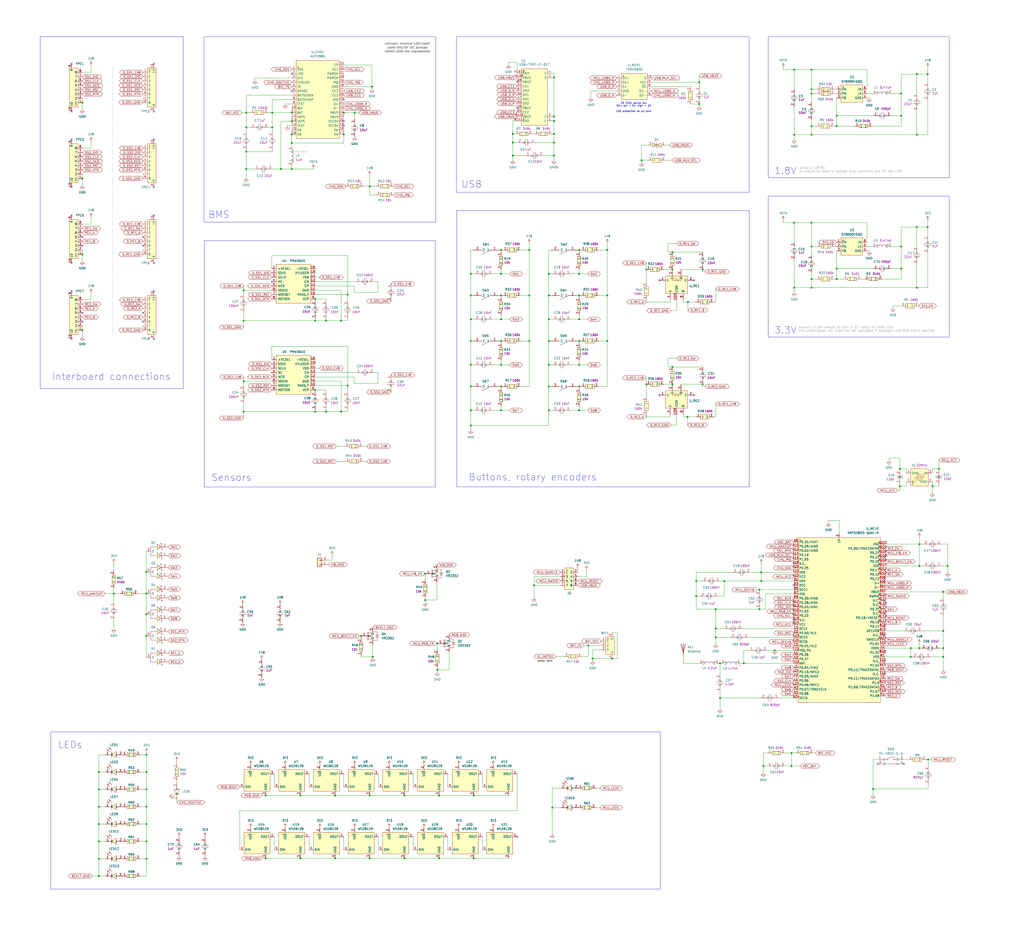
<source format=kicad_sch>
(kicad_sch (version 20250114) (generator "eeschema") (generator_version "9.0")
  (paper "User" 600 550)
  (rectangle (start 267.462 21.59) (end 438.912 112.776))
  (rectangle (start 23.495 21.463) (end 107.315 227.838))
  (rectangle (start 450.088 21.59) (end 556.133 104.14))
  (rectangle (start 119.507 21.59) (end 255.397 130.175))
  (rectangle (start 119.634 140.97) (end 255.016 285.496))
  (rectangle (start 450.088 115.062) (end 556.133 197.612))
  (rectangle (start 267.589 123.444) (end 439.039 285.369))
  (rectangle (start 29.718 429.133) (end 386.842 521.208))
  (text "LEDs" (at 41.148 436.88 0) (effects (font (size 4 4))))
  (text "Interboard connections" (at 65.278 220.98 0) (effects (font (size 4 4))))
  (text "Buttons, rotary encoders" (at 312.166 279.908 0) (effects (font (size 4 4))))
  (text "BMS " (at 129.794 125.984 0) (effects (font (size 4 4))))
  (text "USB" (at 276.352 108.204 0) (effects (font (size 4 4))))
  (text "actually 3.15V: should be still in CC range for RGB LEDs\nthis whole power rail might be not populated if backlight and RGB aren't required" (at 467.995 193.04 0) (effects (font (size 1.25 1.25)) (justify left)))
  (text "actually 1.875V \nto ensure no need in voltage level converter and for red LEDs" (at 468.376 99.568 0) (effects (font (size 1.25 1.25)) (justify left)))
  (text "3.3V" (at 460.248 193.802 0) (effects (font (size 4 4))))
  (text "Sensors" (at 135.636 280.162 0) (effects (font (size 4 4))))
  (text "concern: minimal LDO load?\nused only for I2C pullups\n(when LEDs are unpowered)" (at 238.76 28.448 0) (effects (font (size 1.35 1.35))))
  (text "solder joint" (at 319.278 387.604 0) (effects (font (size 1 1))))
  (text "1.8V" (at 460.248 100.33 0) (effects (font (size 4 4))))
  (text "OE (EN): active low\nSEL: low = D1, high = D2\n\nESD protection on all pins" (at 371.348 62.992 0) (effects (font (size 1 1))))
  (junction (at 550.164 274.828))
  (junction (at 339.344 173.228))
  (junction (at 57.912 493.268))
  (junction (at 339.344 187.198))
  (junction (at 321.564 213.868))
  (junction (at 546.354 284.988))
  (junction (at 321.564 173.228))
  (junction (at 249.174 336.296))
  (junction (at 310.134 199.898))
  (junction (at 552.704 385.064))
  (junction (at 528.066 144.526))
  (junction (at 421.894 388.874))
  (junction (at 57.912 483.108))
  (junction (at 85.852 472.948))
  (junction (at 543.814 445.262))
  (junction (at 324.612 83.566))
  (junction (at 256.286 392.684))
  (junction (at 293.624 199.898))
  (junction (at 170.942 99.06))
  (junction (at 57.912 472.948))
  (junction (at 465.328 130.556))
  (junction (at 447.294 449.072))
  (junction (at 527.304 274.828))
  (junction (at 85.725 335.28))
  (junction (at 176.022 466.344))
  (junction (at 48.26 60.198))
  (junction (at 164.592 99.06))
  (junction (at 463.804 441.452))
  (junction (at 170.942 66.04))
  (junction (at 155.702 466.344))
  (junction (at 533.654 385.064))
  (junction (at 552.704 379.984))
  (junction (at 196.342 466.344))
  (junction (at 216.662 109.22))
  (junction (at 293.624 213.868))
  (junction (at 300.482 78.486))
  (junction (at 310.134 173.228))
  (junction (at 85.725 372.745))
  (junction (at 446.024 340.614))
  (junction (at 218.44 385.064))
  (junction (at 275.844 240.538))
  (junction (at 85.852 503.428))
  (junction (at 475.488 168.656))
  (junction (at 465.328 78.994))
  (junction (at 324.612 68.326))
  (junction (at 170.942 71.12))
  (junction (at 339.344 213.868))
  (junction (at 339.344 160.528))
  (junction (at 170.942 83.82))
  (junction (at 57.912 462.788))
  (junction (at 393.954 147.828))
  (junction (at 310.134 146.558))
  (junction (at 199.898 241.3))
  (junction (at 339.344 240.538))
  (junction (at 293.624 173.228))
  (junction (at 538.734 379.984))
  (junction (at 421.894 409.194))
  (junction (at 216.662 466.344))
  (junction (at 339.344 146.558))
  (junction (at 184.658 228.6))
  (junction (at 393.954 157.988))
  (junction (at 321.564 199.898))
  (junction (at 537.21 133.096))
  (junction (at 275.844 160.528))
  (junction (at 159.512 66.04))
  (junction (at 203.708 226.06))
  (junction (at 419.354 373.634))
  (junction (at 217.932 50.8))
  (junction (at 300.482 91.186))
  (junction (at 85.852 442.468))
  (junction (at 201.422 66.04))
  (junction (at 355.854 173.228))
  (junction (at 300.482 83.566))
  (junction (at 465.328 40.894))
  (junction (at 277.622 466.344))
  (junction (at 144.272 74.676))
  (junction (at 435.864 388.874))
  (junction (at 528.066 67.818))
  (junction (at 293.624 160.528))
  (junction (at 537.21 168.656))
  (junction (at 144.272 66.04))
  (junction (at 142.748 170.18))
  (junction (at 339.344 226.568))
  (junction (at 409.702 60.96))
  (junction (at 48.26 193.548))
  (junction (at 57.912 503.428))
  (junction (at 66.675 347.98))
  (junction (at 142.748 223.52))
  (junction (at 511.556 462.534))
  (junction (at 312.928 343.154))
  (junction (at 475.488 40.894))
  (junction (at 537.21 43.434))
  (junction (at 203.708 172.72))
  (junction (at 324.612 78.486))
  (junction (at 216.662 503.174))
  (junction (at 543.56 43.434))
  (junction (at 543.56 133.096))
  (junction (at 490.22 67.818))
  (junction (at 393.954 215.138))
  (junction (at 446.024 335.534))
  (junction (at 321.564 240.538))
  (junction (at 293.624 146.558))
  (junction (at 555.244 331.724))
  (junction (at 48.26 149.098))
  (junction (at 355.854 146.558))
  (junction (at 293.624 187.198))
  (junction (at 411.734 157.988))
  (junction (at 144.272 88.9))
  (junction (at 378.714 157.988))
  (junction (at 275.844 249.428))
  (junction (at 490.22 157.48))
  (junction (at 236.982 503.174))
  (junction (at 419.354 368.554))
  (junction (at 419.354 357.124))
  (junction (at 552.704 346.964))
  (junction (at 324.612 91.186))
  (junction (at 411.734 225.298))
  (junction (at 538.734 331.724))
  (junction (at 199.898 187.96))
  (junction (at 184.658 175.26))
  (junction (at 552.704 369.824))
  (junction (at 475.488 54.864))
  (junction (at 257.302 503.174))
  (junction (at 293.624 226.568))
  (junction (at 201.422 78.74))
  (junction (at 344.678 378.46))
  (junction (at 407.924 349.504))
  (junction (at 324.612 70.866))
  (junction (at 144.272 99.06))
  (junction (at 142.748 241.3))
  (junction (at 321.564 187.198))
  (junction (at 475.488 163.576))
  (junction (at 155.702 503.174))
  (junction (at 196.342 503.174))
  (junction (at 159.512 74.676))
  (junction (at 85.852 493.268))
  (junction (at 463.804 449.072))
  (junction (at 465.328 168.656))
  (junction (at 57.912 452.628))
  (junction (at 211.582 372.872))
  (junction (at 275.844 226.568))
  (junction (at 393.954 225.298))
  (junction (at 142.748 187.96))
  (junction (at 358.648 386.08))
  (junction (at 321.564 160.528))
  (junction (at 528.066 54.864))
  (junction (at 375.92 93.98))
  (junction (at 184.658 187.96))
  (junction (at 537.21 78.994))
  (junction (at 527.304 284.988))
  (junction (at 191.008 187.96))
  (junction (at 402.844 244.348))
  (junction (at 490.22 163.576))
  (junction (at 275.844 213.868))
  (junction (at 475.488 73.914))
  (junction (at 85.725 347.98))
  (junction (at 191.008 241.3))
  (junction (at 490.22 73.914))
  (junction (at 324.612 45.466))
  (junction (at 453.898 381.254))
  (junction (at 475.488 52.324))
  (junction (at 533.654 379.984))
  (junction (at 275.844 199.898))
  (junction (at 528.066 157.48))
  (junction (at 445.008 345.694))
  (junction (at 475.488 78.994))
  (junction (at 445.008 357.124))
  (junction (at 293.624 240.538))
  (junction (at 48.26 104.648))
  (junction (at 176.022 503.174))
  (junction (at 184.658 241.3))
  (junction (at 339.344 199.898))
  (junction (at 275.844 187.198))
  (junction (at 275.844 173.228))
  (junction (at 57.912 513.588))
  (junction (at 170.942 78.74))
  (junction (at 85.852 483.108))
  (junction (at 321.564 226.568))
  (junction (at 409.702 48.26))
  (junction (at 85.852 452.628))
  (junction (at 475.488 130.556))
  (junction (at 85.852 462.788))
  (junction (at 256.286 377.19))
  (junction (at 236.982 466.344))
  (junction (at 347.218 386.08))
  (junction (at 323.596 473.456))
  (junction (at 207.772 66.04))
  (junction (at 85.725 360.045))
  (junction (at 355.854 199.898))
  (junction (at 407.924 340.614))
  (junction (at 277.622 503.174))
  (junction (at 249.174 351.79))
  (junction (at 403.098 177.038))
  (junction (at 424.434 340.614))
  (junction (at 475.488 144.526))
  (junction (at 378.714 225.298))
  (junction (at 538.734 319.024))
  (junction (at 257.302 466.344))
  (no_connect (at 303.022 48.006))
  (no_connect (at 90.17 126.238))
  (no_connect (at 90.17 37.338))
  (no_connect (at 48.26 188.468))
  (no_connect (at 83.82 183.388))
  (no_connect (at 518.414 367.284))
  (no_connect (at 518.414 395.224))
  (no_connect (at 514.35 447.802))
  (no_connect (at 90.17 65.278))
  (no_connect (at 170.942 53.34))
  (no_connect (at 406.654 164.338))
  (no_connect (at 41.91 170.688))
  (no_connect (at 48.26 138.938))
  (no_connect (at 201.422 73.66))
  (no_connect (at 518.414 382.524))
  (no_connect (at 41.91 154.178))
  (no_connect (at 90.17 170.688))
  (no_connect (at 303.022 490.474))
  (no_connect (at 529.59 447.802))
  (no_connect (at 83.82 144.018))
  (no_connect (at 90.17 154.178))
  (no_connect (at 386.334 231.648))
  (no_connect (at 465.074 363.474))
  (no_connect (at 518.414 359.664))
  (no_connect (at 41.91 65.278))
  (no_connect (at 48.26 144.018))
  (no_connect (at 406.654 231.648))
  (no_connect (at 201.422 71.12))
  (no_connect (at 518.414 387.604))
  (no_connect (at 465.074 330.454))
  (no_connect (at 518.414 352.044))
  (no_connect (at 518.414 339.344))
  (no_connect (at 41.91 37.338))
  (no_connect (at 303.022 63.246))
  (no_connect (at 518.414 326.644))
  (no_connect (at 83.82 188.468))
  (no_connect (at 465.074 343.154))
  (no_connect (at 518.414 354.584))
  (no_connect (at 41.91 81.788))
  (no_connect (at 48.26 183.388))
  (no_connect (at 90.17 198.628))
  (no_connect (at 386.334 164.338))
  (no_connect (at 41.91 126.238))
  (no_connect (at 170.942 43.18))
  (no_connect (at 518.414 372.364))
  (no_connect (at 90.17 81.788))
  (no_connect (at 41.91 109.728))
  (no_connect (at 201.422 58.42))
  (no_connect (at 90.17 109.728))
  (no_connect (at 83.82 138.938))
  (no_connect (at 41.91 198.628))
  (wire (pts (xy 518.414 369.824) (xy 529.844 369.824)))
  (wire (pts (xy 446.024 335.534) (xy 446.024 340.614)))
  (wire (pts (xy 418.084 177.038) (xy 419.354 177.038)))
  (wire (pts (xy 447.294 449.072) (xy 449.834 449.072)))
  (wire (pts (xy 288.544 240.538) (xy 293.624 240.538)))
  (wire (pts (xy 196.342 503.174) (xy 216.662 503.174)))
  (wire (pts (xy 518.414 385.064) (xy 533.654 385.064)))
  (wire (pts (xy 323.596 462.026) (xy 323.596 473.456)))
  (wire (pts (xy 159.512 74.676) (xy 159.512 77.47)))
  (wire (pts (xy 511.556 462.534) (xy 543.814 462.534)))
  (wire (pts (xy 293.624 187.198) (xy 298.704 187.198)))
  (wire (pts (xy 216.662 503.174) (xy 236.982 503.174)))
  (wire (pts (xy 391.414 210.058) (xy 391.414 215.138)))
  (wire (pts (xy 458.978 40.894) (xy 465.328 40.894)))
  (wire (pts (xy 475.488 73.914) (xy 478.536 73.914)))
  (wire (pts (xy 520.954 268.478) (xy 520.954 269.748)))
  (wire (pts (xy 48.26 149.098) (xy 48.26 152.908)))
  (wire (pts (xy 144.272 66.04) (xy 144.272 74.676)))
  (wire (pts (xy 475.488 168.656) (xy 537.21 168.656)))
  (wire (pts (xy 85.852 503.428) (xy 85.852 513.588)))
  (wire (pts (xy 164.592 71.12) (xy 164.592 99.06)))
  (wire (pts (xy 508 144.526) (xy 511.81 144.526)))
  (wire (pts (xy 475.488 73.914) (xy 475.488 78.994)))
  (wire (pts (xy 156.972 66.04) (xy 159.512 66.04)))
  (wire (pts (xy 184.658 172.72) (xy 203.708 172.72)))
  (wire (pts (xy 191.008 240.03) (xy 191.008 241.3)))
  (wire (pts (xy 293.624 213.868) (xy 298.704 213.868)))
  (wire (pts (xy 375.92 85.09) (xy 379.73 85.09)))
  (wire (pts (xy 321.564 240.538) (xy 321.564 249.428)))
  (wire (pts (xy 339.344 199.898) (xy 339.344 201.168)))
  (wire (pts (xy 256.286 377.19) (xy 256.286 381)))
  (wire (pts (xy 85.852 472.948) (xy 82.042 472.948)))
  (wire (pts (xy 391.414 215.138) (xy 393.954 215.138)))
  (wire (pts (xy 475.488 159.766) (xy 475.488 163.576)))
  (wire (pts (xy 347.218 386.08) (xy 347.218 387.35)))
  (wire (pts (xy 446.024 330.454) (xy 446.024 335.534)))
  (wire (pts (xy 184.658 241.3) (xy 191.008 241.3)))
  (wire (pts (xy 475.488 163.576) (xy 475.488 168.656)))
  (wire (pts (xy 191.008 228.6) (xy 191.008 229.87)))
  (wire (pts (xy 409.702 62.23) (xy 409.702 60.96)))
  (wire (pts (xy 419.354 236.728) (xy 419.354 244.348)))
  (wire (pts (xy 340.614 226.568) (xy 339.344 226.568)))
  (wire (pts (xy 321.564 173.228) (xy 321.564 187.198)))
  (wire (pts (xy 463.804 449.072) (xy 468.884 449.072)))
  (wire (pts (xy 53.34 171.958) (xy 53.34 175.768)))
  (wire (pts (xy 159.512 66.04) (xy 170.942 66.04)))
  (wire (pts (xy 537.21 65.024) (xy 537.21 78.994)))
  (wire (pts (xy 83.82 146.558) (xy 83.82 149.098)))
  (wire (pts (xy 53.34 127.508) (xy 53.34 131.318)))
  (wire (pts (xy 142.748 170.18) (xy 159.258 170.18)))
  (wire (pts (xy 334.264 213.868) (xy 339.344 213.868)))
  (wire (pts (xy 543.814 445.262) (xy 543.814 449.326)))
  (wire (pts (xy 83.82 102.108) (xy 83.82 104.648)))
  (wire (pts (xy 218.44 385.064) (xy 218.44 385.572)))
  (wire (pts (xy 400.304 385.064) (xy 400.304 388.874)))
  (wire (pts (xy 475.488 54.864) (xy 475.488 59.944)))
  (wire (pts (xy 419.354 368.554) (xy 424.434 368.554)))
  (wire (pts (xy 176.022 503.174) (xy 196.342 503.174)))
  (wire (pts (xy 170.942 83.82) (xy 201.422 83.82)))
  (wire (pts (xy 339.344 160.528) (xy 344.424 160.528)))
  (wire (pts (xy 350.774 199.898) (xy 355.854 199.898)))
  (wire (pts (xy 435.864 388.874) (xy 433.324 388.874)))
  (wire (pts (xy 159.512 87.63) (xy 159.512 88.9)))
  (wire (pts (xy 338.582 332.994) (xy 338.582 335.534)))
  (wire (pts (xy 294.894 146.558) (xy 293.624 146.558)))
  (wire (pts (xy 159.258 149.86) (xy 159.258 157.48)))
  (wire (pts (xy 421.894 409.194) (xy 421.894 415.544)))
  (wire (pts (xy 339.344 237.998) (xy 339.344 240.538)))
  (wire (pts (xy 300.482 91.186) (xy 300.482 93.726)))
  (polyline (pts (xy 66.04 39.243) (xy 66.04 196.723)) (stroke (width 0) (type dot)))
  (wire (pts (xy 459.994 441.452) (xy 463.804 441.452)))
  (wire (pts (xy 199.898 187.96) (xy 203.708 187.96)))
  (wire (pts (xy 447.294 441.452) (xy 449.834 441.452)))
  (wire (pts (xy 518.414 379.984) (xy 533.654 379.984)))
  (wire (pts (xy 538.734 331.724) (xy 541.274 331.724)))
  (wire (pts (xy 203.708 186.69) (xy 203.708 187.96)))
  (wire (pts (xy 104.902 501.396) (xy 104.902 501.904)))
  (wire (pts (xy 184.658 167.64) (xy 207.518 167.64)))
  (wire (pts (xy 140.462 475.234) (xy 303.022 475.234)))
  (wire (pts (xy 211.582 385.064) (xy 218.44 385.064)))
  (wire (pts (xy 546.354 284.988) (xy 546.354 288.798)))
  (wire (pts (xy 407.924 349.504) (xy 410.464 349.504)))
  (wire (pts (xy 527.304 284.988) (xy 527.304 287.528)))
  (wire (pts (xy 490.22 157.48) (xy 490.22 163.576)))
  (wire (pts (xy 543.814 445.262) (xy 545.592 445.262)))
  (wire (pts (xy 555.244 319.024) (xy 551.434 319.024)))
  (wire (pts (xy 400.304 244.348) (xy 402.844 244.348)))
  (wire (pts (xy 211.582 372.872) (xy 212.09 372.872)))
  (wire (pts (xy 159.258 203.2) (xy 159.258 210.82)))
  (wire (pts (xy 297.942 36.576) (xy 303.022 36.576)))
  (wire (pts (xy 184.658 175.26) (xy 184.658 176.53)))
  (wire (pts (xy 257.302 466.344) (xy 277.622 466.344)))
  (wire (pts (xy 160.782 453.644) (xy 160.782 461.264)))
  (wire (pts (xy 293.624 146.558) (xy 293.624 147.828)))
  (wire (pts (xy 144.272 99.06) (xy 149.352 99.06)))
  (wire (pts (xy 305.054 173.228) (xy 310.134 173.228)))
  (wire (pts (xy 144.272 74.676) (xy 144.272 77.47)))
  (wire (pts (xy 275.844 226.568) (xy 275.844 240.538)))
  (wire (pts (xy 358.648 386.08) (xy 361.696 386.08)))
  (wire (pts (xy 458.978 130.556) (xy 465.328 130.556)))
  (wire (pts (xy 61.595 347.98) (xy 66.675 347.98)))
  (wire (pts (xy 381.762 48.26) (xy 409.702 48.26)))
  (wire (pts (xy 312.928 338.074) (xy 312.928 343.154)))
  (wire (pts (xy 221.488 165.1) (xy 221.488 171.45)))
  (wire (pts (xy 207.772 66.04) (xy 210.312 66.04)))
  (wire (pts (xy 85.725 360.045) (xy 85.725 372.745)))
  (wire (pts (xy 85.852 462.788) (xy 82.042 462.788)))
  (wire (pts (xy 488.696 163.576) (xy 490.22 163.576)))
  (wire (pts (xy 527.304 268.478) (xy 527.304 274.828)))
  (wire (pts (xy 201.422 453.644) (xy 201.422 461.264)))
  (wire (pts (xy 521.97 157.48) (xy 528.066 157.48)))
  (wire (pts (xy 393.192 249.174) (xy 396.494 249.174)))
  (wire (pts (xy 520.954 268.478) (xy 527.304 268.478)))
  (wire (pts (xy 85.852 503.428) (xy 82.042 503.428)))
  (wire (pts (xy 275.844 213.868) (xy 275.844 226.568)))
  (wire (pts (xy 355.854 199.898) (xy 355.854 226.568)))
  (wire (pts (xy 144.272 88.9) (xy 144.272 99.06)))
  (wire (pts (xy 212.852 109.22) (xy 216.662 109.22)))
  (wire (pts (xy 511.048 73.914) (xy 528.066 73.914)))
  (wire (pts (xy 120.142 501.396) (xy 120.142 501.904)))
  (wire (pts (xy 475.488 78.994) (xy 537.21 78.994)))
  (wire (pts (xy 453.898 381.254) (xy 465.074 381.254)))
  (wire (pts (xy 324.612 91.186) (xy 324.612 93.726)))
  (wire (pts (xy 57.912 442.468) (xy 57.912 452.628)))
  (wire (pts (xy 490.22 73.914) (xy 500.888 73.914)))
  (wire (pts (xy 407.924 340.614) (xy 411.734 340.614)))
  (wire (pts (xy 155.702 503.174) (xy 176.022 503.174)))
  (wire (pts (xy 488.95 52.324) (xy 490.22 52.324)))
  (wire (pts (xy 66.675 344.805) (xy 66.675 347.98)))
  (wire (pts (xy 555.244 335.534) (xy 555.244 331.724)))
  (wire (pts (xy 399.034 157.988) (xy 411.734 157.988)))
  (wire (pts (xy 242.062 453.644) (xy 242.062 461.264)))
  (wire (pts (xy 339.344 173.228) (xy 339.344 174.498)))
  (wire (pts (xy 142.748 182.88) (xy 142.748 187.96)))
  (wire (pts (xy 321.564 173.228) (xy 322.834 173.228)))
  (wire (pts (xy 288.544 160.528) (xy 293.624 160.528)))
  (wire (pts (xy 120.142 491.236) (xy 120.142 490.728)))
  (wire (pts (xy 528.066 43.434) (xy 528.066 54.864)))
  (wire (pts (xy 340.868 384.81) (xy 344.678 384.81)))
  (wire (pts (xy 508 147.066) (xy 509.27 147.066)))
  (wire (pts (xy 184.658 226.06) (xy 203.708 226.06)))
  (wire (pts (xy 293.624 160.528) (xy 298.704 160.528)))
  (wire (pts (xy 550.164 283.464) (xy 550.164 284.988)))
  (wire (pts (xy 391.414 210.058) (xy 396.494 210.058)))
  (wire (pts (xy 57.912 462.788) (xy 61.722 462.788)))
  (wire (pts (xy 552.704 360.934) (xy 552.704 369.824)))
  (wire (pts (xy 538.734 319.024) (xy 538.734 331.724)))
  (wire (pts (xy 343.662 334.264) (xy 343.662 338.074)))
  (wire (pts (xy 490.22 67.818) (xy 511.81 67.818)))
  (wire (pts (xy 458.978 39.624) (xy 458.978 40.894)))
  (wire (pts (xy 421.894 405.384) (xy 421.894 409.194)))
  (wire (pts (xy 282.702 453.644) (xy 282.702 461.264)))
  (wire (pts (xy 153.416 466.344) (xy 155.702 466.344)))
  (wire (pts (xy 403.098 177.038) (xy 403.098 181.864)))
  (wire (pts (xy 48.26 146.558) (xy 48.26 149.098)))
  (wire (pts (xy 350.774 226.568) (xy 355.854 226.568)))
  (wire (pts (xy 159.512 99.06) (xy 164.592 99.06)))
  (wire (pts (xy 324.612 78.486) (xy 324.612 83.566)))
  (wire (pts (xy 221.742 453.644) (xy 221.742 461.264)))
  (wire (pts (xy 142.748 223.52) (xy 159.258 223.52)))
  (wire (pts (xy 203.708 226.06) (xy 203.708 229.87)))
  (wire (pts (xy 419.354 357.124) (xy 445.008 357.124)))
  (wire (pts (xy 288.544 187.198) (xy 293.624 187.198)))
  (wire (pts (xy 475.488 52.324) (xy 478.79 52.324)))
  (wire (pts (xy 409.702 48.26) (xy 409.702 50.8)))
  (wire (pts (xy 504.444 163.576) (xy 506.73 163.576)))
  (wire (pts (xy 400.304 175.768) (xy 400.304 177.038)))
  (wire (pts (xy 424.434 340.614) (xy 424.434 349.504)))
  (wire (pts (xy 393.954 215.138) (xy 411.734 215.138)))
  (wire (pts (xy 546.354 284.988) (xy 550.164 284.988)))
  (wire (pts (xy 184.658 187.96) (xy 191.008 187.96)))
  (wire (pts (xy 248.92 336.296) (xy 249.174 336.296)))
  (wire (pts (xy 378.714 154.178) (xy 378.714 157.988)))
  (wire (pts (xy 275.844 213.868) (xy 278.384 213.868)))
  (wire (pts (xy 409.702 44.45) (xy 409.702 48.26)))
  (wire (pts (xy 445.008 345.694) (xy 445.008 346.456)))
  (wire (pts (xy 490.22 67.818) (xy 490.22 73.914)))
  (wire (pts (xy 85.725 347.98) (xy 85.725 360.045)))
  (wire (pts (xy 475.488 54.864) (xy 478.79 54.864)))
  (wire (pts (xy 378.714 157.988) (xy 378.714 165.608)))
  (wire (pts (xy 465.328 168.656) (xy 475.488 168.656)))
  (wire (pts (xy 212.598 270.51) (xy 214.884 270.51)))
  (wire (pts (xy 263.144 382.27) (xy 263.144 392.684)))
  (wire (pts (xy 552.704 379.984) (xy 552.704 385.064)))
  (wire (pts (xy 538.734 315.214) (xy 538.734 319.024)))
  (wire (pts (xy 221.742 490.474) (xy 221.742 498.094)))
  (wire (pts (xy 552.704 385.064) (xy 552.704 392.684)))
  (wire (pts (xy 344.678 378.46) (xy 352.298 378.46)))
  (wire (pts (xy 419.354 368.554) (xy 419.354 373.634)))
  (wire (pts (xy 249.174 336.296) (xy 249.174 340.106)))
  (wire (pts (xy 396.494 175.768) (xy 396.494 182.118)))
  (wire (pts (xy 323.596 473.456) (xy 323.596 488.95)))
  (wire (pts (xy 103.632 469.138) (xy 103.632 470.408)))
  (wire (pts (xy 344.678 378.46) (xy 344.678 384.81)))
  (wire (pts (xy 85.725 323.215) (xy 85.725 335.28)))
  (wire (pts (xy 262.382 453.644) (xy 262.382 461.264)))
  (wire (pts (xy 310.134 142.748) (xy 310.134 146.558)))
  (wire (pts (xy 300.482 70.866) (xy 303.022 70.866)))
  (wire (pts (xy 350.774 146.558) (xy 355.854 146.558)))
  (wire (pts (xy 48.26 102.108) (xy 48.26 104.648)))
  (wire (pts (xy 378.714 244.348) (xy 392.684 244.348)))
  (wire (pts (xy 249.174 350.266) (xy 249.174 351.79)))
  (wire (pts (xy 465.328 152.146) (xy 465.328 168.656)))
  (wire (pts (xy 164.592 71.12) (xy 170.942 71.12)))
  (wire (pts (xy 346.202 53.34) (xy 361.442 53.34)))
  (wire (pts (xy 528.066 157.48) (xy 528.066 163.576)))
  (wire (pts (xy 475.488 144.526) (xy 475.488 149.606)))
  (wire (pts (xy 485.394 305.054) (xy 485.394 306.324)))
  (wire (pts (xy 543.56 133.096) (xy 543.56 138.176)))
  (wire (pts (xy 521.97 144.526) (xy 528.066 144.526)))
  (wire (pts (xy 407.924 335.534) (xy 429.514 335.534)))
  (wire (pts (xy 321.564 146.558) (xy 321.564 160.528)))
  (wire (pts (xy 216.662 109.22) (xy 220.472 109.22)))
  (wire (pts (xy 528.066 133.096) (xy 528.066 144.526)))
  (wire (pts (xy 236.982 503.174) (xy 257.302 503.174)))
  (wire (pts (xy 419.354 169.418) (xy 419.354 177.038)))
  (wire (pts (xy 485.394 305.054) (xy 491.744 305.054)))
  (wire (pts (xy 393.192 182.118) (xy 396.494 182.118)))
  (wire (pts (xy 211.582 385.064) (xy 211.582 384.302)))
  (wire (pts (xy 85.852 483.108) (xy 85.852 493.268)))
  (wire (pts (xy 170.942 68.58) (xy 170.942 71.12)))
  (wire (pts (xy 249.174 336.296) (xy 249.682 336.296)))
  (wire (pts (xy 434.594 368.554) (xy 465.074 368.554)))
  (wire (pts (xy 378.714 244.348) (xy 378.714 243.078)))
  (wire (pts (xy 476.504 441.452) (xy 477.774 441.452)))
  (wire (pts (xy 275.844 199.898) (xy 275.844 213.868)))
  (wire (pts (xy 53.34 83.058) (xy 53.34 86.868)))
  (wire (pts (xy 48.26 104.648) (xy 48.26 108.458)))
  (wire (pts (xy 211.582 372.872) (xy 211.582 374.142)))
  (wire (pts (xy 407.924 357.124) (xy 419.354 357.124)))
  (wire (pts (xy 294.894 199.898) (xy 293.624 199.898)))
  (wire (pts (xy 546.354 282.448) (xy 546.354 284.988)))
  (wire (pts (xy 48.26 191.008) (xy 48.26 193.548)))
  (wire (pts (xy 403.098 177.038) (xy 407.924 177.038)))
  (wire (pts (xy 443.484 345.694) (xy 445.008 345.694)))
  (wire (pts (xy 85.725 335.28) (xy 85.725 347.98)))
  (wire (pts (xy 257.302 503.174) (xy 277.622 503.174)))
  (wire (pts (xy 57.912 452.628) (xy 61.722 452.628)))
  (wire (pts (xy 275.844 160.528) (xy 275.844 173.228)))
  (wire (pts (xy 490.22 57.404) (xy 490.22 67.818)))
  (wire (pts (xy 203.708 203.2) (xy 203.708 226.06)))
  (wire (pts (xy 275.844 146.558) (xy 275.844 160.528)))
  (wire (pts (xy 293.624 226.568) (xy 293.624 227.838)))
  (wire (pts (xy 552.704 369.824) (xy 552.704 379.984)))
  (wire (pts (xy 465.328 40.894) (xy 465.328 52.324)))
  (wire (pts (xy 421.894 388.874) (xy 421.894 395.224)))
  (wire (pts (xy 184.658 215.9) (xy 187.198 215.9)))
  (wire (pts (xy 57.912 503.428) (xy 61.722 503.428)))
  (wire (pts (xy 458.978 129.286) (xy 458.978 130.556)))
  (wire (pts (xy 149.352 45.72) (xy 170.942 45.72)))
  (wire (pts (xy 407.924 349.504) (xy 407.924 357.124)))
  (wire (pts (xy 170.942 78.74) (xy 170.942 83.82)))
  (wire (pts (xy 157.226 74.676) (xy 159.512 74.676)))
  (wire (pts (xy 411.734 226.568) (xy 411.734 225.298)))
  (wire (pts (xy 400.304 177.038) (xy 403.098 177.038)))
  (wire (pts (xy 140.462 475.234) (xy 140.462 498.094)))
  (wire (pts (xy 528.066 67.818) (xy 528.066 73.914)))
  (wire (pts (xy 511.556 445.262) (xy 511.556 462.534)))
  (wire (pts (xy 275.844 160.528) (xy 278.384 160.528)))
  (wire (pts (xy 339.344 173.228) (xy 338.074 173.228)))
  (wire (pts (xy 311.912 78.486) (xy 313.182 78.486)))
  (wire (pts (xy 218.948 218.44) (xy 221.488 218.44)))
  (wire (pts (xy 555.244 319.024) (xy 555.244 331.724)))
  (wire (pts (xy 142.748 187.96) (xy 184.658 187.96)))
  (wire (pts (xy 293.624 184.658) (xy 293.624 187.198)))
  (wire (pts (xy 142.748 220.98) (xy 142.748 223.52)))
  (wire (pts (xy 361.696 370.84) (xy 361.696 386.08)))
  (wire (pts (xy 207.518 220.98) (xy 207.518 224.79)))
  (wire (pts (xy 537.21 43.434) (xy 543.56 43.434)))
  (wire (pts (xy 378.714 221.488) (xy 378.714 225.298)))
  (wire (pts (xy 275.844 173.228) (xy 277.114 173.228)))
  (wire (pts (xy 339.344 226.568) (xy 338.074 226.568)))
  (wire (pts (xy 212.344 261.62) (xy 214.884 261.62)))
  (wire (pts (xy 527.304 274.828) (xy 527.304 275.844)))
  (wire (pts (xy 399.034 225.298) (xy 411.734 225.298)))
  (wire (pts (xy 324.612 68.326) (xy 323.342 68.326)))
  (wire (pts (xy 418.084 244.348) (xy 419.354 244.348)))
  (wire (pts (xy 144.272 88.9) (xy 159.512 88.9)))
  (wire (pts (xy 256.286 391.16) (xy 256.286 392.684)))
  (wire (pts (xy 321.564 146.558) (xy 322.834 146.558)))
  (wire (pts (xy 413.004 226.568) (xy 411.734 226.568)))
  (wire (pts (xy 103.632 457.708) (xy 103.632 458.978)))
  (wire (pts (xy 300.482 83.566) (xy 300.482 91.186)))
  (wire (pts (xy 411.734 159.258) (xy 411.734 157.988)))
  (wire (pts (xy 297.942 36.576) (xy 297.942 37.846)))
  (wire (pts (xy 419.354 357.124) (xy 419.354 368.554)))
  (wire (pts (xy 216.662 109.22) (xy 216.662 114.3)))
  (wire (pts (xy 542.544 445.262) (xy 543.814 445.262)))
  (wire (pts (xy 537.21 168.656) (xy 543.56 168.656)))
  (wire (pts (xy 85.852 442.468) (xy 82.042 442.468)))
  (wire (pts (xy 184.658 228.6) (xy 191.008 228.6)))
  (wire (pts (xy 197.104 261.62) (xy 202.184 261.62)))
  (wire (pts (xy 85.852 493.268) (xy 82.042 493.268)))
  (wire (pts (xy 66.675 347.98) (xy 70.485 347.98)))
  (wire (pts (xy 508 57.404) (xy 509.27 57.404)))
  (wire (pts (xy 355.854 173.228) (xy 355.854 199.898)))
  (wire (pts (xy 391.414 142.748) (xy 396.494 142.748)))
  (wire (pts (xy 201.422 38.1) (xy 217.932 38.1)))
  (wire (pts (xy 159.512 66.04) (xy 159.512 74.676)))
  (wire (pts (xy 537.21 78.994) (xy 543.56 78.994)))
  (wire (pts (xy 256.032 341.376) (xy 256.032 351.79)))
  (wire (pts (xy 475.488 130.556) (xy 508 130.556)))
  (wire (pts (xy 324.612 70.866) (xy 323.342 70.866)))
  (wire (pts (xy 57.912 442.468) (xy 61.722 442.468)))
  (wire (pts (xy 424.434 340.614) (xy 446.024 340.614)))
  (wire (pts (xy 321.564 160.528) (xy 321.564 173.228)))
  (wire (pts (xy 389.89 93.98) (xy 393.7 93.98)))
  (wire (pts (xy 184.658 175.26) (xy 191.008 175.26)))
  (wire (pts (xy 375.92 93.98) (xy 379.73 93.98)))
  (wire (pts (xy 184.658 223.52) (xy 199.898 223.52)))
  (wire (pts (xy 338.582 338.074) (xy 343.662 338.074)))
  (wire (pts (xy 375.92 93.98) (xy 375.92 95.25)))
  (wire (pts (xy 57.912 472.948) (xy 61.722 472.948)))
  (wire (pts (xy 184.658 186.69) (xy 184.658 187.96)))
  (wire (pts (xy 48.26 57.658) (xy 48.26 60.198)))
  (wire (pts (xy 459.994 449.072) (xy 463.804 449.072)))
  (wire (pts (xy 196.342 466.344) (xy 216.662 466.344)))
  (wire (pts (xy 339.344 211.328) (xy 339.344 213.868)))
  (wire (pts (xy 435.864 388.874) (xy 465.074 388.874)))
  (wire (pts (xy 321.564 187.198) (xy 321.564 199.898)))
  (wire (pts (xy 388.874 225.298) (xy 393.954 225.298)))
  (wire (pts (xy 339.344 213.868) (xy 344.424 213.868)))
  (wire (pts (xy 421.894 388.874) (xy 423.164 388.874)))
  (wire (pts (xy 142.748 170.18) (xy 142.748 172.72)))
  (wire (pts (xy 435.864 381.254) (xy 435.864 388.874)))
  (wire (pts (xy 170.942 96.52) (xy 170.942 99.06)))
  (wire (pts (xy 534.924 385.064) (xy 533.654 385.064)))
  (wire (pts (xy 300.482 78.486) (xy 300.482 83.566)))
  (wire (pts (xy 463.804 441.452) (xy 466.344 441.452)))
  (wire (pts (xy 523.24 179.324) (xy 528.066 179.324)))
  (wire (pts (xy 521.97 67.818) (xy 528.066 67.818)))
  (wire (pts (xy 491.744 305.054) (xy 491.744 312.674)))
  (wire (pts (xy 324.612 70.866) (xy 324.612 78.486)))
  (wire (pts (xy 201.422 66.04) (xy 207.772 66.04)))
  (wire (pts (xy 300.482 70.866) (xy 300.482 78.486)))
  (wire (pts (xy 475.488 40.894) (xy 508 40.894)))
  (wire (pts (xy 207.518 224.79) (xy 221.488 224.79)))
  (wire (pts (xy 203.708 149.86) (xy 203.708 172.72)))
  (wire (pts (xy 550.164 269.748) (xy 550.164 274.828)))
  (wire (pts (xy 339.344 157.988) (xy 339.344 160.528)))
  (wire (pts (xy 445.008 357.124) (xy 448.564 357.124)))
  (wire (pts (xy 144.272 99.06) (xy 144.272 104.14)))
  (wire (pts (xy 324.612 45.466) (xy 324.612 68.326)))
  (wire (pts (xy 533.654 379.984) (xy 538.734 379.984)))
  (wire (pts (xy 85.852 513.588) (xy 82.042 513.588)))
  (wire (pts (xy 305.054 199.898) (xy 310.134 199.898)))
  (wire (pts (xy 521.97 54.864) (xy 528.066 54.864)))
  (wire (pts (xy 523.24 179.324) (xy 523.24 180.34)))
  (wire (pts (xy 339.344 199.898) (xy 338.074 199.898)))
  (wire (pts (xy 400.304 388.874) (xy 410.464 388.874)))
  (wire (pts (xy 293.624 240.538) (xy 298.704 240.538)))
  (wire (pts (xy 488.696 73.914) (xy 490.22 73.914)))
  (wire (pts (xy 324.612 45.466) (xy 323.342 45.466)))
  (wire (pts (xy 216.662 102.87) (xy 216.662 109.22)))
  (wire (pts (xy 255.778 377.19) (xy 256.286 377.19)))
  (wire (pts (xy 293.624 199.898) (xy 292.354 199.898)))
  (wire (pts (xy 407.924 335.534) (xy 407.924 340.614)))
  (wire (pts (xy 375.92 85.09) (xy 375.92 93.98)))
  (wire (pts (xy 531.114 274.828) (xy 531.114 277.368)))
  (wire (pts (xy 293.624 157.988) (xy 293.624 160.528)))
  (wire (pts (xy 321.564 199.898) (xy 321.564 213.868)))
  (wire (pts (xy 355.854 146.558) (xy 355.854 173.228)))
  (wire (pts (xy 168.402 73.66) (xy 170.942 73.66)))
  (wire (pts (xy 543.56 148.336) (xy 543.56 168.656)))
  (wire (pts (xy 490.22 163.576) (xy 494.284 163.576)))
  (wire (pts (xy 396.494 243.078) (xy 396.494 249.174)))
  (wire (pts (xy 85.852 442.468) (xy 85.852 452.628)))
  (wire (pts (xy 378.714 177.038) (xy 392.684 177.038)))
  (wire (pts (xy 85.852 462.788) (xy 85.852 472.948)))
  (wire (pts (xy 184.658 220.98) (xy 207.518 220.98)))
  (wire (pts (xy 201.422 78.74) (xy 201.422 83.82)))
  (wire (pts (xy 419.354 373.634) (xy 419.354 377.444)))
  (wire (pts (xy 275.844 199.898) (xy 277.114 199.898)))
  (wire (pts (xy 103.632 446.278) (xy 103.632 447.548)))
  (wire (pts (xy 420.624 349.504) (xy 424.434 349.504)))
  (wire (pts (xy 475.488 40.894) (xy 475.488 52.324)))
  (wire (pts (xy 446.024 340.614) (xy 465.074 340.614)))
  (wire (pts (xy 57.912 493.268) (xy 57.912 503.428)))
  (wire (pts (xy 348.996 473.456) (xy 351.536 473.456)))
  (wire (pts (xy 407.924 340.614) (xy 407.924 349.504)))
  (wire (pts (xy 216.662 114.3) (xy 220.472 114.3)))
  (wire (pts (xy 448.564 348.234) (xy 465.074 348.234)))
  (wire (pts (xy 216.662 466.344) (xy 236.982 466.344)))
  (wire (pts (xy 300.482 91.186) (xy 308.102 91.186)))
  (wire (pts (xy 552.704 379.984) (xy 550.164 379.984)))
  (wire (pts (xy 439.674 335.534) (xy 446.024 335.534)))
  (wire (pts (xy 300.482 78.486) (xy 301.752 78.486)))
  (wire (pts (xy 207.518 171.45) (xy 221.488 171.45)))
  (wire (pts (xy 83.82 57.658) (xy 83.82 60.198)))
  (wire (pts (xy 339.344 184.658) (xy 339.344 187.198)))
  (wire (pts (xy 159.258 149.86) (xy 203.708 149.86)))
  (wire (pts (xy 170.942 99.06) (xy 183.642 99.06)))
  (wire (pts (xy 293.624 173.228) (xy 292.354 173.228)))
  (wire (pts (xy 511.556 462.534) (xy 511.556 465.836)))
  (wire (pts (xy 318.262 91.186) (xy 324.612 91.186)))
  (wire (pts (xy 57.912 493.268) (xy 61.722 493.268)))
  (wire (pts (xy 393.954 147.828) (xy 411.734 147.828)))
  (wire (pts (xy 465.328 78.994) (xy 465.328 81.534)))
  (wire (pts (xy 421.894 340.614) (xy 424.434 340.614)))
  (wire (pts (xy 191.008 241.3) (xy 199.898 241.3)))
  (wire (pts (xy 378.714 177.038) (xy 378.714 175.768)))
  (wire (pts (xy 85.852 483.108) (xy 82.042 483.108)))
  (wire (pts (xy 57.912 452.628) (xy 57.912 462.788)))
  (wire (pts (xy 465.328 78.994) (xy 475.488 78.994)))
  (wire (pts (xy 456.184 409.194) (xy 465.074 409.194)))
  (wire (pts (xy 531.114 282.448) (xy 531.114 284.988)))
  (wire (pts (xy 167.132 60.96) (xy 170.942 60.96)))
  (wire (pts (xy 346.202 53.34) (xy 346.202 57.15)))
  (wire (pts (xy 518.414 346.964) (xy 552.704 346.964)))
  (wire (pts (xy 312.928 343.154) (xy 328.422 343.154)))
  (wire (pts (xy 80.645 347.98) (xy 85.725 347.98)))
  (wire (pts (xy 85.852 441.198) (xy 85.852 442.468)))
  (wire (pts (xy 217.932 38.1) (xy 217.932 50.8)))
  (wire (pts (xy 475.488 52.324) (xy 475.488 54.864)))
  (wire (pts (xy 347.218 381) (xy 347.218 386.08)))
  (wire (pts (xy 543.56 43.434) (xy 543.56 48.514)))
  (wire (pts (xy 184.658 210.82) (xy 184.658 213.36)))
  (wire (pts (xy 553.974 346.964) (xy 552.704 346.964)))
  (wire (pts (xy 527.304 284.988) (xy 531.114 284.988)))
  (wire (pts (xy 181.102 453.644) (xy 181.102 461.264)))
  (wire (pts (xy 421.894 409.194) (xy 446.024 409.194)))
  (wire (pts (xy 277.622 503.174) (xy 297.942 503.174)))
  (wire (pts (xy 323.596 473.456) (xy 328.676 473.456)))
  (wire (pts (xy 48.26 86.868) (xy 53.34 86.868)))
  (wire (pts (xy 242.062 490.474) (xy 242.062 498.094)))
  (wire (pts (xy 83.82 191.008) (xy 83.82 193.548)))
  (wire (pts (xy 465.328 130.556) (xy 475.488 130.556)))
  (wire (pts (xy 207.772 66.04) (xy 207.772 69.85)))
  (wire (pts (xy 275.844 173.228) (xy 275.844 187.198)))
  (wire (pts (xy 475.488 163.576) (xy 478.536 163.576)))
  (wire (pts (xy 210.566 372.872) (xy 211.582 372.872)))
  (wire (pts (xy 85.852 472.948) (xy 85.852 483.108)))
  (wire (pts (xy 543.56 39.624) (xy 543.56 43.434)))
  (wire (pts (xy 391.414 147.828) (xy 393.954 147.828)))
  (wire (pts (xy 293.624 237.998) (xy 293.624 240.538)))
  (wire (pts (xy 537.21 133.096) (xy 543.56 133.096)))
  (wire (pts (xy 529.59 445.262) (xy 532.384 445.262)))
  (wire (pts (xy 546.354 274.828) (xy 550.164 274.828)))
  (wire (pts (xy 551.434 331.724) (xy 555.244 331.724)))
  (wire (pts (xy 488.95 144.526) (xy 490.22 144.526)))
  (wire (pts (xy 340.614 199.898) (xy 339.344 199.898)))
  (wire (pts (xy 85.852 452.628) (xy 85.852 462.788)))
  (wire (pts (xy 282.702 490.474) (xy 282.702 498.094)))
  (wire (pts (xy 160.782 490.474) (xy 160.782 498.094)))
  (wire (pts (xy 334.264 240.538) (xy 339.344 240.538)))
  (wire (pts (xy 184.658 157.48) (xy 184.658 160.02)))
  (wire (pts (xy 85.852 452.628) (xy 82.042 452.628)))
  (wire (pts (xy 321.564 187.198) (xy 324.104 187.198)))
  (wire (pts (xy 465.328 130.556) (xy 465.328 141.986)))
  (wire (pts (xy 176.022 466.344) (xy 196.342 466.344)))
  (wire (pts (xy 48.26 193.548) (xy 48.26 197.358)))
  (wire (pts (xy 528.066 54.864) (xy 528.066 67.818)))
  (wire (pts (xy 449.326 381.254) (xy 453.898 381.254)))
  (wire (pts (xy 256.286 392.684) (xy 256.286 393.954)))
  (wire (pts (xy 321.564 213.868) (xy 324.104 213.868)))
  (wire (pts (xy 191.008 187.96) (xy 199.898 187.96)))
  (wire (pts (xy 313.436 83.566) (xy 324.612 83.566)))
  (wire (pts (xy 508 130.556) (xy 508 141.986)))
  (wire (pts (xy 48.26 60.198) (xy 48.26 64.008)))
  (wire (pts (xy 339.344 240.538) (xy 344.424 240.538)))
  (wire (pts (xy 66.675 330.2) (xy 66.675 334.645)))
  (wire (pts (xy 528.066 133.096) (xy 537.21 133.096)))
  (wire (pts (xy 104.902 490.728) (xy 104.902 491.236)))
  (wire (pts (xy 537.21 154.686) (xy 537.21 168.656)))
  (wire (pts (xy 194.564 325.628) (xy 194.564 328.422)))
  (wire (pts (xy 192.278 328.422) (xy 194.564 328.422)))
  (wire (pts (xy 48.26 131.318) (xy 53.34 131.318)))
  (wire (pts (xy 294.894 173.228) (xy 293.624 173.228)))
  (wire (pts (xy 184.658 170.18) (xy 199.898 170.18)))
  (wire (pts (xy 381.762 50.8) (xy 404.622 50.8)))
  (wire (pts (xy 303.022 453.644) (xy 303.022 475.234)))
  (wire (pts (xy 348.996 462.026) (xy 351.536 462.026)))
  (wire (pts (xy 275.844 187.198) (xy 278.384 187.198)))
  (wire (pts (xy 420.624 388.874) (xy 421.894 388.874)))
  (wire (pts (xy 321.564 199.898) (xy 322.834 199.898)))
  (wire (pts (xy 323.596 462.026) (xy 328.676 462.026)))
  (wire (pts (xy 66.675 363.22) (xy 66.675 368.3)))
  (wire (pts (xy 334.264 160.528) (xy 339.344 160.528)))
  (wire (pts (xy 197.104 270.51) (xy 202.438 270.51)))
  (wire (pts (xy 518.414 319.024) (xy 538.734 319.024)))
  (wire (pts (xy 511.556 445.262) (xy 514.35 445.262)))
  (wire (pts (xy 293.624 146.558) (xy 292.354 146.558)))
  (wire (pts (xy 54.102 513.588) (xy 57.912 513.588)))
  (wire (pts (xy 490.22 157.48) (xy 511.81 157.48)))
  (wire (pts (xy 321.564 226.568) (xy 321.564 240.538)))
  (wire (pts (xy 218.948 165.1) (xy 221.488 165.1)))
  (wire (pts (xy 508 54.864) (xy 511.81 54.864)))
  (wire (pts (xy 184.658 162.56) (xy 187.198 162.56)))
  (wire (pts (xy 324.612 68.326) (xy 324.612 70.866)))
  (wire (pts (xy 275.844 226.568) (xy 277.114 226.568)))
  (wire (pts (xy 528.066 144.526) (xy 528.066 157.48)))
  (wire (pts (xy 153.67 503.174) (xy 155.702 503.174)))
  (wire (pts (xy 350.774 173.228) (xy 355.854 173.228)))
  (wire (pts (xy 465.328 40.894) (xy 475.488 40.894)))
  (wire (pts (xy 347.218 381) (xy 352.298 381)))
  (wire (pts (xy 463.804 441.452) (xy 463.804 449.072)))
  (wire (pts (xy 144.272 74.676) (xy 147.066 74.676)))
  (wire (pts (xy 538.734 319.024) (xy 541.274 319.024)))
  (wire (pts (xy 57.912 483.108) (xy 57.912 493.268)))
  (wire (pts (xy 218.44 377.952) (xy 218.44 385.064)))
  (wire (pts (xy 312.928 338.074) (xy 328.422 338.074)))
  (wire (pts (xy 53.34 38.608) (xy 53.34 42.418)))
  (wire (pts (xy 85.852 493.268) (xy 85.852 503.428)))
  (wire (pts (xy 475.488 144.526) (xy 478.79 144.526)))
  (wire (pts (xy 310.134 146.558) (xy 310.134 173.228)))
  (wire (pts (xy 389.89 85.09) (xy 392.43 85.09)))
  (wire (pts (xy 48.26 42.418) (xy 53.34 42.418)))
  (wire (pts (xy 57.912 513.588) (xy 61.722 513.588)))
  (wire (pts (xy 543.814 459.486) (xy 543.814 462.534)))
  (wire (pts (xy 404.622 60.96) (xy 409.702 60.96)))
  (wire (pts (xy 201.422 490.474) (xy 201.422 498.094)))
  (wire (pts (xy 201.422 66.04) (xy 201.422 68.58)))
  (wire (pts (xy 249.174 351.79) (xy 249.174 353.06)))
  (wire (pts (xy 321.564 226.568) (xy 322.834 226.568)))
  (wire (pts (xy 66.675 347.98) (xy 66.675 353.06)))
  (wire (pts (xy 400.304 243.078) (xy 400.304 244.348)))
  (wire (pts (xy 490.22 147.066) (xy 490.22 157.48)))
  (wire (pts (xy 184.658 240.03) (xy 184.658 241.3)))
  (wire (pts (xy 201.422 50.8) (xy 217.932 50.8)))
  (wire (pts (xy 475.488 130.556) (xy 475.488 144.526)))
  (wire (pts (xy 203.708 172.72) (xy 203.708 176.53)))
  (wire (pts (xy 159.258 203.2) (xy 203.708 203.2)))
  (wire (pts (xy 144.272 87.63) (xy 144.272 88.9)))
  (wire (pts (xy 305.054 226.568) (xy 310.134 226.568)))
  (wire (pts (xy 48.26 175.768) (xy 53.34 175.768)))
  (wire (pts (xy 207.518 167.64) (xy 207.518 171.45)))
  (wire (pts (xy 516.89 163.576) (xy 528.066 163.576)))
  (wire (pts (xy 203.708 240.03) (xy 203.708 241.3)))
  (wire (pts (xy 142.748 236.22) (xy 142.748 241.3)))
  (wire (pts (xy 275.844 240.538) (xy 278.384 240.538)))
  (wire (pts (xy 275.844 146.558) (xy 277.114 146.558)))
  (wire (pts (xy 321.564 160.528) (xy 324.104 160.528)))
  (wire (pts (xy 294.894 226.568) (xy 293.624 226.568)))
  (wire (pts (xy 142.748 187.96) (xy 142.748 191.77)))
  (wire (pts (xy 293.624 211.328) (xy 293.624 213.868)))
  (wire (pts (xy 303.022 36.576) (xy 303.022 42.926)))
  (wire (pts (xy 448.564 348.234) (xy 448.564 357.124)))
  (wire (pts (xy 57.912 472.948) (xy 57.912 483.108)))
  (wire (pts (xy 256.286 377.19) (xy 256.794 377.19)))
  (wire (pts (xy 419.354 373.634) (xy 428.244 373.634)))
  (wire (pts (xy 340.614 173.228) (xy 339.344 173.228)))
  (wire (pts (xy 275.844 187.198) (xy 275.844 199.898)))
  (wire (pts (xy 293.624 199.898) (xy 293.624 201.168)))
  (wire (pts (xy 347.218 386.08) (xy 358.648 386.08)))
  (wire (pts (xy 191.008 186.69) (xy 191.008 187.96)))
  (wire (pts (xy 310.134 199.898) (xy 310.134 226.568)))
  (wire (pts (xy 402.844 244.348) (xy 402.844 249.174)))
  (wire (pts (xy 528.066 43.434) (xy 537.21 43.434)))
  (wire (pts (xy 355.854 142.748) (xy 355.854 146.558)))
  (wire (pts (xy 546.354 274.828) (xy 546.354 277.368)))
  (wire (pts (xy 57.912 503.428) (xy 57.912 513.588)))
  (wire (pts (xy 339.344 187.198) (xy 344.424 187.198)))
  (wire (pts (xy 508 40.894) (xy 508 52.324)))
  (wire (pts (xy 142.748 167.64) (xy 142.748 170.18)))
  (wire (pts (xy 438.404 373.634) (xy 465.074 373.634)))
  (wire (pts (xy 392.684 175.768) (xy 392.684 177.038)))
  (wire (pts (xy 144.272 55.88) (xy 144.272 66.04)))
  (wire (pts (xy 324.612 78.486) (xy 323.342 78.486)))
  (wire (pts (xy 159.512 58.42) (xy 170.942 58.42)))
  (wire (pts (xy 342.138 378.46) (xy 344.678 378.46)))
  (wire (pts (xy 537.21 133.096) (xy 537.21 144.526)))
  (wire (pts (xy 236.982 466.344) (xy 257.302 466.344)))
  (wire (pts (xy 325.628 384.81) (xy 330.708 384.81)))
  (wire (pts (xy 465.328 168.656) (xy 465.328 171.196)))
  (wire (pts (xy 256.286 392.684) (xy 263.144 392.684)))
  (wire (pts (xy 324.612 83.566) (xy 324.612 91.186)))
  (wire (pts (xy 305.054 146.558) (xy 310.134 146.558)))
  (wire (pts (xy 142.748 241.3) (xy 142.748 245.11)))
  (wire (pts (xy 144.272 55.88) (xy 170.942 55.88)))
  (wire (pts (xy 545.084 385.064) (xy 552.704 385.064)))
  (wire (pts (xy 181.102 490.474) (xy 181.102 498.094)))
  (wire (pts (xy 550.164 274.828) (xy 550.164 275.844)))
  (wire (pts (xy 334.264 187.198) (xy 339.344 187.198)))
  (wire (pts (xy 533.654 379.984) (xy 533.654 385.064)))
  (wire (pts (xy 537.21 43.434) (xy 537.21 54.864)))
  (wire (pts (xy 324.612 42.926) (xy 323.342 42.926)))
  (wire (pts (xy 340.614 146.558) (xy 339.344 146.558)))
  (wire (pts (xy 538.734 379.984) (xy 540.004 379.984)))
  (wire (pts (xy 312.928 343.154) (xy 312.928 350.266)))
  (wire (pts (xy 324.612 42.926) (xy 324.612 45.466)))
  (wire (pts (xy 391.414 142.748) (xy 391.414 147.828)))
  (wire (pts (xy 57.912 462.788) (xy 57.912 472.948)))
  (wire (pts (xy 199.898 241.3) (xy 203.708 241.3)))
  (wire (pts (xy 149.352 45.72) (xy 149.352 46.99)))
  (wire (pts (xy 184.658 218.44) (xy 208.788 218.44)))
  (wire (pts (xy 184.658 165.1) (xy 208.788 165.1)))
  (wire (pts (xy 527.304 274.828) (xy 531.114 274.828)))
  (wire (pts (xy 540.004 369.824) (xy 552.704 369.824)))
  (wire (pts (xy 199.898 223.52) (xy 199.898 241.3)))
  (wire (pts (xy 275.844 249.428) (xy 321.564 249.428)))
  (wire (pts (xy 141.732 66.04) (xy 144.272 66.04)))
  (wire (pts (xy 435.864 381.254) (xy 439.166 381.254)))
  (wire (pts (xy 275.844 240.538) (xy 275.844 249.428)))
  (wire (pts (xy 527.304 283.464) (xy 527.304 284.988)))
  (wire (pts (xy 402.844 244.348) (xy 407.924 244.348)))
  (wire (pts (xy 144.272 66.04) (xy 146.812 66.04)))
  (wire (pts (xy 217.932 52.07) (xy 217.932 50.8)))
  (wire (pts (xy 199.898 170.18) (xy 199.898 187.96)))
  (wire (pts (xy 184.658 228.6) (xy 184.658 229.87)))
  (wire (pts (xy 392.684 243.078) (xy 392.684 244.348)))
  (wire (pts (xy 159.512 58.42) (xy 159.512 66.04)))
  (wire (pts (xy 445.008 356.616) (xy 445.008 357.124)))
  (wire (pts (xy 262.382 490.474) (xy 262.382 498.094)))
  (wire (pts (xy 201.422 76.2) (xy 201.422 78.74)))
  (wire (pts (xy 321.564 213.868) (xy 321.564 226.568)))
  (wire (pts (xy 543.56 129.286) (xy 543.56 133.096)))
  (wire (pts (xy 57.912 483.108) (xy 61.722 483.108)))
  (wire (pts (xy 338.074 146.558) (xy 339.344 146.558)))
  (wire (pts (xy 249.174 351.79) (xy 256.032 351.79)))
  (wire (pts (xy 465.328 62.484) (xy 465.328 78.994)))
  (wire (pts (xy 538.734 377.444) (xy 538.734 379.984)))
  (wire (pts (xy 488.95 54.864) (xy 490.22 54.864)))
  (wire (pts (xy 445.008 345.694) (xy 465.074 345.694)))
  (wire (pts (xy 358.648 370.84) (xy 361.696 370.84)))
  (wire (pts (xy 221.488 218.44) (xy 221.488 224.79)))
  (wire (pts (xy 388.874 157.988) (xy 393.954 157.988)))
  (wire (pts (xy 170.942 83.82) (xy 170.942 86.36)))
  (wire (pts (xy 475.488 70.104) (xy 475.488 73.914)))
  (wire (pts (xy 277.622 466.344) (xy 297.942 466.344)))
  (wire (pts (xy 310.134 173.228) (xy 310.134 199.898)))
  (wire (pts (xy 142.748 241.3) (xy 184.658 241.3)))
  (wire (pts (xy 413.004 159.258) (xy 411.734 159.258)))
  (wire (pts (xy 170.942 76.2) (xy 170.942 78.74)))
  (wire (pts (xy 446.024 335.534) (xy 465.074 335.534)))
  (wire (pts (xy 191.008 175.26) (xy 191.008 176.53)))
  (wire (pts (xy 526.034 287.528) (xy 527.304 287.528)))
  (wire (pts (xy 293.624 173.228) (xy 293.624 174.498)))
  (wire (pts (xy 339.344 146.558) (xy 339.344 147.828)))
  (wire (pts (xy 447.294 449.072) (xy 447.294 452.882)))
  (wire (pts (xy 378.714 225.298) (xy 378.714 232.918)))
  (wire (pts (xy 288.544 213.868) (xy 293.624 213.868)))
  (wire (pts (xy 447.294 441.452) (xy 447.294 449.072)))
  (wire (pts (xy 543.56 58.674) (xy 543.56 78.994)))
  (wire (pts (xy 339.344 226.568) (xy 339.344 227.838)))
  (wire (pts (xy 321.564 240.538) (xy 324.104 240.538)))
  (wire (pts (xy 142.748 223.52) (xy 142.748 226.06)))
  (wire (pts (xy 201.422 43.18) (xy 201.422 45.72)))
  (wire (pts (xy 164.592 99.06) (xy 170.942 99.06)))
  (wire (pts (xy 552.704 346.964) (xy 552.704 350.774)))
  (wire (pts (xy 85.725 372.745) (xy 85.725 385.445)))
  (wire (pts (xy 275.844 249.428) (xy 275.844 251.968)))
  (wire (pts (xy 170.942 63.5) (xy 170.942 66.04)))
  (wire (pts (xy 300.482 83.566) (xy 303.276 83.566)))
  (wire (pts (xy 293.624 226.568) (xy 292.354 226.568)))
  (wire (pts (xy 518.414 331.724) (xy 538.734 331.724)))
  (wire (pts (xy 155.702 466.344) (xy 176.022 466.344)))
  (global_label "D_RE1_1V8" (shape bidirectional) (at 83.82 131.318 180) (property "Intersheetrefs" "${INTERSHEET_REFS}" (effects (hide yes))))
  (global_label "MCU_VIB_EN" (shape bidirectional) (at 518.414 324.104 0) (property "Intersheetrefs" "${INTERSHEET_REFS}" (effects (hide yes))))
  (global_label "USB_VBUS" (shape bidirectional) (at 392.43 85.09 0) (property "Intersheetrefs" "${INTERSHEET_REFS}" (effects (hide yes))))
  (global_label "MCU_RESET" (shape bidirectional) (at 338.582 340.614 0) (property "Intersheetrefs" "${INTERSHEET_REFS}" (effects (hide yes))))
  (global_label "3V3_EN" (shape bidirectional) (at 490.22 141.986 180) (property "Intersheetrefs" "${INTERSHEET_REFS}" (effects (hide yes))))
  (global_label "D_SS1_MTN" (shape bidirectional) (at 83.82 55.118 180) (property "Intersheetrefs" "${INTERSHEET_REFS}" (effects (hide yes))))
  (global_label "D_SS2_1V8" (shape bidirectional) (at 142.748 220.98 180) (property "Intersheetrefs" "${INTERSHEET_REFS}" (effects (hide yes))))
  (global_label "SW6" (shape bidirectional) (at 98.425 350.52 0) (property "Intersheetrefs" "${INTERSHEET_REFS}" (effects (hide yes))))
  (global_label "SW4" (shape bidirectional) (at 344.424 187.198 0) (property "Intersheetrefs" "${INTERSHEET_REFS}" (effects (hide yes))))
  (global_label "USB_VBUS" (shape bidirectional) (at 210.312 66.04 0) (property "Intersheetrefs" "${INTERSHEET_REFS}" (effects (hide yes))))
  (global_label "MCU_LED2" (shape bidirectional) (at 351.536 462.026 0) (property "Intersheetrefs" "${INTERSHEET_REFS}" (effects (hide yes))))
  (global_label "CHG_IRQ" (shape bidirectional) (at 230.632 114.3 0) (property "Intersheetrefs" "${INTERSHEET_REFS}" (effects (hide yes))))
  (global_label "D_RE2_GND" (shape bidirectional) (at 413.004 226.568 0) (property "Intersheetrefs" "${INTERSHEET_REFS}" (effects (hide yes))))
  (global_label "D_SS1_RST" (shape bidirectional) (at 83.82 52.578 180) (property "Intersheetrefs" "${INTERSHEET_REFS}" (effects (hide yes))))
  (global_label "D_SS2_1V8" (shape bidirectional) (at 83.82 86.868 180) (property "Intersheetrefs" "${INTERSHEET_REFS}" (effects (hide yes))))
  (global_label "USB_VBUS" (shape bidirectional) (at 553.974 346.964 0) (property "Intersheetrefs" "${INTERSHEET_REFS}" (effects (hide yes))))
  (global_label "CHG_IRQ" (shape bidirectional) (at 201.422 48.26 0) (property "Intersheetrefs" "${INTERSHEET_REFS}" (effects (hide yes))))
  (global_label "D_SS2_NCS" (shape bidirectional) (at 83.82 94.488 180) (property "Intersheetrefs" "${INTERSHEET_REFS}" (effects (hide yes))))
  (global_label "3V3_EN" (shape bidirectional) (at 518.414 321.564 0) (property "Intersheetrefs" "${INTERSHEET_REFS}" (effects (hide yes))))
  (global_label "D_RE2_1V8" (shape bidirectional) (at 419.354 236.728 0) (property "Intersheetrefs" "${INTERSHEET_REFS}" (effects (hide yes))))
  (global_label "SW1" (shape bidirectional) (at 465.074 383.794 180) (property "Intersheetrefs" "${INTERSHEET_REFS}" (effects (hide yes))))
  (global_label "SW3" (shape bidirectional) (at 298.704 187.198 0) (property "Intersheetrefs" "${INTERSHEET_REFS}" (effects (hide yes))))
  (global_label "SW8" (shape bidirectional) (at 344.424 240.538 0) (property "Intersheetrefs" "${INTERSHEET_REFS}" (effects (hide yes))))
  (global_label "MCU_XC1" (shape bidirectional) (at 526.034 287.528 180) (property "Intersheetrefs" "${INTERSHEET_REFS}" (effects (hide yes))))
  (global_label "SW2" (shape bidirectional) (at 344.424 160.528 0) (property "Intersheetrefs" "${INTERSHEET_REFS}" (effects (hide yes))))
  (global_label "BAT_VCC" (shape bidirectional) (at 352.298 375.92 180) (property "Intersheetrefs" "${INTERSHEET_REFS}" (effects (hide yes))))
  (global_label "D_SS2_1V8" (shape bidirectional) (at 214.884 270.51 0) (property "Intersheetrefs" "${INTERSHEET_REFS}" (effects (hide yes))))
  (global_label "D_RE2_SW" (shape bidirectional) (at 83.82 178.308 180) (property "Intersheetrefs" "${INTERSHEET_REFS}" (effects (hide yes))))
  (global_label "D_SS1_CLK" (shape bidirectional) (at 83.82 47.498 180) (property "Intersheetrefs" "${INTERSHEET_REFS}" (effects (hide yes))))
  (global_label "SW3" (shape bidirectional) (at 465.074 378.714 180) (property "Intersheetrefs" "${INTERSHEET_REFS}" (effects (hide yes))))
  (global_label "D_RE1_SW" (shape bidirectional) (at 396.494 142.748 0) (property "Intersheetrefs" "${INTERSHEET_REFS}" (effects (hide yes))))
  (global_label "SS1_CLK" (shape bidirectional) (at 465.074 353.314 180) (property "Intersheetrefs" "${INTERSHEET_REFS}" (effects (hide yes))))
  (global_label "CHG_SCL" (shape bidirectional) (at 201.422 40.64 0) (property "Intersheetrefs" "${INTERSHEET_REFS}" (effects (hide yes))))
  (global_label "MCU_RGB_EN" (shape bidirectional) (at 255.778 377.19 180) (property "Intersheetrefs" "${INTERSHEET_REFS}" (effects (hide yes))))
  (global_label "RE2_A" (shape bidirectional) (at 518.414 407.924 0) (property "Intersheetrefs" "${INTERSHEET_REFS}" (effects (hide yes))))
  (global_label "USB_MUX_SEL" (shape bidirectional) (at 465.074 325.374 180) (property "Intersheetrefs" "${INTERSHEET_REFS}" (effects (hide yes))))
  (global_label "RE2_A" (shape bidirectional) (at 98.425 387.985 0) (property "Intersheetrefs" "${INTERSHEET_REFS}" (effects (hide yes))))
  (global_label "D_SS1_DIO" (shape bidirectional) (at 83.82 44.958 180) (property "Intersheetrefs" "${INTERSHEET_REFS}" (effects (hide yes))))
  (global_label "MCU_SWDIO" (shape bidirectional) (at 328.422 340.614 180) (property "Intersheetrefs" "${INTERSHEET_REFS}" (effects (hide yes))))
  (global_label "RE1_B" (shape bidirectional) (at 518.414 364.744 0) (property "Intersheetrefs" "${INTERSHEET_REFS}" (effects (hide yes))))
  (global_label "BAT_TS" (shape bidirectional) (at 170.942 50.8 180) (property "Intersheetrefs" "${INTERSHEET_REFS}" (effects (hide yes))))
  (global_label "D_SS1_GND" (shape bidirectional) (at 142.748 191.77 180) (property "Intersheetrefs" "${INTERSHEET_REFS}" (effects (hide yes))))
  (global_label "D_SS2_MTN" (shape bidirectional) (at 159.258 228.6 180) (property "Intersheetrefs" "${INTERSHEET_REFS}" (effects (hide yes))))
  (global_label "D_SS1_1V8" (shape bidirectional) (at 229.108 166.37 0) (property "Intersheetrefs" "${INTERSHEET_REFS}" (effects (hide yes))))
  (global_label "SS1_MTN" (shape bidirectional) (at 48.26 55.118 0) (property "Intersheetrefs" "${INTERSHEET_REFS}" (effects (hide yes))))
  (global_label "D_SS2_CLK" (shape bidirectional) (at 83.82 91.948 180) (property "Intersheetrefs" "${INTERSHEET_REFS}" (effects (hide yes))))
  (global_label "SS2_NCS" (shape bidirectional) (at 48.26 94.488 0) (property "Intersheetrefs" "${INTERSHEET_REFS}" (effects (hide yes))))
  (global_label "USB_D_N" (shape bidirectional) (at 303.022 58.166 180) (property "Intersheetrefs" "${INTERSHEET_REFS}" (effects (hide yes))))
  (global_label "MCU_RESET" (shape bidirectional) (at 518.414 362.204 0) (property "Intersheetrefs" "${INTERSHEET_REFS}" (effects (hide yes))))
  (global_label "D_RE1_A" (shape bidirectional) (at 83.82 136.398 180) (property "Intersheetrefs" "${INTERSHEET_REFS}" (effects (hide yes))))
  (global_label "D_SS1_1V8" (shape bidirectional) (at 214.884 261.62 0) (property "Intersheetrefs" "${INTERSHEET_REFS}" (effects (hide yes))))
  (global_label "D_SS2_RST" (shape bidirectional) (at 159.258 226.06 180) (property "Intersheetrefs" "${INTERSHEET_REFS}" (effects (hide yes))))
  (global_label "SW8" (shape bidirectional) (at 98.425 362.585 0) (property "Intersheetrefs" "${INTERSHEET_REFS}" (effects (hide yes))))
  (global_label "D_RE2_GND" (shape bidirectional) (at 83.82 193.548 180) (property "Intersheetrefs" "${INTERSHEET_REFS}" (effects (hide yes))))
  (global_label "MCU_LED1" (shape bidirectional) (at 465.074 401.574 180) (property "Intersheetrefs" "${INTERSHEET_REFS}" (effects (hide yes))))
  (global_label "SS2_DIO" (shape bidirectional) (at 48.26 89.408 0) (property "Intersheetrefs" "${INTERSHEET_REFS}" (effects (hide yes))))
  (global_label "D_RE2_SW" (shape bidirectional) (at 396.494 210.058 0) (property "Intersheetrefs" "${INTERSHEET_REFS}" (effects (hide yes))))
  (global_label "D_SS2_NCS" (shape bidirectional) (at 159.258 220.98 180) (property "Intersheetrefs" "${INTERSHEET_REFS}" (effects (hide yes))))
  (global_label "D_SS2_DIO" (shape bidirectional) (at 83.82 89.408 180) (property "Intersheetrefs" "${INTERSHEET_REFS}" (effects (hide yes))))
  (global_label "MCU_USBD_N" (shape bidirectional) (at 381.762 53.34 0) (property "Intersheetrefs" "${INTERSHEET_REFS}" (effects (hide yes))))
  (global_label "SS2_NCS" (shape bidirectional) (at 518.414 405.384 0) (property "Intersheetrefs" "${INTERSHEET_REFS}" (effects (hide yes))))
  (global_label "MCU_SWDCLK" (shape bidirectional) (at 518.414 374.904 0) (property "Intersheetrefs" "${INTERSHEET_REFS}" (effects (hide yes))))
  (global_label "USB_D_P" (shape bidirectional) (at 361.442 50.8 180) (property "Intersheetrefs" "${INTERSHEET_REFS}" (effects (hide yes))))
  (global_label "SS1_MTN" (shape bidirectional) (at 465.074 322.834 180) (property "Intersheetrefs" "${INTERSHEET_REFS}" (effects (hide yes))))
  (global_label "ADC_BAT" (shape bidirectional) (at 465.074 317.754 180) (property "Intersheetrefs" "${INTERSHEET_REFS}" (effects (hide yes))))
  (global_label "SS2_CLK" (shape bidirectional) (at 465.074 399.034 180) (property "Intersheetrefs" "${INTERSHEET_REFS}" (effects (hide yes))))
  (global_label "CHG_ISACTIVE" (shape bidirectional) (at 103.632 470.408 0) (property "Intersheetrefs" "${INTERSHEET_REFS}" (effects (hide yes))))
  (global_label "SS1_CLK" (shape bidirectional) (at 48.26 47.498 0) (property "Intersheetrefs" "${INTERSHEET_REFS}" (effects (hide yes))))
  (global_label "RGB_DOUT" (shape bidirectional) (at 518.414 392.684 0) (property "Intersheetrefs" "${INTERSHEET_REFS}" (effects (hide yes))))
  (global_label "D_SS1_GND" (shape bidirectional) (at 229.108 176.53 180) (property "Intersheetrefs" "${INTERSHEET_REFS}" (effects (hide yes))))
  (global_label "RE2_B" (shape bidirectional) (at 48.26 185.928 0) (property "Intersheetrefs" "${INTERSHEET_REFS}" (effects (hide yes))))
  (global_label "D_SS1_GND" (shape bidirectional) (at 83.82 59.944 180) (property "Intersheetrefs" "${INTERSHEET_REFS}" (effects (hide yes))))
  (global_label "MCU_VIB_EN" (shape bidirectional) (at 248.92 336.296 180) (property "Intersheetrefs" "${INTERSHEET_REFS}" (effects (hide yes))))
  (global_label "RE2_A" (shape bidirectional) (at 48.26 180.848 0) (property "Intersheetrefs" "${INTERSHEET_REFS}" (effects (hide yes))))
  (global_label "ADC_BAT" (shape bidirectional) (at 468.884 449.072 0) (property "Intersheetrefs" "${INTERSHEET_REFS}" (effects (hide yes))))
  (global_label "USB_MUX_SEL" (shape bidirectional) (at 393.7 93.98 0) (property "Intersheetrefs" "${INTERSHEET_REFS}" (effects (hide yes))))
  (global_label "D_SS2_1V8" (shape bidirectional) (at 229.108 219.71 0) (property "Intersheetrefs" "${INTERSHEET_REFS}" (effects (hide yes))))
  (global_label "D_RE1_SW" (shape bidirectional) (at 83.82 133.858 180) (property "Intersheetrefs" "${INTERSHEET_REFS}" (effects (hide yes))))
  (global_label "MCU_BCKLT_EN" (shape bidirectional) (at 518.414 329.184 0) (property "Intersheetrefs" "${INTERSHEET_REFS}" (effects (hide yes))))
  (global_label "D_RE2_1V8" (shape bidirectional) (at 83.82 175.768 180) (property "Intersheetrefs" "${INTERSHEET_REFS}" (effects (hide yes))))
  (global_label "SW4" (shape bidirectional) (at 518.414 357.124 0) (property "Intersheetrefs" "${INTERSHEET_REFS}" (effects (hide yes))))
  (global_label "CHG_SCL" (shape bidirectional) (at 230.632 109.22 0) (property "Intersheetrefs" "${INTERSHEET_REFS}" (effects (hide yes))))
  (global_label "MCU_WAKEUP" (shape bidirectional) (at 465.074 320.294 180) (property "Intersheetrefs" "${INTERSHEET_REFS}" (effects (hide yes))))
  (global_label "D_RE1_GND" (shape bidirectional) (at 83.82 149.098 180) (property "Intersheetrefs" "${INTERSHEET_REFS}" (effects (hide yes))))
  (global_label "SW1" (shape bidirectional) (at 298.704 160.528 0) (property "Intersheetrefs" "${INTERSHEET_REFS}" (effects (hide yes))))
  (global_label "MCU_BCKLT_EN" (shape bidirectional) (at 210.566 372.872 180) (property "Intersheetrefs" "${INTERSHEET_REFS}" (effects (hide yes))))
  (global_label "D_SS2_RST" (shape bidirectional) (at 197.104 270.51 180) (property "Intersheetrefs" "${INTERSHEET_REFS}" (effects (hide yes))))
  (global_label "USB_D_P" (shape bidirectional) (at 303.022 60.706 180) (property "Intersheetrefs" "${INTERSHEET_REFS}" (effects (hide yes))))
  (global_label "RE1_B" (shape bidirectional) (at 48.26 141.478 0) (property "Intersheetrefs" "${INTERSHEET_REFS}" (effects (hide yes))))
  (global_label "SS2_RST" (shape bidirectional) (at 518.414 400.304 0) (property "Intersheetrefs" "${INTERSHEET_REFS}" (effects (hide yes))))
  (global_label "USB_VBUS" (shape bidirectional) (at 303.022 68.326 180) (property "Intersheetrefs" "${INTERSHEET_REFS}" (effects (hide yes))))
  (global_label "SS1_NCS" (shape bidirectional) (at 465.074 350.774 180) (property "Intersheetrefs" "${INTERSHEET_REFS}" (effects (hide yes))))
  (global_label "D_SS2_GND" (shape bidirectional) (at 229.108 229.87 180) (property "Intersheetrefs" "${INTERSHEET_REFS}" (effects (hide yes))))
  (global_label "MCU_DEC46" (shape bidirectional) (at 465.074 376.174 180) (property "Intersheetrefs" "${INTERSHEET_REFS}" (effects (hide yes))))
  (global_label "CHG_SDA" (shape bidirectional) (at 170.942 40.64 180) (property "Intersheetrefs" "${INTERSHEET_REFS}" (effects (hide yes))))
  (global_label "RE1_A" (shape bidirectional) (at 48.26 136.398 0) (property "Intersheetrefs" "${INTERSHEET_REFS}" (effects (hide yes))))
  (global_label "SW8" (shape bidirectional) (at 465.074 391.414 180) (property "Intersheetrefs" "${INTERSHEET_REFS}" (effects (hide yes))))
  (global_label "RGB_DOUT" (shape bidirectional) (at 140.462 461.264 180) (property "Intersheetrefs" "${INTERSHEET_REFS}" (effects (hide yes))))
  (global_label "D_SS1_DIO" (shape bidirectional) (at 159.258 160.02 180) (property "Intersheetrefs" "${INTERSHEET_REFS}" (effects (hide yes))))
  (global_label "SS1_DIO" (shape bidirectional) (at 48.26 44.958 0) (property "Intersheetrefs" "${INTERSHEET_REFS}" (effects (hide yes))))
  (global_label "SS1_NCS" (shape bidirectional) (at 48.26 50.038 0) (property "Intersheetrefs" "${INTERSHEET_REFS}" (effects (hide yes))))
  (global_label "D_SS2_GND" (shape bidirectional) (at 83.82 104.648 180) (property "Intersheetrefs" "${INTERSHEET_REFS}" (effects (hide yes))))
  (global_label "CHG_ISACTIVE" (shape bidirectional) (at 170.942 48.26 180) (property "Intersheetrefs" "${INTERSHEET_REFS}" (effects (hide yes))))
  (global_label "USB_MUX_SEL" (shape bidirectional) (at 381.762 45.72 0) (property "Intersheetrefs" "${INTERSHEET_REFS}" (effects (hide yes))))
  (global_label "D_RE1_1V8" (shape bidirectional) (at 419.354 169.418 0) (property "Intersheetrefs" "${INTERSHEET_REFS}" (effects (hide yes))))
  (global_label "MCU_WAKEUP" (shape bidirectional) (at 61.595 347.98 180) (property "Intersheetrefs" "${INTERSHEET_REFS}" (effects (hide yes))))
  (global_label "MCU_XC2" (shape bidirectional) (at 465.074 338.074 180) (property "Intersheetrefs" "${INTERSHEET_REFS}" (effects (hide yes))))
  (global_label "D_SS1_RST" (shape bidirectional) (at 197.104 261.62 180) (property "Intersheetrefs" "${INTERSHEET_REFS}" (effects (hide yes))))
  (global_label "SS1_DIO" (shape bidirectional) (at 465.074 355.854 180) (property "Intersheetrefs" "${INTERSHEET_REFS}" (effects (hide yes))))
  (global_label "SS2_MTN" (shape bidirectional) (at 48.26 99.568 0) (property "Intersheetrefs" "${INTERSHEET_REFS}" (effects (hide yes))))
  (global_label "D_RE2_B" (shape bidirectional) (at 83.82 185.928 180) (property "Intersheetrefs" "${INTERSHEET_REFS}" (effects (hide yes))))
  (global_label "D_SS2_RST" (shape bidirectional) (at 83.82 97.028 180) (property "Intersheetrefs" "${INTERSHEET_REFS}" (effects (hide yes))))
  (global_label "SW5" (shape bidirectional) (at 98.425 345.44 0) (property "Intersheetrefs" "${INTERSHEET_REFS}" (effects (hide yes))))
  (global_label "BAT_VCC" (shape bidirectional) (at 141.732 66.04 180) (property "Intersheetrefs" "${INTERSHEET_REFS}" (effects (hide yes))))
  (global_label "SW7" (shape bidirectional) (at 298.704 240.538 0) (property "Intersheetrefs" "${INTERSHEET_REFS}" (effects (hide yes))))
  (global_label "MCU_LED2" (shape bidirectional) (at 518.414 377.444 0) (property "Intersheetrefs" "${INTERSHEET_REFS}" (effects (hide yes))))
  (global_label "D_SS1_1V8" (shape bidirectional) (at 142.748 167.64 180) (property "Intersheetrefs" "${INTERSHEET_REFS}" (effects (hide yes))))
  (global_label "SW6" (shape bidirectional) (at 344.424 213.868 0) (property "Intersheetrefs" "${INTERSHEET_REFS}" (effects (hide yes))))
  (global_label "CHG_SCL" (shape bidirectional) (at 465.074 360.934 180) (property "Intersheetrefs" "${INTERSHEET_REFS}" (effects (hide yes))))
  (global_label "SW6" (shape bidirectional) (at 465.074 404.114 180) (property "Intersheetrefs" "${INTERSHEET_REFS}" (effects (hide yes))))
  (global_label "SS1_RST" (shape bidirectional) (at 48.26 52.578 0) (property "Intersheetrefs" "${INTERSHEET_REFS}" (effects (hide yes))))
  (global_label "D_SS2_GND" (shape bidirectional) (at 142.748 245.11 180) (property "Intersheetrefs" "${INTERSHEET_REFS}" (effects (hide yes))))
  (global_label "USB_VBUS" (shape bidirectional) (at 409.702 44.45 0) (property "Intersheetrefs" "${INTERSHEET_REFS}" (effects (hide yes))))
  (global_label "D_RE2_A" (shape bidirectional) (at 83.82 180.848 180) (property "Intersheetrefs" "${INTERSHEET_REFS}" (effects (hide yes))))
  (global_label "CHG_SDA" (shape bidirectional) (at 465.074 332.994 180) (property "Intersheetrefs" "${INTERSHEET_REFS}" (effects (hide yes))))
  (global_label "USB_CC2" (shape bidirectional) (at 303.022 65.786 180) (property "Intersheetrefs" "${INTERSHEET_REFS}" (effects (hide yes))))
  (global_label "D_RE2_A" (shape bidirectional) (at 378.714 244.348 180) (property "Intersheetrefs" "${INTERSHEET_REFS}" (effects (hide yes))))
  (global_label "MCU_USBD_P" (shape bidirectional) (at 518.414 341.884 0) (property "Intersheetrefs" "${INTERSHEET_REFS}" (effects (hide yes))))
  (global_label "D_SS1_1V8" (shape bidirectional) (at 83.82 42.418 180) (property "Intersheetrefs" "${INTERSHEET_REFS}" (effects (hide yes))))
  (global_label "D_RE1_GND" (shape bidirectional) (at 413.004 159.258 0) (property "Intersheetrefs" "${INTERSHEET_REFS}" (effects (hide yes))))
  (global_label "MCU_USBD_N" (shape bidirectional) (at 518.414 344.424 0) (property "Intersheetrefs" "${INTERSHEET_REFS}" (effects (hide yes))))
  (global_label "D_SS1_NCS" (shape bidirectional) (at 83.82 50.038 180) (property "Intersheetrefs" "${INTERSHEET_REFS}" (effects (hide yes))))
  (global_label "CHG_SDA" (shape bidirectional) (at 202.692 109.22 180) (property "Intersheetrefs" "${INTERSHEET_REFS}" (effects (hide yes))))
  (global_label "RGB_GND" (shape bidirectional) (at 153.67 503.174 180) (property "Intersheetrefs" "${INTERSHEET_REFS}" (effects (hide yes))))
  (global_label "SS2_DIO" (shape bidirectional) (at 465.074 393.954 180) (property "Intersheetrefs" "${INTERSHEET_REFS}" (effects (hide yes))))
  (global_label "BCKLT_GND" (shape bidirectional) (at 218.44 367.792 0) (property "Intersheetrefs" "${INTERSHEET_REFS}" (effects (hide yes))))
  (global_label "VIB_GND" (shape bidirectional) (at 192.278 330.962 0) (property "Intersheetrefs" "${INTERSHEET_REFS}" (effects (hide yes))))
  (global_label "RE1_A" (shape bidirectional) (at 98.425 382.905 0) (property "Intersheetrefs" "${INTERSHEET_REFS}" (effects (hide yes))))
  (global_label "USB_VBUS" (shape bidirectional) (at 303.022 45.466 180) (property "Intersheetrefs" "${INTERSHEET_REFS}" (effects (hide yes))))
  (global_label "BAT_TS" (shape bidirectional) (at 342.138 378.46 180) (property "Intersheetrefs" "${INTERSHEET_REFS}" (effects (hide yes))))
  (global_label "MCU_LED1" (shape bidirectional) (at 351.536 473.456 0) (property "Intersheetrefs" "${INTERSHEET_REFS}" (effects (hide yes))))
  (global_label "D_SS1_1V8" (shape bidirectional) (at 187.198 162.56 0) (property "Intersheetrefs" "${INTERSHEET_REFS}" (effects (hide yes))))
  (global_label "SS2_MTN" (shape bidirectional) (at 518.414 390.144 0) (property "Intersheetrefs" "${INTERSHEET_REFS}" (effects (hide yes))))
  (global_label "D_SS2_1V8" (shape bidirectional) (at 187.198 215.9 0) (property "Intersheetrefs" "${INTERSHEET_REFS}" (effects (hide yes))))
  (global_label "MCU_SWDCLK" (shape bidirectional) (at 328.422 335.534 180) (property "Intersheetrefs" "${INTERSHEET_REFS}" (effects (hide yes))))
  (global_label "VIB_GND" (shape bidirectional) (at 256.032 331.216 0) (property "Intersheetrefs" "${INTERSHEET_REFS}" (effects (hide yes))))
  (global_label "SJ_NOTS1" (shape bidirectional) (at 325.628 384.81 180) (property "Intersheetrefs" "${INTERSHEET_REFS}" (effects (hide yes))))
  (global_label "SS2_CLK" (shape bidirectional) (at 48.26 91.948 0) (property "Intersheetrefs" "${INTERSHEET_REFS}" (effects (hide yes))))
  (global_label "MCU_RGB_EN" (shape bidirectional) (at 465.074 358.394 180) (property "Intersheetrefs" "${INTERSHEET_REFS}" (effects (hide yes))))
  (global_label "RGB_GND" (shape bidirectional) (at 263.144 372.11 0) (property "Intersheetrefs" "${INTERSHEET_REFS}" (effects (hide yes))))
  (global_label "RE2_B" (shape bidirectional) (at 518.414 402.844 0) (property "Intersheetrefs" "${INTERSHEET_REFS}" (effects (hide yes))))
  (global_label "SW7" (shape bidirectional) (at 98.425 357.505 0) (property "Intersheetrefs" "${INTERSHEET_REFS}" (effects (hide yes))))
  (global_label "D_SS1_MTN" (shape bidirectional) (at 159.258 175.26 180) (property "Intersheetrefs" "${INTERSHEET_REFS}" (effects (hide yes))))
  (global_label "RE2_SW" (shape bidirectional) (at 518.414 397.764 0) (property "Intersheetrefs" "${INTERSHEET_REFS}" (effects (hide yes))))
  (global_label "D_RE1_B" (shape bidirectional) (at 83.82 141.478 180) (property "Intersheetrefs" "${INTERSHEET_REFS}" (effects (hide yes))))
  (global_label "3V3_EN" (shape bidirectional) (at 538.226 179.324 0) (property "Intersheetrefs" "${INTERSHEET_REFS}" (effects (hide yes))))
  (global_label "SW7" (shape bidirectional) (at 465.074 396.494 180) (property "Intersheetrefs" "${INTERSHEET_REFS}" (effects (hide yes))))
  (global_label "D_RE2_1V8" (shape bidirectional) (at 378.714 221.488 180) (property "Intersheetrefs" "${INTERSHEET_REFS}" (effects (hide yes))))
  (global_label "SW5" (shape bidirectional) (at 298.704 213.868 0) (property "Intersheetrefs" "${INTERSHEET_REFS}" (effects (hide yes))))
  (global_label "D_RE1_B" (shape bidirectional) (at 403.098 181.864 0) (property "Intersheetrefs" "${INTERSHEET_REFS}" (effects (hide yes))))
  (global_label "MCU_DEC46" (shape bidirectional) (at 443.484 345.694 180) (property "Intersheetrefs" "${INTERSHEET_REFS}" (effects (hide yes))))
  (global_label "D_SS2_MTN" (shape bidirectional) (at 83.82 99.568 180) (property "Intersheetrefs" "${INTERSHEET_REFS}" (effects (hide yes))))
  (global_label "D_RE2_B" (shape bidirectional) (at 402.844 249.174 0) (property "Intersheetrefs" "${INTERSHEET_REFS}" (effects (hide yes))))
  (global_label "SW5" (shape bidirectional) (at 465.074 406.654 180) (property "Intersheetrefs" "${INTERSHEET_REFS}" (effects (hide yes))))
  (global_label "USB_CC1" (shape bidirectional) (at 201.422 55.88 0) (property "Intersheetrefs" "${INTERSHEET_REFS}" (effects (hide yes))))
  (global_label "SS2_MTN" (shape bidirectional) (at 98.425 375.285 0) (property "Intersheetrefs" "${INTERSHEET_REFS}" (effects (hide yes))))
  (global_label "SW4" (shape bidirectional) (at 98.425 337.82 0) (property "Intersheetrefs" "${INTERSHEET_REFS}" (effects (hide yes))))
  (global_label "SW1" (shape bidirectional) (at 98.425 320.675 0) (property "Intersheetrefs" "${INTERSHEET_REFS}" (effects (hide yes))))
  (global_label "D_SS2_CLK" (shape bidirectional) (at 159.258 215.9 180) (property "Intersheetrefs" "${INTERSHEET_REFS}" (effects (hide yes))))
  (global_label "RGB_GND" (shape bidirectional) (at 153.416 466.344 180) (property "Intersheetrefs" "${INTERSHEET_REFS}" (effects (hide yes))))
  (global_label "CHG_USBD_P" (shape bidirectional) (at 361.442 48.26 180) (property "Intersheetrefs" "${INTERSHEET_REFS}" (effects (hide yes))))
  (global_label "CHG_USBD_N" (shape bidirectional) (at 381.762 55.88 0) (property "Intersheetrefs" "${INTERSHEET_REFS}" (effects (hide yes))))
  (global_label "D_SS1_NCS" (shape bidirectional) (at 159.258 167.64 180) (property "Intersheetrefs" "${INTERSHEET_REFS}" (effects (hide yes))))
  (global_label "MCU_SWDIO" (shape bidirectional) (at 518.414 349.504 0) (property "Intersheetrefs" "${INTERSHEET_REFS}" (effects (hide yes))))
  (global_label "D_RE1_GND" (shape bidirectional) (at 393.192 182.118 180) (property "Intersheetrefs" "${INTERSHEET_REFS}" (effects (hide yes))))
  (global_label "CHG_USBD_N" (shape bidirectional) (at 201.422 63.5 0) (property "Intersheetrefs" "${INTERSHEET_REFS}" (effects (hide yes))))
  (global_label "MCU_XC1" (shape bidirectional) (at 465.074 366.014 180) (property "Intersheetrefs" "${INTERSHEET_REFS}" (effects (hide yes))))
  (global_label "SS2_RST" (shape bidirectional) (at 48.26 97.028 0) (property "Intersheetrefs" "${INTERSHEET_REFS}" (effects (hide yes))))
  (global_label "D_RE1_1V8" (shape bidirectional) (at 378.714 154.178 180) (property "Intersheetrefs" "${INTERSHEET_REFS}" (effects (hide yes))))
  (global_label "USB_CC1" (shape bidirectional) (at 303.022 50.546 180) (property "Intersheetrefs" "${INTERSHEET_REFS}" (effects (hide yes))))
  (global_label "D_RE2_GND" (shape bidirectional) (at 393.192 249.174 180) (property "Intersheetrefs" "${INTERSHEET_REFS}" (effects (hide yes))))
  (global_label "D_SS2_DIO" (shape bidirectional) (at 159.258 213.36 180) (property "Intersheetrefs" "${INTERSHEET_REFS}" (effects (hide yes))))
  (global_label "MCU_RESET" (shape bidirectional) (at 545.592 445.262 0) (property "Intersheetrefs" "${INTERSHEET_REFS}" (effects (hide yes))))
  (global_label "USB_VBUS" (shape bidirectional) (at 338.582 343.154 0) (property "Intersheetrefs" "${INTERSHEET_REFS}" (effects (hide yes))))
  (global_label "BAT_VCC" (shape bidirectional) (at 477.774 441.452 0) (property "Intersheetrefs" "${INTERSHEET_REFS}" (effects (hide yes))))
  (global_label "SS1_MTN" (shape bidirectional) (at 98.425 370.205 0) (property "Intersheetrefs" "${INTERSHEET_REFS}" (effects (hide yes))))
  (global_label "RE2_SW" (shape bidirectional) (at 48.26 178.308 0) (property "Intersheetrefs" "${INTERSHEET_REFS}" (effects (hide yes))))
  (global_label "RE1_A" (shape bidirectional) (at 518.414 334.264 0) (property "Intersheetrefs" "${INTERSHEET_REFS}" (effects (hide yes))))
  (global_label "D_SS1_RST" (shape bidirectional) (at 159.258 172.72 180) (property "Intersheetrefs" "${INTERSHEET_REFS}" (effects (hide yes))))
  (global_label "CHG_IRQ" (shape bidirectional) (at 465.074 327.914 180) (property "Intersheetrefs" "${INTERSHEET_REFS}" (effects (hide yes))))
  (global_label "SS1_RST" (shape bidirectional) (at 465.074 371.094 180) (property "Intersheetrefs" "${INTERSHEET_REFS}" (effects (hide yes))))
  (global_label "RE1_SW" (shape bidirectional) (at 48.26 133.858 0) (property "Intersheetrefs" "${INTERSHEET_REFS}" (effects (hide yes))))
  (global_label "RE1_SW" (shape bidirectional) (at 518.414 336.804 0) (property "Intersheetrefs" "${INTERSHEET_REFS}" (effects (hide yes))))
  (global_label "USB_D_N" (shape bidirectional) (at 303.022 53.086 180) (property "Intersheetrefs" "${INTERSHEET_REFS}" (effects (hide yes))))
  (global_label "D_SS1_CLK" (shape bidirectional) (at 159.258 162.56 180) (property "Intersheetrefs" "${INTERSHEET_REFS}" (effects (hide yes))))
  (global_label "SW2" (shape bidirectional) (at 465.074 386.334 180) (property "Intersheetrefs" "${INTERSHEET_REFS}" (effects (hide yes))))
  (global_label "SW2" (shape bidirectional) (at 98.425 325.755 0) (property "Intersheetrefs" "${INTERSHEET_REFS}" (effects (hide yes))))
  (global_label "USB_D_N" (shape bidirectional) (at 361.442 55.88 180) (property "Intersheetrefs" "${INTERSHEET_REFS}" (effects (hide yes))))
  (global_label "SW3" (shape bidirectional) (at 98.425 332.74 0) (property "Intersheetrefs" "${INTERSHEET_REFS}" (effects (hide yes))))
  (global_label "USB_D_P" (shape bidirectional) (at 303.022 55.626 180) (property "Intersheetrefs" "${INTERSHEET_REFS}" (effects (hide yes))))
  (global_label "BCKLT_GND" (shape bidirectional) (at 54.102 513.588 180) (property "Intersheetrefs" "${INTERSHEET_REFS}" (effects (hide yes))))
  (global_label "CHG_USBD_P" (shape bidirectional) (at 201.422 60.96 0) (property "Intersheetrefs" "${INTERSHEET_REFS}" (effects (hide yes))))
  (global_label "USB_CC2" (shape bidirectional) (at 201.422 53.34 0) (property "Intersheetrefs" "${INTERSHEET_REFS}" (effects (hide yes))))
  (global_label "D_RE1_A" (shape bidirectional) (at 378.714 177.038 180) (property "Intersheetrefs" "${INTERSHEET_REFS}" (effects (hide yes))))
  (global_label "MCU_XC2" (shape bidirectional) (at 550.164 269.748 0) (property "Intersheetrefs" "${INTERSHEET_REFS}" (effects (hide yes))))
  (global_label "MCU_USBD_P" (shape bidirectional) (at 361.442 45.72 180) (property "Intersheetrefs" "${INTERSHEET_REFS}" (effects (hide yes))))
  (symbol (lib_id "power:+3.3V") (at 355.854 142.748 0) (unit 1)
    (property "Reference" "#PWR027" (effects (hide yes)))
    (property "Value" "1V8" (at 355.854 138.43 0))
    (property "Description" "Power symbol creates a global label with name \"+3.3V\"" (effects (hide yes)))
  )
  (symbol (lib_id "easyeda2kicad:CGA0201X5R104K100ET") (at 540.004 385.064 180) (unit 1)
    (property "Reference" "C58" (at 536.956 388.874 0))
    (property "Value" "CGA0201X5R104K100ET" (effects (hide yes)))
    (property "Footprint" "easyeda2kicad:C0201" (effects (hide yes)))
    (property "Description" "100nF" (at 542.036 388.874 0))
    (property "LCSC Part" "C6119757" (effects (hide yes)))
  )
  (symbol (lib_id "easyeda2kicad:XL-1010RGBC-WS2812B") (at 170.942 457.454 0) (unit 1)
    (property "Reference" "U7" (at 173.482 446.532 0))
    (property "Value" "WS2812B" (at 173.482 449.072 0))
    (property "Footprint" "easyeda2kicad:LED-SMD_4P-L1.0-W1.0-TL_XL-1010RGBC-WS2812B" (effects (hide yes)))
    (property "LCSC Part" "C5349953" (effects (hide yes)))
  )
  (symbol (lib_id "easyeda2kicad:0201B103K160NT") (at 283.464 240.538 90) (unit 1)
    (property "Reference" "C42" (at 282.702 236.728 90) (effects (justify left)))
    (property "Value" "0201B103K160NT" (effects (hide yes)))
    (property "Footprint" "easyeda2kicad:C0201" (effects (hide yes)))
    (property "Datasheet" "https://lcsc.com/product-detail/Others_Guangdong-Fenghua-Advanced-Tech-0201B103K160NT_C285154.html" (effects (hide yes)))
    (property "Description" "10nF" (at 285.75 236.728 90))
    (property "LCSC Part" "C285154" (effects (hide yes)))
  )
  (symbol (lib_id "power:GND") (at 346.202 57.15 0) (unit 1)
    (property "Reference" "#PWR07" (effects (hide yes)))
    (property "Value" "GND" (at 346.202 61.468 0))
    (property "Description" "Power symbol creates a global label with name \"GND\" , ground" (effects (hide yes)))
  )
  (symbol (lib_id "power:GND") (at 149.352 46.99 0) (unit 1)
    (property "Reference" "#PWR05" (effects (hide yes)))
    (property "Value" "GND" (at 149.352 51.308 0))
    (property "Description" "Power symbol creates a global label with name \"GND\" , ground" (effects (hide yes)))
  )
  (symbol (lib_id "easyeda2kicad:BAS40-06T-7-F") (at 90.805 385.195 0) (unit 1)
    (property "Reference" "D7" (at 89.789 380.369 0))
    (property "Value" "BAS40-06T-7-F" (effects (hide yes)))
    (property "Footprint" "easyeda2kicad:SC-75-3_L1.6-W0.8-P1.00-LS1.6-BR" (effects (hide yes)))
    (property "Datasheet" "https://lcsc.com/product-detail/Schottky-Barrier-Diodes-SBD_Diodes-Incorporated-BAS40-06T-7-F_C134362.html" (effects (hide yes)))
    (property "LCSC Part" "C134362" (effects (hide yes)))
  )
  (symbol (lib_id "easyeda2kicad:HXTC-5608-Y") (at 284.734 226.568 180) (unit 1)
    (property "Reference" "SW7" (at 284.48 223.52 0))
    (property "Value" "HX TC-5608-Y" (effects (hide yes)))
    (property "Footprint" "easyeda2kicad:SW-SMD_TC-5608-Y" (effects (hide yes)))
    (property "LCSC Part" "C25168853" (effects (hide yes)))
  )
  (symbol (lib_id "power:GND") (at 142.24 364.744 0) (unit 1)
    (property "Reference" "#PWR079" (effects (hide yes)))
    (property "Value" "GND" (at 142.24 369.062 0))
    (property "Description" "Power symbol creates a global label with name \"GND\" , ground" (effects (hide yes)))
  )
  (symbol (lib_id "easyeda2kicad:0201B103K160NT") (at 411.734 220.218 0) (unit 1)
    (property "Reference" "C31" (at 414.782 218.9479 0) (effects (justify left)))
    (property "Value" "0201B103K160NT" (effects (hide yes)))
    (property "Footprint" "easyeda2kicad:C0201" (effects (hide yes)))
    (property "Datasheet" "https://lcsc.com/product-detail/Others_Guangdong-Fenghua-Advanced-Tech-0201B103K160NT_C285154.html" (effects (hide yes)))
    (property "Description" "10nF" (at 416.814 221.488 0))
    (property "LCSC Part" "C285154" (effects (hide yes)))
  )
  (symbol (lib_id "easyeda2kicad:0201WMF1603TEE") (at 413.004 244.348 0) (unit 1)
    (property "Reference" "R28" (at 410.718 241.046 0))
    (property "Value" "0201WMF1603TEE" (effects (hide yes)))
    (property "Footprint" "easyeda2kicad:R0201" (effects (hide yes)))
    (property "Description" "160k" (at 415.29 241.046 0))
    (property "LCSC Part" "C423714" (effects (hide yes)))
  )
  (symbol (lib_id "easyeda2kicad:SZYY0402W") (at 66.802 462.788 0) (unit 1)
    (property "Reference" "LED4" (at 66.802 456.946 0))
    (property "Value" "SZYY0402W" (effects (hide yes)))
    (property "Footprint" "easyeda2kicad:LED0402-RD_WHITE" (effects (hide yes)))
    (property "LCSC Part" "C434448" (effects (hide yes)))
  )
  (symbol (lib_id "easyeda2kicad:RT0402BRE0750RL") (at 76.962 513.588 0) (unit 1)
    (property "Reference" "R68" (at 76.962 511.048 0))
    (property "Value" "RT0402BRE0750RL" (effects (hide yes)))
    (property "Footprint" "easyeda2kicad:R0402" (effects (hide yes)))
    (property "LCSC Part" "C853312" (effects (hide yes)))
  )
  (symbol (lib_id "easyeda2kicad:XL-1010RGBC-WS2812B") (at 170.942 494.284 0) (unit 1)
    (property "Reference" "U15" (at 173.482 483.362 0))
    (property "Value" "WS2812B" (at 173.482 485.902 0))
    (property "Footprint" "easyeda2kicad:LED-SMD_4P-L1.0-W1.0-TL_XL-1010RGBC-WS2812B" (effects (hide yes)))
    (property "LCSC Part" "C5349953" (effects (hide yes)))
  )
  (symbol (lib_id "power:+3.3V") (at 228.092 448.564 0) (unit 1)
    (property "Reference" "#PWR061" (effects (hide yes)))
    (property "Value" "3V3" (at 228.092 444.246 0))
    (property "Description" "Power symbol creates a global label with name \"+3.3V\"" (effects (hide yes)))
  )
  (symbol (lib_id "easyeda2kicad:0201B821K500NT") (at 451.104 409.194 180) (unit 1)
    (property "Reference" "C63" (at 448.564 413.258 0))
    (property "Value" "0201B821K500NT" (effects (hide yes)))
    (property "Footprint" "easyeda2kicad:C0201" (effects (hide yes)))
    (property "Description" "820pF" (at 454.152 413.258 0))
    (property "LCSC Part" "C2836759" (effects (hide yes)))
  )
  (symbol (lib_id "power:GND") (at 546.354 288.798 0) (unit 1)
    (property "Reference" "#PWR035" (effects (hide yes)))
    (property "Value" "GND" (at 546.354 293.116 0))
    (property "Description" "Power symbol creates a global label with name \"GND\" , ground" (effects (hide yes)))
  )
  (symbol (lib_id "easyeda2kicad:CGA0201X5R104K100ET") (at 416.814 340.614 180) (unit 1)
    (property "Reference" "C50" (at 413.766 344.424 0))
    (property "Value" "CGA0201X5R104K100ET" (effects (hide yes)))
    (property "Footprint" "easyeda2kicad:C0201" (effects (hide yes)))
    (property "Description" "100nF" (at 418.846 344.424 0))
    (property "LCSC Part" "C6119757" (effects (hide yes)))
  )
  (symbol (lib_id "power:GND") (at 249.174 353.06 0) (unit 1)
    (property "Reference" "#PWR043" (effects (hide yes)))
    (property "Value" "GND" (at 249.174 357.378 0))
    (property "Description" "Power symbol creates a global label with name \"GND\" , ground" (effects (hide yes)))
  )
  (symbol (lib_id "power:GND") (at 421.894 415.544 0) (unit 1)
    (property "Reference" "#PWR052" (effects (hide yes)))
    (property "Value" "GND" (at 421.894 419.862 0))
    (property "Description" "Power symbol creates a global label with name \"GND\" , ground" (effects (hide yes)))
  )
  (symbol (lib_id "easyeda2kicad:LQG15HS2N2S02D") (at 415.544 388.874 180) (unit 1)
    (property "Reference" "L4" (at 412.496 391.668 0))
    (property "Value" "LQG15HS2N2S02D" (effects (hide yes)))
    (property "Footprint" "easyeda2kicad:L0402" (effects (hide yes)))
    (property "Datasheet" "https://lcsc.com/product-detail/Inductors-SMD_muRata_LQG15HS2N2S02D_2-2nH-0-3nH_C86061.html" (effects (hide yes)))
    (property "Description" "2.2uH" (at 417.322 391.668 0))
    (property "LCSC Part" "C86061" (effects (hide yes)))
  )
  (symbol (lib_id "power:GND") (at 218.44 385.572 0) (unit 1)
    (property "Reference" "#PWR048" (effects (hide yes)))
    (property "Value" "GND" (at 218.44 389.89 0))
    (property "Description" "Power symbol creates a global label with name \"GND\" , ground" (effects (hide yes)))
  )
  (symbol (lib_id "power:+3.3V") (at 53.34 171.958 0) (unit 1)
    (property "Reference" "#PWR030" (effects (hide yes)))
    (property "Value" "1V8" (at 53.34 167.64 0))
    (property "Description" "Power symbol creates a global label with name \"+3.3V\"" (effects (hide yes)))
  )
  (symbol (lib_id "easyeda2kicad:GRM155R60J226ME11D") (at 229.108 171.45 270) (unit 1)
    (property "Reference" "C23" (at 232.664 170.434 90) (effects (justify left)))
    (property "Value" "GRM155R60J226ME11D" (effects (hide yes)))
    (property "Footprint" "easyeda2kicad:C0402" (effects (hide yes)))
    (property "Datasheet" "https://lcsc.com/product-detail/Multilayer-Ceramic-Capacitors-MLCC-SMD-SMT_Murata-Electronics-GRM155R60J226ME11D_C415703.html" (effects (hide yes)))
    (property "Description" "22uF" (at 234.95 172.466 90))
    (property "LCSC Part" "C415703" (effects (hide yes)))
  )
  (symbol (lib_id "easyeda2kicad:AFH34-S08FIA-1H") (at 88.9 95.758 0) (unit 1)
    (property "Reference" "FPC4" (at 82.804 109.728 0) (effects (justify left)))
    (property "Value" "AFH34-S08FIA-1H" (effects (hide yes)))
    (property "Footprint" "easyeda2kicad:FPC-SMD_8P-P0.50_JS_AFH34-S08FIA-1H" (effects (hide yes)))
    (property "LCSC Part" "C5139822" (effects (hide yes)))
  )
  (symbol (lib_id "easyeda2kicad:RC-01W103JT") (at 339.344 179.578 270) (unit 1)
    (property "Reference" "R29" (at 342.9 178.308 90))
    (property "Value" "RC-01W103JT" (effects (hide yes)))
    (property "Footprint" "easyeda2kicad:R0201" (effects (hide yes)))
    (property "Datasheet" "https://lcsc.com/product-detail/Others_Guangdong-Fenghua-Advanced-Tech-RC-01W103JT_C304504.html" (effects (hide yes)))
    (property "Description" "10k" (at 342.9 180.594 90))
    (property "LCSC Part" "C304504" (effects (hide yes)))
  )
  (symbol (lib_id "easyeda2kicad:RC-01W103JT") (at 483.87 144.526 180) (unit 1)
    (property "Reference" "R15" (at 481.076 147.828 0))
    (property "Value" "RC-01W103JT" (effects (hide yes)))
    (property "Footprint" "easyeda2kicad:R0201" (effects (hide yes)))
    (property "Datasheet" "https://lcsc.com/product-detail/Others_Guangdong-Fenghua-Advanced-Tech-RC-01W103JT_C304504.html" (effects (hide yes)))
    (property "Description" "340k" (at 485.902 147.828 0))
    (property "LCSC Part" "C320848" (effects (hide yes)))
  )
  (symbol (lib_id "easyeda2kicad:BAS40-06T-7-F") (at 90.805 322.965 0) (unit 1)
    (property "Reference" "D2" (at 89.789 318.139 0))
    (property "Value" "BAS40-06T-7-F" (effects (hide yes)))
    (property "Footprint" "easyeda2kicad:SC-75-3_L1.6-W0.8-P1.00-LS1.6-BR" (effects (hide yes)))
    (property "Datasheet" "https://lcsc.com/product-detail/Schottky-Barrier-Diodes-SBD_Diodes-Incorporated-BAS40-06T-7-F_C134362.html" (effects (hide yes)))
    (property "LCSC Part" "C134362" (effects (hide yes)))
  )
  (symbol (lib_id "easyeda2kicad:RC-01W103JT") (at 211.582 379.222 90) (unit 1)
    (property "Reference" "R46" (at 208.026 378.206 90))
    (property "Value" "RC-01W103JT" (effects (hide yes)))
    (property "Footprint" "easyeda2kicad:R0201" (effects (hide yes)))
    (property "Datasheet" "https://lcsc.com/product-detail/Others_Guangdong-Fenghua-Advanced-Tech-RC-01W103JT_C304504.html" (effects (hide yes)))
    (property "Description" "10k" (at 207.772 380.746 90))
    (property "LCSC Part" "C304504" (effects (hide yes)))
  )
  (symbol (lib_id "easyeda2kicad:CGA0201X5R105M6R3ET") (at 465.328 147.066 270) (unit 1)
    (property "Reference" "C15" (at 469.646 146.05 90))
    (property "Value" "CGA0201X5R105M6R3ET" (effects (hide yes)))
    (property "Footprint" "easyeda2kicad:C0201" (effects (hide yes)))
    (property "Description" "1uF" (at 469.646 148.082 90))
    (property "LCSC Part" "C6119749" (effects (hide yes)))
  )
  (symbol (lib_id "power:GND") (at 300.482 93.726 0) (unit 1)
    (property "Reference" "#PWR016" (effects (hide yes)))
    (property "Value" "GND" (at 300.482 98.044 0))
    (property "Description" "Power symbol creates a global label with name \"GND\" , ground" (effects (hide yes)))
  )
  (symbol (lib_id "power:+3.3V") (at 538.734 315.214 0) (unit 1)
    (property "Reference" "#PWR037" (effects (hide yes)))
    (property "Value" "1V8" (at 538.734 310.896 0))
    (property "Description" "Power symbol creates a global label with name \"+3.3V\"" (effects (hide yes)))
  )
  (symbol (lib_id "power:+3.3V") (at 228.092 485.394 0) (unit 1)
    (property "Reference" "#PWR070" (effects (hide yes)))
    (property "Value" "3V3" (at 228.092 481.076 0))
    (property "Description" "Power symbol creates a global label with name \"+3.3V\"" (effects (hide yes)))
  )
  (symbol (lib_id "easyeda2kicad:CGA0201X5R104K100ET") (at 546.354 331.724 180) (unit 1)
    (property "Reference" "C48" (at 543.306 335.534 0))
    (property "Value" "CGA0201X5R104K100ET" (effects (hide yes)))
    (property "Footprint" "easyeda2kicad:C0201" (effects (hide yes)))
    (property "Description" "100nF" (at 548.386 335.534 0))
    (property "LCSC Part" "C6119757" (effects (hide yes)))
  )
  (symbol (lib_id "easyeda2kicad:HXTC-5608-Y") (at 284.734 199.898 180) (unit 1)
    (property "Reference" "SW5" (at 284.48 196.85 0))
    (property "Value" "HX TC-5608-Y" (effects (hide yes)))
    (property "Footprint" "easyeda2kicad:SW-SMD_TC-5608-Y" (effects (hide yes)))
    (property "LCSC Part" "C25168853" (effects (hide yes)))
  )
  (symbol (lib_id "easyeda2kicad:RC-01W103JT") (at 293.624 232.918 270) (unit 1)
    (property "Reference" "R40" (at 297.18 231.648 90))
    (property "Value" "RC-01W103JT" (effects (hide yes)))
    (property "Footprint" "easyeda2kicad:R0201" (effects (hide yes)))
    (property "Datasheet" "https://lcsc.com/product-detail/Others_Guangdong-Fenghua-Advanced-Tech-RC-01W103JT_C304504.html" (effects (hide yes)))
    (property "Description" "10k" (at 297.18 233.934 90))
    (property "LCSC Part" "C304504" (effects (hide yes)))
  )
  (symbol (lib_id "easyeda2kicad:RC-01W103JT") (at 339.344 206.248 270) (unit 1)
    (property "Reference" "R34" (at 342.9 204.978 90))
    (property "Value" "RC-01W103JT" (effects (hide yes)))
    (property "Footprint" "easyeda2kicad:R0201" (effects (hide yes)))
    (property "Datasheet" "https://lcsc.com/product-detail/Others_Guangdong-Fenghua-Advanced-Tech-RC-01W103JT_C304504.html" (effects (hide yes)))
    (property "Description" "10k" (at 342.9 207.264 90))
    (property "LCSC Part" "C304504" (effects (hide yes)))
  )
  (symbol (lib_id "Device:Antenna") (at 400.304 379.984 0) (unit 1)
    (property "Reference" "AE1" (at 402.844 379.3489 0) (effects (justify left)))
    (property "Value" "Antenna" (at 402.844 381.8889 0) (effects (justify left)))
    (property "Footprint" "antenna:Texas_SWRA117D_2.4GHz_Left" (effects (hide yes)))
    (property "Description" "Antenna" (effects (hide yes)))
  )
  (symbol (lib_id "power:GND") (at 552.704 392.684 0) (unit 1)
    (property "Reference" "#PWR050" (effects (hide yes)))
    (property "Value" "GND" (at 552.704 397.002 0))
    (property "Description" "Power symbol creates a global label with name \"GND\" , ground" (effects (hide yes)))
  )
  (symbol (lib_id "easyeda2kicad:XL-1010RGBC-WS2812B") (at 272.542 494.284 0) (unit 1)
    (property "Reference" "U20" (at 275.082 483.362 0))
    (property "Value" "WS2812B" (at 275.082 485.902 0))
    (property "Footprint" "easyeda2kicad:LED-SMD_4P-L1.0-W1.0-TL_XL-1010RGBC-WS2812B" (effects (hide yes)))
    (property "LCSC Part" "C5349953" (effects (hide yes)))
  )
  (symbol (lib_id "power:+3.3V") (at 207.772 485.394 0) (unit 1)
    (property "Reference" "#PWR069" (effects (hide yes)))
    (property "Value" "3V3" (at 207.772 481.076 0))
    (property "Description" "Power symbol creates a global label with name \"+3.3V\"" (effects (hide yes)))
  )
  (symbol (lib_id "easyeda2kicad:CGA0201X5R105M6R3ET") (at 308.356 83.566 180) (unit 1)
    (property "Reference" "C9" (at 306.07 87.63 0))
    (property "Value" "CGA0201X5R105M6R3ET" (effects (hide yes)))
    (property "Footprint" "easyeda2kicad:C0201" (effects (hide yes)))
    (property "Description" "1uF" (at 309.372 87.63 0))
    (property "LCSC Part" "C6119749" (effects (hide yes)))
  )
  (symbol (lib_id "power:+3.3V") (at 216.662 102.87 0) (unit 1)
    (property "Reference" "#PWR020" (effects (hide yes)))
    (property "Value" "1V8" (at 216.662 98.552 0))
    (property "Description" "Power symbol creates a global label with name \"+3.3V\"" (effects (hide yes)))
  )
  (symbol (lib_id "easyeda2kicad:0201CG120J500NT") (at 527.304 279.654 90) (unit 1)
    (property "Reference" "C45" (at 522.224 278.638 90))
    (property "Value" "0201CG120J500NT" (effects (hide yes)))
    (property "Footprint" "easyeda2kicad:C0201" (effects (hide yes)))
    (property "Datasheet" "https://lcsc.com/product-detail/Multilayer-Ceramic-Capacitors-MLCC-SMD-SMT_12pF-120-5-50V_C50391.html" (effects (hide yes)))
    (property "Description" "12pF" (at 521.716 280.924 90))
    (property "LCSC Part" "C50391" (effects (hide yes)))
  )
  (symbol (lib_id "easyeda2kicad:0201WMF1603TEE") (at 299.974 146.558 0) (unit 1)
    (property "Reference" "R37" (at 297.942 143.002 0))
    (property "Value" "0201WMF1603TEE" (effects (hide yes)))
    (property "Footprint" "easyeda2kicad:R0201" (effects (hide yes)))
    (property "Description" "160k" (at 302.514 143.002 0))
    (property "LCSC Part" "C423714" (effects (hide yes)))
  )
  (symbol (lib_id "easyeda2kicad:CL05A106MP5NUNC_C315248") (at 184.658 234.95 90) (unit 1)
    (property "Reference" "C38" (at 180.086 233.426 90))
    (property "Value" "CL05A106MP5NUNC_C315248" (effects (hide yes)))
    (property "Footprint" "easyeda2kicad:C0402" (effects (hide yes)))
    (property "Datasheet" "https://lcsc.com" (effects (hide yes)))
    (property "Description" "10uF" (at 179.578 235.966 90))
    (property "LCSC Part" "C315248" (effects (hide yes)))
  )
  (symbol (lib_id "easyeda2kicad:AFH34-S08FIA-1H") (at 43.18 184.658 180) (unit 1)
    (property "Reference" "FPC7" (at 49.276 170.688 0) (effects (justify left)))
    (property "Value" "AFH34-S08FIA-1H" (effects (hide yes)))
    (property "Footprint" "easyeda2kicad:FPC-SMD_8P-P0.50_JS_AFH34-S08FIA-1H" (effects (hide yes)))
    (property "LCSC Part" "C5139822" (effects (hide yes)))
  )
  (symbol (lib_id "pmw3610:PMW3610") (at 171.958 167.64 0) (unit 1)
    (property "Reference" "U4" (at 166.624 152.908 0))
    (property "Value" "PMW3610" (at 174.244 152.908 0))
    (property "Footprint" "pmw3610:PMW3610" (effects (hide yes)))
    (property "Datasheet" "https://trackballs.eu/media/Nakabayashi/Digio2/PMW3610DM-SUDU.pdf" (effects (hide yes)))
  )
  (symbol (lib_id "easyeda2kicad:XL-1010RGBC-WS2812B") (at 231.902 494.284 0) (unit 1)
    (property "Reference" "U18" (at 234.442 483.362 0))
    (property "Value" "WS2812B" (at 234.442 485.902 0))
    (property "Footprint" "easyeda2kicad:LED-SMD_4P-L1.0-W1.0-TL_XL-1010RGBC-WS2812B" (effects (hide yes)))
    (property "LCSC Part" "C5349953" (effects (hide yes)))
  )
  (symbol (lib_id "easyeda2kicad:RC-01W103JT") (at 293.624 179.578 270) (unit 1)
    (property "Reference" "R30" (at 297.18 178.308 90))
    (property "Value" "RC-01W103JT" (effects (hide yes)))
    (property "Footprint" "easyeda2kicad:R0201" (effects (hide yes)))
    (property "Datasheet" "https://lcsc.com/product-detail/Others_Guangdong-Fenghua-Advanced-Tech-RC-01W103JT_C304504.html" (effects (hide yes)))
    (property "Description" "10k" (at 297.18 180.594 90))
    (property "LCSC Part" "C304504" (effects (hide yes)))
  )
  (symbol (lib_id "easyeda2kicad:TS-1010-C-A") (at 521.97 445.262 0) (unit 1)
    (property "Reference" "SW9" (at 521.97 439.166 0))
    (property "Value" "TS-1010-C-A" (at 521.97 441.706 0))
    (property "Footprint" "easyeda2kicad:KEY-SMD_TX-1010-X-X" (effects (hide yes)))
    (property "Datasheet" "https://lcsc.com/product-detail/Tactile-Switches_XKB-Connectivity-TS-1010-C-A_C692458.html" (effects (hide yes)))
    (property "LCSC Part" "C692458" (effects (hide yes)))
  )
  (symbol (lib_id "easyeda2kicad:0201B103K160NT") (at 283.464 160.528 90) (unit 1)
    (property "Reference" "C20" (at 282.702 156.718 90) (effects (justify left)))
    (property "Value" "0201B103K160NT" (effects (hide yes)))
    (property "Footprint" "easyeda2kicad:C0201" (effects (hide yes)))
    (property "Datasheet" "https://lcsc.com/product-detail/Others_Guangdong-Fenghua-Advanced-Tech-0201B103K160NT_C285154.html" (effects (hide yes)))
    (property "Description" "10nF" (at 285.75 156.718 90))
    (property "LCSC Part" "C285154" (effects (hide yes)))
  )
  (symbol (lib_id "easyeda2kicad:CL05A106MP5NUNC_C315248") (at 184.658 181.61 90) (unit 1)
    (property "Reference" "C25" (at 180.086 180.086 90))
    (property "Value" "CL05A106MP5NUNC_C315248" (effects (hide yes)))
    (property "Footprint" "easyeda2kicad:C0402" (effects (hide yes)))
    (property "Datasheet" "https://lcsc.com" (effects (hide yes)))
    (property "Description" "10uF" (at 179.578 182.626 90))
    (property "LCSC Part" "C315248" (effects (hide yes)))
  )
  (symbol (lib_id "easyeda2kicad:CGA0201C0G1R2C500ET") (at 421.894 400.304 90) (unit 1)
    (property "Reference" "C57" (at 424.942 398.78 90) (effects (justify right)))
    (property "Value" "CGA0201C0G1R2C500ET" (effects (hide yes)))
    (property "Footprint" "easyeda2kicad:C0201" (effects (hide yes)))
    (property "Description" "1.2pF" (at 427.482 401.066 90))
    (property "LCSC Part" "C22374839" (effects (hide yes)))
  )
  (symbol (lib_id "power:GND") (at 168.402 73.66 0) (mirror y) (unit 1)
    (property "Reference" "#PWR012" (effects (hide yes)))
    (property "Value" "GND" (effects (hide yes)))
    (property "Description" "Power symbol creates a global label with name \"GND\" , ground" (effects (hide yes)))
  )
  (symbol (lib_id "easyeda2kicad:0201WMF1603TEE") (at 345.694 226.568 0) (unit 1)
    (property "Reference" "R16" (at 343.662 223.012 0))
    (property "Value" "0201WMF1603TEE" (effects (hide yes)))
    (property "Footprint" "easyeda2kicad:R0201" (effects (hide yes)))
    (property "Description" "160k" (at 348.234 223.012 0))
    (property "LCSC Part" "C423714" (effects (hide yes)))
  )
  (symbol (lib_id "easyeda2kicad:GRM155R60J226ME11D") (at 537.21 149.606 270) (unit 1)
    (property "Reference" "C17" (at 531.876 148.336 90) (effects (justify left)))
    (property "Value" "GRM155R60J226ME11D" (effects (hide yes)))
    (property "Footprint" "easyeda2kicad:C0402" (effects (hide yes)))
    (property "Datasheet" "https://lcsc.com/product-detail/Multilayer-Ceramic-Capacitors-MLCC-SMD-SMT_Murata-Electronics-GRM155R60J226ME11D_C415703.html" (effects (hide yes)))
    (property "Description" "22uF" (at 532.13 150.622 90))
    (property "LCSC Part" "C415703" (effects (hide yes)))
  )
  (symbol (lib_id "easyeda2kicad:CC0201KRX7R7BB151") (at 516.89 67.818 0) (unit 1)
    (property "Reference" "C6" (at 513.842 63.754 0))
    (property "Footprint" "easyeda2kicad:C0201" (effects (hide yes)))
    (property "Description" "150pF" (at 519.176 63.754 0))
    (property "LCSC Part" "C18213206" (effects (hide yes)))
  )
  (symbol (lib_id "easyeda2kicad:RT0402BRE0750RL") (at 76.962 452.628 0) (unit 1)
    (property "Reference" "R53" (at 76.962 450.088 0))
    (property "Value" "RT0402BRE0750RL" (effects (hide yes)))
    (property "Footprint" "easyeda2kicad:R0402" (effects (hide yes)))
    (property "LCSC Part" "C853312" (effects (hide yes)))
  )
  (symbol (lib_id "easyeda2kicad:BAS40-06T-7-F") (at 90.805 359.795 0) (unit 1)
    (property "Reference" "D5" (at 89.789 354.969 0))
    (property "Value" "BAS40-06T-7-F" (effects (hide yes)))
    (property "Footprint" "easyeda2kicad:SC-75-3_L1.6-W0.8-P1.00-LS1.6-BR" (effects (hide yes)))
    (property "Datasheet" "https://lcsc.com/product-detail/Schottky-Barrier-Diodes-SBD_Diodes-Incorporated-BAS40-06T-7-F_C134362.html" (effects (hide yes)))
    (property "LCSC Part" "C134362" (effects (hide yes)))
  )
  (symbol (lib_id "easyeda2kicad:RC-01W103JT") (at 293.624 206.248 270) (unit 1)
    (property "Reference" "R33" (at 297.18 204.978 90))
    (property "Value" "RC-01W103JT" (effects (hide yes)))
    (property "Footprint" "easyeda2kicad:R0201" (effects (hide yes)))
    (property "Datasheet" "https://lcsc.com/product-detail/Others_Guangdong-Fenghua-Advanced-Tech-RC-01W103JT_C304504.html" (effects (hide yes)))
    (property "Description" "10k" (at 297.18 207.264 90))
    (property "LCSC Part" "C304504" (effects (hide yes)))
  )
  (symbol (lib_id "power:+3.3V") (at 187.452 448.564 0) (unit 1)
    (property "Reference" "#PWR059" (effects (hide yes)))
    (property "Value" "3V3" (at 187.452 444.246 0))
    (property "Description" "Power symbol creates a global label with name \"+3.3V\"" (effects (hide yes)))
  )
  (symbol (lib_id "easyeda2kicad:CGA0201X5R105M6R3ET") (at 164.084 359.664 270) (unit 1)
    (property "Reference" "C62" (at 168.402 358.648 90))
    (property "Value" "CGA0201X5R105M6R3ET" (effects (hide yes)))
    (property "Footprint" "easyeda2kicad:C0201" (effects (hide yes)))
    (property "Description" "1uF" (at 168.402 360.68 90))
    (property "LCSC Part" "C6119749" (effects (hide yes)))
  )
  (symbol (lib_id "power:GND") (at 555.244 335.534 0) (unit 1)
    (property "Reference" "#PWR042" (effects (hide yes)))
    (property "Value" "GND" (at 555.244 339.852 0))
    (property "Description" "Power symbol creates a global label with name \"GND\" , ground" (effects (hide yes)))
  )
  (symbol (lib_id "easyeda2kicad:CGA0201X5R104K100ET") (at 434.594 335.534 0) (unit 1)
    (property "Reference" "C49" (at 431.546 331.724 0))
    (property "Value" "CGA0201X5R104K100ET" (effects (hide yes)))
    (property "Footprint" "easyeda2kicad:C0201" (effects (hide yes)))
    (property "Description" "100nF" (at 436.626 331.724 0))
    (property "LCSC Part" "C6119757" (effects (hide yes)))
  )
  (symbol (lib_id "easyeda2kicad:RT0402BRE0750RL") (at 76.962 493.268 0) (unit 1)
    (property "Reference" "R64" (at 76.962 490.728 0))
    (property "Value" "RT0402BRE0750RL" (effects (hide yes)))
    (property "Footprint" "easyeda2kicad:R0402" (effects (hide yes)))
    (property "LCSC Part" "C853312" (effects (hide yes)))
  )
  (symbol (lib_id "easyeda2kicad:0201B103K160NT") (at 411.734 152.908 0) (unit 1)
    (property "Reference" "C16" (at 414.782 151.6379 0) (effects (justify left)))
    (property "Value" "0201B103K160NT" (effects (hide yes)))
    (property "Footprint" "easyeda2kicad:C0201" (effects (hide yes)))
    (property "Datasheet" "https://lcsc.com/product-detail/Others_Guangdong-Fenghua-Advanced-Tech-0201B103K160NT_C285154.html" (effects (hide yes)))
    (property "Description" "10nF" (at 416.814 154.178 0))
    (property "LCSC Part" "C285154" (effects (hide yes)))
  )
  (symbol (lib_id "easyeda2kicad:HXTC-5608-Y") (at 284.734 146.558 180) (unit 1)
    (property "Reference" "SW1" (at 284.734 143.256 0))
    (property "Value" "HX TC-5608-Y" (effects (hide yes)))
    (property "Footprint" "easyeda2kicad:SW-SMD_TC-5608-Y" (effects (hide yes)))
    (property "LCSC Part" "C25168853" (effects (hide yes)))
  )
  (symbol (lib_id "easyeda2kicad:FRM121WFR010TM") (at 151.892 66.04 0) (unit 1)
    (property "Reference" "R4" (at 149.098 63.246 0))
    (property "Value" "FRM121WFR010TM" (effects (hide yes)))
    (property "Footprint" "easyeda2kicad:R1206" (effects (hide yes)))
    (property "Description" "10mΩ" (at 153.924 63.246 0))
    (property "LCSC Part" "C7467248" (effects (hide yes)))
  )
  (symbol (lib_id "power:GND") (at 520.954 269.748 0) (unit 1)
    (property "Reference" "#PWR034" (effects (hide yes)))
    (property "Value" "GND" (at 520.954 274.066 0))
    (property "Description" "Power symbol creates a global label with name \"GND\" , ground" (effects (hide yes)))
  )
  (symbol (lib_id "power:GND") (at 48.26 64.008 0) (unit 1)
    (property "Reference" "#PWR011" (effects (hide yes)))
    (property "Value" "GND" (at 48.26 68.326 0))
    (property "Description" "Power symbol creates a global label with name \"GND\" , ground" (effects (hide yes)))
  )
  (symbol (lib_id "easyeda2kicad:HXTC-5608-Y") (at 284.734 173.228 180) (unit 1)
    (property "Reference" "SW3" (at 284.48 170.18 0))
    (property "Value" "HX TC-5608-Y" (effects (hide yes)))
    (property "Footprint" "easyeda2kicad:SW-SMD_TC-5608-Y" (effects (hide yes)))
    (property "LCSC Part" "C25168853" (effects (hide yes)))
  )
  (symbol (lib_id "pmw3610:PMW3610") (at 171.958 220.98 0) (unit 1)
    (property "Reference" "U5" (at 166.624 206.248 0))
    (property "Value" "PMW3610" (at 174.244 206.248 0))
    (property "Footprint" "pmw3610:PMW3610" (effects (hide yes)))
    (property "Datasheet" "https://trackballs.eu/media/Nakabayashi/Digio2/PMW3610DM-SUDU.pdf" (effects (hide yes)))
  )
  (symbol (lib_id "power:+3.3V") (at 248.412 448.564 0) (unit 1)
    (property "Reference" "#PWR062" (effects (hide yes)))
    (property "Value" "3V3" (at 248.412 444.246 0))
    (property "Description" "Power symbol creates a global label with name \"+3.3V\"" (effects (hide yes)))
  )
  (symbol (lib_id "easyeda2kicad:ZX-PM2.0-2-4PY") (at 333.502 339.344 0) (unit 1)
    (property "Reference" "J2" (at 333.502 347.726 0))
    (property "Value" "ZX-PM2.0-2-4PY" (effects (hide yes)))
    (property "Footprint" "easyeda2kicad:HDR-TH_8P-P2.00-V-F-R2-C4-S2.00" (effects (hide yes)))
    (property "LCSC Part" "C7499368" (effects (hide yes)))
  )
  (symbol (lib_id "power:GND") (at 485.394 306.324 0) (unit 1)
    (property "Reference" "#PWR036" (effects (hide yes)))
    (property "Value" "GND" (at 485.394 310.642 0))
    (property "Description" "Power symbol creates a global label with name \"GND\" , ground" (effects (hide yes)))
  )
  (symbol (lib_id "power:+3.3V") (at 103.632 446.278 0) (unit 1)
    (property "Reference" "#PWR055" (effects (hide yes)))
    (property "Value" "3V3" (at 103.632 441.96 0))
    (property "Description" "Power symbol creates a global label with name \"+3.3V\"" (effects (hide yes)))
  )
  (symbol (lib_id "power:+3.3V") (at 66.675 330.2 0) (unit 1)
    (property "Reference" "#PWR086" (effects (hide yes)))
    (property "Value" "3V3" (at 66.675 325.882 0))
    (property "Description" "Power symbol creates a global label with name \"+3.3V\"" (effects (hide yes)))
  )
  (symbol (lib_id "easyeda2kicad:0201WMF1603TEE") (at 378.714 170.688 90) (unit 1)
    (property "Reference" "R42" (at 374.396 169.926 90))
    (property "Value" "0201WMF1603TEE" (effects (hide yes)))
    (property "Footprint" "easyeda2kicad:R0201" (effects (hide yes)))
    (property "Description" "160k" (at 373.888 172.212 90))
    (property "LCSC Part" "C423714" (effects (hide yes)))
  )
  (symbol (lib_id "power:+3.3V") (at 538.734 377.444 0) (unit 1)
    (property "Reference" "#PWR046" (effects (hide yes)))
    (property "Value" "1V8" (at 538.734 373.126 0))
    (property "Description" "Power symbol creates a global label with name \"+3.3V\"" (effects (hide yes)))
  )
  (symbol (lib_id "easyeda2kicad:AFH34-S08FIA-1H") (at 43.18 95.758 180) (unit 1)
    (property "Reference" "FPC3" (at 49.276 81.788 0) (effects (justify left)))
    (property "Value" "AFH34-S08FIA-1H" (effects (hide yes)))
    (property "Footprint" "easyeda2kicad:FPC-SMD_8P-P0.50_JS_AFH34-S08FIA-1H" (effects (hide yes)))
    (property "LCSC Part" "C5139822" (effects (hide yes)))
  )
  (symbol (lib_id "easyeda2kicad:RC-01W103JT") (at 318.262 78.486 0) (unit 1)
    (property "Reference" "R8" (at 315.214 75.438 0))
    (property "Value" "RC-01W103JT" (effects (hide yes)))
    (property "Footprint" "easyeda2kicad:R0201" (effects (hide yes)))
    (property "Datasheet" "https://lcsc.com/product-detail/Others_Guangdong-Fenghua-Advanced-Tech-RC-01W103JT_C304504.html" (effects (hide yes)))
    (property "Description" "340k" (at 320.04 75.438 0))
    (property "LCSC Part" "C320848" (effects (hide yes)))
  )
  (symbol (lib_id "easyeda2kicad:CGA0201X5R104K100ET") (at 546.354 319.024 180) (unit 1)
    (property "Reference" "C47" (at 543.306 322.834 0))
    (property "Value" "CGA0201X5R104K100ET" (effects (hide yes)))
    (property "Footprint" "easyeda2kicad:C0201" (effects (hide yes)))
    (property "Description" "100nF" (at 548.386 322.834 0))
    (property "LCSC Part" "C6119757" (effects (hide yes)))
  )
  (symbol (lib_id "power:GND") (at 66.675 368.3 0) (unit 1)
    (property "Reference" "#PWR085" (effects (hide yes)))
    (property "Value" "GND" (at 66.675 372.618 0))
    (property "Description" "Power symbol creates a global label with name \"GND\" , ground" (effects (hide yes)))
  )
  (symbol (lib_id "power:+3.3V") (at 183.642 99.06 0) (unit 1)
    (property "Reference" "#PWR019" (effects (hide yes)))
    (property "Value" "VSYS" (at 183.642 94.742 0))
    (property "Description" "Power symbol creates a global label with name \"+3.3V\"" (effects (hide yes)))
  )
  (symbol (lib_id "easyeda2kicad:XL-1010RGBC-WS2812B") (at 150.622 457.454 0) (unit 1)
    (property "Reference" "U6" (at 153.162 446.532 0))
    (property "Value" "WS2812B" (at 153.162 449.072 0))
    (property "Footprint" "easyeda2kicad:LED-SMD_4P-L1.0-W1.0-TL_XL-1010RGBC-WS2812B" (effects (hide yes)))
    (property "LCSC Part" "C5349953" (effects (hide yes)))
  )
  (symbol (lib_id "easyeda2kicad:HXTC-5608-Y") (at 330.454 226.568 180) (unit 1)
    (property "Reference" "SW8" (at 330.2 223.52 0))
    (property "Value" "HX TC-5608-Y" (effects (hide yes)))
    (property "Footprint" "easyeda2kicad:SW-SMD_TC-5608-Y" (effects (hide yes)))
    (property "LCSC Part" "C25168853" (effects (hide yes)))
  )
  (symbol (lib_id "power:GND") (at 48.26 152.908 0) (unit 1)
    (property "Reference" "#PWR029" (effects (hide yes)))
    (property "Value" "GND" (at 48.26 157.226 0))
    (property "Description" "Power symbol creates a global label with name \"GND\" , ground" (effects (hide yes)))
  )
  (symbol (lib_id "easyeda2kicad:CL05A106MP5NUNC_C315248") (at 475.488 65.024 270) (unit 1)
    (property "Reference" "C5" (at 471.17 64.008 90))
    (property "Value" "CL05A106MP5NUNC_C315248" (effects (hide yes)))
    (property "Footprint" "easyeda2kicad:C0402" (effects (hide yes)))
    (property "Datasheet" "https://lcsc.com" (effects (hide yes)))
    (property "Description" "10uF" (at 470.154 66.04 90))
    (property "LCSC Part" "C315248" (effects (hide yes)))
  )
  (symbol (lib_id "easyeda2kicad:CGA0201X5R104K100ET") (at 142.748 231.14 90) (unit 1)
    (property "Reference" "C34" (at 137.922 230.124 90))
    (property "Value" "CGA0201X5R104K100ET" (effects (hide yes)))
    (property "Footprint" "easyeda2kicad:C0201" (effects (hide yes)))
    (property "Description" "100nF" (at 136.906 232.664 90))
    (property "LCSC Part" "C6119757" (effects (hide yes)))
  )
  (symbol (lib_id "easyeda2kicad:0201WMF1603TEE") (at 383.794 157.988 0) (unit 1)
    (property "Reference" "R22" (at 381.508 154.686 0))
    (property "Value" "0201WMF1603TEE" (effects (hide yes)))
    (property "Footprint" "easyeda2kicad:R0201" (effects (hide yes)))
    (property "Description" "160k" (at 386.08 154.686 0))
    (property "LCSC Part" "C423714" (effects (hide yes)))
  )
  (symbol (lib_id "easyeda2kicad:0201WMF1603TEE") (at 483.616 73.914 0) (unit 1)
    (property "Reference" "R5" (at 481.584 70.358 0))
    (property "Value" "0201WMF1603TEE" (effects (hide yes)))
    (property "Footprint" "easyeda2kicad:R0201" (effects (hide yes)))
    (property "Description" "160k" (at 486.156 70.358 0))
    (property "LCSC Part" "C423714" (effects (hide yes)))
  )
  (symbol (lib_id "easyeda2kicad:CGA0201X5R104K100ET") (at 142.748 177.8 90) (unit 1)
    (property "Reference" "C37" (at 137.922 176.784 90))
    (property "Value" "CGA0201X5R104K100ET" (effects (hide yes)))
    (property "Footprint" "easyeda2kicad:C0201" (effects (hide yes)))
    (property "Description" "100nF" (at 136.906 179.324 90))
    (property "LCSC Part" "C6119757" (effects (hide yes)))
  )
  (symbol (lib_id "easyeda2kicad:XR2302") (at 253.492 336.296 0) (unit 1)
    (property "Reference" "Q2" (at 261.112 335.0259 0) (effects (justify left)))
    (property "Value" "XR2302" (at 261.112 337.5659 0) (effects (justify left)))
    (property "Footprint" "easyeda2kicad:SOT-23-3_L2.9-W1.3-P0.95-LS2.4-BR" (effects (hide yes)))
    (property "LCSC Part" "C42456447" (effects (hide yes)))
  )
  (symbol (lib_id "easyeda2kicad:CGA0201X5R105M6R3ET") (at 409.702 55.88 270) (unit 1)
    (property "Reference" "C1" (at 413.512 54.864 90))
    (property "Value" "CGA0201X5R105M6R3ET" (effects (hide yes)))
    (property "Footprint" "easyeda2kicad:C0201" (effects (hide yes)))
    (property "Description" "1uF" (at 414.02 56.896 90))
    (property "LCSC Part" "C6119749" (effects (hide yes)))
  )
  (symbol (lib_id "power:+3.3V") (at 207.772 448.564 0) (unit 1)
    (property "Reference" "#PWR060" (effects (hide yes)))
    (property "Value" "3V3" (at 207.772 444.246 0))
    (property "Description" "Power symbol creates a global label with name \"+3.3V\"" (effects (hide yes)))
  )
  (symbol (lib_id "easyeda2kicad:XL-1010RGBC-WS2812B") (at 191.262 457.454 0) (unit 1)
    (property "Reference" "U8" (at 193.802 446.532 0))
    (property "Value" "WS2812B" (at 193.802 449.072 0))
    (property "Footprint" "easyeda2kicad:LED-SMD_4P-L1.0-W1.0-TL_XL-1010RGBC-WS2812B" (effects (hide yes)))
    (property "LCSC Part" "C5349953" (effects (hide yes)))
  )
  (symbol (lib_id "power:GND") (at 347.218 387.35 0) (unit 1)
    (property "Reference" "#PWR049" (effects (hide yes)))
    (property "Value" "GND" (at 347.218 391.668 0))
    (property "Description" "Power symbol creates a global label with name \"GND\" , ground" (effects (hide yes)))
  )
  (symbol (lib_id "easyeda2kicad:FTC252012S1R0MBCD") (at 170.942 91.44 270) (unit 1)
    (property "Reference" "L2" (at 174.498 91.186 90))
    (property "Value" "FTC252012S1R0MBCD" (effects (hide yes)))
    (property "Footprint" "easyeda2kicad:L1008" (effects (hide yes)))
    (property "Description" "1uH" (at 175.006 93.726 90))
    (property "LCSC Part" "C22400405" (effects (hide yes)))
    (property "Spec" "5A 16mΩ " (at 176.784 88.9 90) (effects (font (size 1 1))))
  )
  (symbol (lib_id "easyeda2kicad:RC-01W103JT") (at 511.81 163.576 0) (unit 1)
    (property "Reference" "R3" (at 508.762 160.528 0))
    (property "Value" "RC-01W103JT" (effects (hide yes)))
    (property "Footprint" "easyeda2kicad:R0201" (effects (hide yes)))
    (property "Datasheet" "https://lcsc.com/product-detail/Others_Guangdong-Fenghua-Advanced-Tech-RC-01W103JT_C304504.html" (effects (hide yes)))
    (property "Description" "340k" (at 513.588 160.528 0))
    (property "LCSC Part" "C320848" (effects (hide yes)))
  )
  (symbol (lib_id "easyeda2kicad:RT0402BRE0750RL") (at 343.916 473.456 0) (unit 1)
    (property "Reference" "R63" (at 343.916 470.916 0))
    (property "Value" "RT0402BRE0750RL" (effects (hide yes)))
    (property "Footprint" "easyeda2kicad:R0402" (effects (hide yes)))
    (property "LCSC Part" "C853312" (effects (hide yes)))
  )
  (symbol (lib_id "power:GND") (at 312.928 350.266 0) (unit 1)
    (property "Reference" "#PWR044" (effects (hide yes)))
    (property "Value" "GND" (at 312.928 354.584 0))
    (property "Description" "Power symbol creates a global label with name \"GND\" , ground" (effects (hide yes)))
  )
  (symbol (lib_id "easyeda2kicad:RC-01W103JT") (at 393.954 220.218 270) (unit 1)
    (property "Reference" "R35" (at 397.51 218.948 90))
    (property "Value" "RC-01W103JT" (effects (hide yes)))
    (property "Footprint" "easyeda2kicad:R0201" (effects (hide yes)))
    (property "Datasheet" "https://lcsc.com/product-detail/Others_Guangdong-Fenghua-Advanced-Tech-RC-01W103JT_C304504.html" (effects (hide yes)))
    (property "Description" "10k" (at 397.51 221.234 90))
    (property "LCSC Part" "C304504" (effects (hide yes)))
  )
  (symbol (lib_id "easyeda2kicad:CGA0201X5R105M6R3ET") (at 543.56 53.594 270) (unit 1)
    (property "Reference" "C2" (at 547.37 52.578 90))
    (property "Value" "CGA0201X5R105M6R3ET" (effects (hide yes)))
    (property "Footprint" "easyeda2kicad:C0201" (effects (hide yes)))
    (property "Description" "1uF" (at 547.878 54.61 90))
    (property "LCSC Part" "C6119749" (effects (hide yes)))
  )
  (symbol (lib_id "easyeda2kicad:AFH34-S08FIA-1H") (at 88.9 140.208 0) (unit 1)
    (property "Reference" "FPC6" (at 82.804 154.178 0) (effects (justify left)))
    (property "Value" "AFH34-S08FIA-1H" (effects (hide yes)))
    (property "Footprint" "easyeda2kicad:FPC-SMD_8P-P0.50_JS_AFH34-S08FIA-1H" (effects (hide yes)))
    (property "LCSC Part" "C5139822" (effects (hide yes)))
  )
  (symbol (lib_id "easyeda2kicad:0201WMF1603TEE") (at 299.974 226.568 0) (unit 1)
    (property "Reference" "R17" (at 297.942 223.012 0))
    (property "Value" "0201WMF1603TEE" (effects (hide yes)))
    (property "Footprint" "easyeda2kicad:R0201" (effects (hide yes)))
    (property "Description" "160k" (at 302.514 223.012 0))
    (property "LCSC Part" "C423714" (effects (hide yes)))
  )
  (symbol (lib_id "easyeda2kicad:0201CG1R0C250NT") (at 444.246 381.254 90) (unit 1)
    (property "Reference" "C46" (at 442.214 385.318 90))
    (property "Value" "0201CG1R0C250NT" (effects (hide yes)))
    (property "Footprint" "easyeda2kicad:C0201" (effects (hide yes)))
    (property "Datasheet" "https://lcsc.com/product-detail/Others_Guangdong-Fenghua-Advanced-Tech-0201CG1R0C250NT_C301901.html" (effects (hide yes)))
    (property "Description" "1pF" (at 446.532 385.318 90))
    (property "LCSC Part" "C301901" (effects (hide yes)))
  )
  (symbol (lib_id "power:+3.3V") (at 142.24 354.584 0) (unit 1)
    (property "Reference" "#PWR056" (effects (hide yes)))
    (property "Value" "1V8" (at 142.24 350.266 0))
    (property "Description" "Power symbol creates a global label with name \"+3.3V\"" (effects (hide yes)))
  )
  (symbol (lib_id "easyeda2kicad:0201B103K160NT") (at 313.182 91.186 270) (unit 1)
    (property "Reference" "C12" (at 309.372 94.742 90) (effects (justify left)))
    (property "Value" "0201B103K160NT" (effects (hide yes)))
    (property "Footprint" "easyeda2kicad:C0201" (effects (hide yes)))
    (property "Datasheet" "https://lcsc.com/product-detail/Others_Guangdong-Fenghua-Advanced-Tech-0201B103K160NT_C285154.html" (effects (hide yes)))
    (property "Description" "10nF" (at 315.468 94.742 90))
    (property "LCSC Part" "C285154" (effects (hide yes)))
  )
  (symbol (lib_id "easyeda2kicad:RC-01W103JT") (at 225.552 114.3 180) (unit 1)
    (property "Reference" "R14" (at 223.52 117.348 0))
    (property "Value" "RC-01W103JT" (effects (hide yes)))
    (property "Footprint" "easyeda2kicad:R0201" (effects (hide yes)))
    (property "Datasheet" "https://lcsc.com/product-detail/Others_Guangdong-Fenghua-Advanced-Tech-RC-01W103JT_C304504.html" (effects (hide yes)))
    (property "Description" "10k" (at 227.584 117.348 0))
    (property "LCSC Part" "C304504" (effects (hide yes)))
  )
  (symbol (lib_id "easyeda2kicad:0201B103K160NT") (at 66.675 358.14 180) (unit 1)
    (property "Reference" "C30" (at 63.627 357.124 0) (effects (justify left)))
    (property "Value" "0201B103K160NT" (effects (hide yes)))
    (property "Footprint" "easyeda2kicad:C0201" (effects (hide yes)))
    (property "Datasheet" "https://lcsc.com/product-detail/Others_Guangdong-Fenghua-Advanced-Tech-0201B103K160NT_C285154.html" (effects (hide yes)))
    (property "Description" "10nF" (at 61.595 359.41 0))
    (property "LCSC Part" "C285154" (effects (hide yes)))
  )
  (symbol (lib_id "easyeda2kicad:XL-1010RGBC-WS2812B") (at 150.622 494.284 0) (unit 1)
    (property "Reference" "U14" (at 153.162 483.362 0))
    (property "Value" "WS2812B" (at 153.162 485.902 0))
    (property "Footprint" "easyeda2kicad:LED-SMD_4P-L1.0-W1.0-TL_XL-1010RGBC-WS2812B" (effects (hide yes)))
    (property "LCSC Part" "C5349953" (effects (hide yes)))
  )
  (symbol (lib_id "easyeda2kicad:XR2302") (at 215.9 372.872 0) (unit 1)
    (property "Reference" "Q4" (at 223.52 371.6019 0) (effects (justify left)))
    (property "Value" "XR2302" (at 223.52 374.1419 0) (effects (justify left)))
    (property "Footprint" "easyeda2kicad:SOT-23-3_L2.9-W1.3-P0.95-LS2.4-BR" (effects (hide yes)))
    (property "LCSC Part" "C42456447" (effects (hide yes)))
  )
  (symbol (lib_id "easyeda2kicad:GRM155R60J226ME11D") (at 229.108 224.79 270) (unit 1)
    (property "Reference" "C36" (at 232.664 223.774 90) (effects (justify left)))
    (property "Value" "GRM155R60J226ME11D" (effects (hide yes)))
    (property "Footprint" "easyeda2kicad:C0402" (effects (hide yes)))
    (property "Datasheet" "https://lcsc.com/product-detail/Multilayer-Ceramic-Capacitors-MLCC-SMD-SMT_Murata-Electronics-GRM155R60J226ME11D_C415703.html" (effects (hide yes)))
    (property "Description" "22uF" (at 234.95 225.806 90))
    (property "LCSC Part" "C415703" (effects (hide yes)))
  )
  (symbol (lib_id "easyeda2kicad:XL-1010RGBC-WS2812B") (at 252.222 457.454 0) (unit 1)
    (property "Reference" "U11" (at 254.762 446.532 0))
    (property "Value" "WS2812B" (at 254.762 449.072 0))
    (property "Footprint" "easyeda2kicad:LED-SMD_4P-L1.0-W1.0-TL_XL-1010RGBC-WS2812B" (effects (hide yes)))
    (property "LCSC Part" "C5349953" (effects (hide yes)))
  )
  (symbol (lib_id "easyeda2kicad:BAS40-06T-7-F") (at 90.805 335.03 0) (unit 1)
    (property "Reference" "D3" (at 89.789 330.204 0))
    (property "Value" "BAS40-06T-7-F" (effects (hide yes)))
    (property "Footprint" "easyeda2kicad:SC-75-3_L1.6-W0.8-P1.00-LS1.6-BR" (effects (hide yes)))
    (property "Datasheet" "https://lcsc.com/product-detail/Schottky-Barrier-Diodes-SBD_Diodes-Incorporated-BAS40-06T-7-F_C134362.html" (effects (hide yes)))
    (property "LCSC Part" "C134362" (effects (hide yes)))
  )
  (symbol (lib_id "easyeda2kicad:0201WMF1603TEE") (at 404.622 55.88 90) (unit 1)
    (property "Reference" "R2" (at 400.304 55.118 90))
    (property "Value" "0201WMF1603TEE" (effects (hide yes)))
    (property "Footprint" "easyeda2kicad:R0201" (effects (hide yes)))
    (property "Description" "160k" (at 399.796 57.404 90))
    (property "LCSC Part" "C423714" (effects (hide yes)))
  )
  (symbol (lib_id "easyeda2kicad:0201B103K160NT") (at 203.708 181.61 0) (unit 1)
    (property "Reference" "C40" (at 206.756 180.3399 0) (effects (justify left)))
    (property "Value" "0201B103K160NT" (effects (hide yes)))
    (property "Footprint" "easyeda2kicad:C0201" (effects (hide yes)))
    (property "Datasheet" "https://lcsc.com/product-detail/Others_Guangdong-Fenghua-Advanced-Tech-0201B103K160NT_C285154.html" (effects (hide yes)))
    (property "Description" "10nF" (at 208.788 182.88 0))
    (property "LCSC Part" "C285154" (effects (hide yes)))
  )
  (symbol (lib_id "power:+3.3V") (at 120.142 490.728 0) (unit 1)
    (property "Reference" "#PWR075" (effects (hide yes)))
    (property "Value" "3V3" (at 120.142 486.41 0))
    (property "Description" "Power symbol creates a global label with name \"+3.3V\"" (effects (hide yes)))
  )
  (symbol (lib_id "easyeda2kicad:HCZZ0032-3") (at 357.378 378.46 0) (unit 1)
    (property "Reference" "BAT1" (at 352.044 371.094 0) (effects (justify left)))
    (property "Value" "HCZZ0032-3" (effects (hide yes)))
    (property "Footprint" "easyeda2kicad:CONN-SMD_HCZZ0032-3" (effects (hide yes)))
    (property "LCSC Part" "C7433424" (effects (hide yes)))
  )
  (symbol (lib_id "power:+3.3V") (at 248.412 485.394 0) (unit 1)
    (property "Reference" "#PWR071" (effects (hide yes)))
    (property "Value" "3V3" (at 248.412 481.076 0))
    (property "Description" "Power symbol creates a global label with name \"+3.3V\"" (effects (hide yes)))
  )
  (symbol (lib_id "easyeda2kicad:CL05A106MP5NUNC_C315248") (at 475.488 154.686 270) (unit 1)
    (property "Reference" "C18" (at 471.17 153.67 90))
    (property "Value" "CL05A106MP5NUNC_C315248" (effects (hide yes)))
    (property "Footprint" "easyeda2kicad:C0402" (effects (hide yes)))
    (property "Datasheet" "https://lcsc.com" (effects (hide yes)))
    (property "Description" "10uF" (at 470.154 155.702 90))
    (property "LCSC Part" "C315248" (effects (hide yes)))
  )
  (symbol (lib_id "power:+3.3V") (at 53.34 38.608 0) (unit 1)
    (property "Reference" "#PWR02" (effects (hide yes)))
    (property "Value" "1V8" (at 53.34 34.29 0))
    (property "Description" "Power symbol creates a global label with name \"+3.3V\"" (effects (hide yes)))
  )
  (symbol (lib_id "easyeda2kicad:RC-01W103JT") (at 505.968 73.914 0) (unit 1)
    (property "Reference" "R10" (at 502.92 70.866 0))
    (property "Value" "RC-01W103JT" (effects (hide yes)))
    (property "Footprint" "easyeda2kicad:R0201" (effects (hide yes)))
    (property "Datasheet" "https://lcsc.com/product-detail/Others_Guangdong-Fenghua-Advanced-Tech-RC-01W103JT_C304504.html" (effects (hide yes)))
    (property "Description" "340k" (at 507.746 70.866 0))
    (property "LCSC Part" "C320848" (effects (hide yes)))
  )
  (symbol (lib_id "easyeda2kicad:0201B103K160NT") (at 203.708 234.95 0) (unit 1)
    (property "Reference" "C27" (at 206.756 233.6799 0) (effects (justify left)))
    (property "Value" "0201B103K160NT" (effects (hide yes)))
    (property "Footprint" "easyeda2kicad:C0201" (effects (hide yes)))
    (property "Datasheet" "https://lcsc.com/product-detail/Others_Guangdong-Fenghua-Advanced-Tech-0201B103K160NT_C285154.html" (effects (hide yes)))
    (property "Description" "10nF" (at 208.788 236.22 0))
    (property "LCSC Part" "C285154" (effects (hide yes)))
  )
  (symbol (lib_id "easyeda2kicad:HXTC-5608-Y") (at 330.454 146.558 180) (unit 1)
    (property "Reference" "SW2" (at 330.454 143.256 0))
    (property "Value" "HX TC-5608-Y" (effects (hide yes)))
    (property "Footprint" "easyeda2kicad:SW-SMD_TC-5608-Y" (effects (hide yes)))
    (property "LCSC Part" "C25168853" (effects (hide yes)))
  )
  (symbol (lib_id "easyeda2kicad:XL-1010RGBC-WS2812B") (at 211.582 457.454 0) (unit 1)
    (property "Reference" "U9" (at 214.122 446.532 0))
    (property "Value" "WS2812B" (at 214.122 449.072 0))
    (property "Footprint" "easyeda2kicad:LED-SMD_4P-L1.0-W1.0-TL_XL-1010RGBC-WS2812B" (effects (hide yes)))
    (property "LCSC Part" "C5349953" (effects (hide yes)))
  )
  (symbol (lib_id "easyeda2kicad:SZYY0402W") (at 66.802 452.628 0) (unit 1)
    (property "Reference" "LED3" (at 66.802 446.786 0))
    (property "Value" "SZYY0402W" (effects (hide yes)))
    (property "Footprint" "easyeda2kicad:LED0402-RD_WHITE" (effects (hide yes)))
    (property "LCSC Part" "C434448" (effects (hide yes)))
  )
  (symbol (lib_id "easyeda2kicad:CGA0201X5R105M6R3ET") (at 415.544 349.504 180) (unit 1)
    (property "Reference" "C51" (at 413.258 353.822 0))
    (property "Value" "CGA0201X5R105M6R3ET" (effects (hide yes)))
    (property "Footprint" "easyeda2kicad:C0201" (effects (hide yes)))
    (property "Description" "1uF" (at 417.322 353.822 0))
    (property "LCSC Part" "C6119749" (effects (hide yes)))
  )
  (symbol (lib_id "power:GND") (at 509.27 147.066 0) (unit 1)
    (property "Reference" "#PWR028" (effects (hide yes)))
    (property "Value" "GND" (at 509.27 151.384 0))
    (property "Description" "Power symbol creates a global label with name \"GND\" , ground" (effects (hide yes)))
  )
  (symbol (lib_id "easyeda2kicad:SZYY0402W") (at 66.802 442.468 0) (unit 1)
    (property "Reference" "LED1" (at 66.802 436.626 0))
    (property "Value" "SZYY0402W" (effects (hide yes)))
    (property "Footprint" "easyeda2kicad:LED0402-RD_WHITE" (effects (hide yes)))
    (property "LCSC Part" "C434448" (effects (hide yes)))
  )
  (symbol (lib_id "power:GND") (at 447.294 452.882 0) (unit 1)
    (property "Reference" "#PWR065" (effects (hide yes)))
    (property "Value" "GND" (at 447.294 457.2 0))
    (property "Description" "Power symbol creates a global label with name \"GND\" , ground" (effects (hide yes)))
  )
  (symbol (lib_id "power:+3.3V") (at 187.452 485.394 0) (unit 1)
    (property "Reference" "#PWR068" (effects (hide yes)))
    (property "Value" "3V3" (at 187.452 481.076 0))
    (property "Description" "Power symbol creates a global label with name \"+3.3V\"" (effects (hide yes)))
  )
  (symbol (lib_id "power:+3.3V") (at 289.052 485.394 0) (unit 1)
    (property "Reference" "#PWR073" (effects (hide yes)))
    (property "Value" "3V3" (at 289.052 481.076 0))
    (property "Description" "Power symbol creates a global label with name \"+3.3V\"" (effects (hide yes)))
  )
  (symbol (lib_id "easyeda2kicad:RC-01W103JT") (at 335.788 384.81 180) (unit 1)
    (property "Reference" "R47" (at 333.756 387.858 0))
    (property "Value" "RC-01W103JT" (effects (hide yes)))
    (property "Footprint" "easyeda2kicad:R0201" (effects (hide yes)))
    (property "Datasheet" "https://lcsc.com/product-detail/Others_Guangdong-Fenghua-Advanced-Tech-RC-01W103JT_C304504.html" (effects (hide yes)))
    (property "Description" "10k" (at 337.82 387.858 0))
    (property "LCSC Part" "C304504" (effects (hide yes)))
  )
  (symbol (lib_id "easyeda2kicad:CGA0201X5R105M6R3ET") (at 142.24 359.664 270) (unit 1)
    (property "Reference" "C59" (at 146.558 358.648 90))
    (property "Value" "CGA0201X5R105M6R3ET" (effects (hide yes)))
    (property "Footprint" "easyeda2kicad:C0201" (effects (hide yes)))
    (property "Description" "1uF" (at 146.558 360.68 90))
    (property "LCSC Part" "C6119749" (effects (hide yes)))
  )
  (symbol (lib_id "easyeda2kicad:USB-TYPE-C-017") (at 310.642 55.626 0) (unit 1)
    (property "Reference" "U1" (at 306.832 35.56 0))
    (property "Value" "USB-TYPE-C-017" (at 313.182 37.846 0))
    (property "Footprint" "easyeda2kicad:USB-TYPE-C-SMD_C9900008089" (effects (hide yes)))
    (property "LCSC Part" "C2927037" (effects (hide yes)))
  )
  (symbol (lib_id "easyeda2kicad:0201B103K160NT") (at 329.184 187.198 90) (unit 1)
    (property "Reference" "C29" (at 328.422 183.388 90) (effects (justify left)))
    (property "Value" "0201B103K160NT" (effects (hide yes)))
    (property "Footprint" "easyeda2kicad:C0201" (effects (hide yes)))
    (property "Datasheet" "https://lcsc.com/product-detail/Others_Guangdong-Fenghua-Advanced-Tech-0201B103K160NT_C285154.html" (effects (hide yes)))
    (property "Description" "10nF" (at 331.47 183.388 90))
    (property "LCSC Part" "C285154" (effects (hide yes)))
  )
  (symbol (lib_id "power:GND") (at 144.272 104.14 0) (unit 1)
    (property "Reference" "#PWR021" (effects (hide yes)))
    (property "Value" "GND" (at 144.272 108.458 0))
    (property "Description" "Power symbol creates a global label with name \"GND\" , ground" (effects (hide yes)))
  )
  (symbol (lib_id "easyeda2kicad:RC-01W103JT") (at 339.344 152.908 270) (unit 1)
    (property "Reference" "R20" (at 342.9 151.638 90))
    (property "Value" "RC-01W103JT" (effects (hide yes)))
    (property "Footprint" "easyeda2kicad:R0201" (effects (hide yes)))
    (property "Datasheet" "https://lcsc.com/product-detail/Others_Guangdong-Fenghua-Advanced-Tech-RC-01W103JT_C304504.html" (effects (hide yes)))
    (property "Description" "10k" (at 342.9 153.924 90))
    (property "LCSC Part" "C304504" (effects (hide yes)))
  )
  (symbol (lib_id "easyeda2kicad:CL05A106MP5NUNC_C315248") (at 207.772 74.93 270) (unit 1)
    (property "Reference" "C8" (at 212.09 73.66 90))
    (property "Value" "CL05A106MP5NUNC_C315248" (effects (hide yes)))
    (property "Footprint" "easyeda2kicad:C0402" (effects (hide yes)))
    (property "Datasheet" "https://lcsc.com" (effects (hide yes)))
    (property "Description" "10uF" (at 213.106 76.2 90))
    (property "LCSC Part" "C315248" (effects (hide yes)))
  )
  (symbol (lib_id "power:GND") (at 409.702 62.23 0) (unit 1)
    (property "Reference" "#PWR09" (effects (hide yes)))
    (property "Value" "GND" (at 409.702 66.548 0))
    (property "Description" "Power symbol creates a global label with name \"GND\" , ground" (effects (hide yes)))
  )
  (symbol (lib_id "easyeda2kicad:0201CG120J500NT") (at 550.164 279.654 270) (unit 1)
    (property "Reference" "C21" (at 554.736 278.384 90))
    (property "Value" "0201CG120J500NT" (effects (hide yes)))
    (property "Footprint" "easyeda2kicad:C0201" (effects (hide yes)))
    (property "Datasheet" "https://lcsc.com/product-detail/Multilayer-Ceramic-Capacitors-MLCC-SMD-SMT_12pF-120-5-50V_C50391.html" (effects (hide yes)))
    (property "Description" "12pF" (at 555.244 280.67 90))
    (property "LCSC Part" "C50391" (effects (hide yes)))
  )
  (symbol (lib_id "easyeda2kicad:GRM155R60J226ME11D") (at 154.432 99.06 0) (unit 1)
    (property "Reference" "C13" (at 150.368 103.124 0) (effects (justify left)))
    (property "Value" "GRM155R60J226ME11D" (effects (hide yes)))
    (property "Footprint" "easyeda2kicad:C0402" (effects (hide yes)))
    (property "Datasheet" "https://lcsc.com/product-detail/Multilayer-Ceramic-Capacitors-MLCC-SMD-SMT_Murata-Electronics-GRM155R60J226ME11D_C415703.html" (effects (hide yes)))
    (property "Description" "22uF" (at 157.226 103.124 0))
    (property "LCSC Part" "C415703" (effects (hide yes)))
  )
  (symbol (lib_id "easyeda2kicad:0201WMF1603TEE") (at 483.616 163.576 0) (unit 1)
    (property "Reference" "R23" (at 481.584 160.02 0))
    (property "Value" "0201WMF1603TEE" (effects (hide yes)))
    (property "Footprint" "easyeda2kicad:R0201" (effects (hide yes)))
    (property "Description" "160k" (at 486.156 160.02 0))
    (property "LCSC Part" "C423714" (effects (hide yes)))
  )
  (symbol (lib_id "power:GND") (at 207.772 80.01 0) (unit 1)
    (property "Reference" "#PWR013" (effects (hide yes)))
    (property "Value" "GND" (at 207.772 84.328 0))
    (property "Description" "Power symbol creates a global label with name \"GND\" , ground" (effects (hide yes)))
  )
  (symbol (lib_id "easyeda2kicad:CGA0201X5R105M6R3ET") (at 152.146 74.676 0) (unit 1)
    (property "Reference" "C7" (at 150.368 70.612 0))
    (property "Value" "CGA0201X5R105M6R3ET" (effects (hide yes)))
    (property "Footprint" "easyeda2kicad:C0201" (effects (hide yes)))
    (property "Description" "1uF" (at 153.67 70.612 0))
    (property "LCSC Part" "C6119749" (effects (hide yes)))
  )
  (symbol (lib_id "easyeda2kicad:XL-1010RGBC-WS2812B") (at 191.262 494.284 0) (unit 1)
    (property "Reference" "U16" (at 193.802 483.362 0))
    (property "Value" "WS2812B" (at 193.802 485.902 0))
    (property "Footprint" "easyeda2kicad:LED-SMD_4P-L1.0-W1.0-TL_XL-1010RGBC-WS2812B" (effects (hide yes)))
    (property "LCSC Part" "C5349953" (effects (hide yes)))
  )
  (symbol (lib_id "easyeda2kicad:RC-01W103JT") (at 207.518 270.51 0) (unit 1)
    (property "Reference" "R44" (at 204.47 267.208 0))
    (property "Value" "RC-01W103JT" (effects (hide yes)))
    (property "Footprint" "easyeda2kicad:R0201" (effects (hide yes)))
    (property "Datasheet" "https://lcsc.com/product-detail/Others_Guangdong-Fenghua-Advanced-Tech-RC-01W103JT_C304504.html" (effects (hide yes)))
    (property "Description" "340k" (at 209.296 267.208 0))
    (property "LCSC Part" "C320848" (effects (hide yes)))
  )
  (symbol (lib_id "easyeda2kicad:GT-EVA01AA-L1") (at 396.494 234.188 0) (unit 1)
    (property "Reference" "U_RE2" (at 406.908 234.95 0))
    (property "Value" "GT-EVA01AA-L1" (effects (hide yes)))
    (property "Footprint" "easyeda2kicad:RES-ADJ-SMD_GT-EVA01AA-L1" (effects (hide yes)))
    (property "LCSC Part" "C17702124" (effects (hide yes)))
  )
  (symbol (lib_id "easyeda2kicad:SZYY0402W") (at 66.802 472.948 0) (unit 1)
    (property "Reference" "LED7" (at 66.802 467.106 0))
    (property "Value" "SZYY0402W" (effects (hide yes)))
    (property "Footprint" "easyeda2kicad:LED0402-RD_WHITE" (effects (hide yes)))
    (property "LCSC Part" "C434448" (effects (hide yes)))
  )
  (symbol (lib_id "easyeda2kicad:0201B103K160NT") (at 329.184 240.538 90) (unit 1)
    (property "Reference" "C33" (at 328.422 236.728 90) (effects (justify left)))
    (property "Value" "0201B103K160NT" (effects (hide yes)))
    (property "Footprint" "easyeda2kicad:C0201" (effects (hide yes)))
    (property "Datasheet" "https://lcsc.com/product-detail/Others_Guangdong-Fenghua-Advanced-Tech-0201B103K160NT_C285154.html" (effects (hide yes)))
    (property "Description" "10nF" (at 331.47 236.728 90))
    (property "LCSC Part" "C285154" (effects (hide yes)))
  )
  (symbol (lib_id "easyeda2kicad:CGA0201X5R105M6R3ET") (at 445.008 351.536 90) (unit 1)
    (property "Reference" "C52" (at 440.436 350.774 90))
    (property "Value" "CGA0201X5R105M6R3ET" (effects (hide yes)))
    (property "Footprint" "easyeda2kicad:C0201" (effects (hide yes)))
    (property "Description" "1uF" (at 440.436 353.06 90))
    (property "LCSC Part" "C6119749" (effects (hide yes)))
  )
  (symbol (lib_id "power:+3.3V") (at 53.34 127.508 0) (unit 1)
    (property "Reference" "#PWR023" (effects (hide yes)))
    (property "Value" "1V8" (at 53.34 123.19 0))
    (property "Description" "Power symbol creates a global label with name \"+3.3V\"" (effects (hide yes)))
  )
  (symbol (lib_id "easyeda2kicad:LQG15HS4N7S02D") (at 428.244 388.874 180) (unit 1)
    (property "Reference" "L5" (at 424.942 391.922 0))
    (property "Value" "LQG15HS4N7S02D" (effects (hide yes)))
    (property "Footprint" "easyeda2kicad:L0402-R-RD" (effects (hide yes)))
    (property "Datasheet" "https://lcsc.com/product-detail/Inductors-SMD_muRata_LQG15HS4N7S02D_4-7nH-0-3nH_C86065.html" (effects (hide yes)))
    (property "Description" "4.7nH" (at 429.514 391.922 0))
    (property "LCSC Part" "C86065" (effects (hide yes)))
  )
  (symbol (lib_id "easyeda2kicad:RC-01W103JT") (at 103.632 452.628 270) (unit 1)
    (property "Reference" "R52" (at 107.188 451.358 90))
    (property "Value" "RC-01W103JT" (effects (hide yes)))
    (property "Footprint" "easyeda2kicad:R0201" (effects (hide yes)))
    (property "Datasheet" "https://lcsc.com/product-detail/Others_Guangdong-Fenghua-Advanced-Tech-RC-01W103JT_C304504.html" (effects (hide yes)))
    (property "Description" "10k" (at 107.188 453.644 90))
    (property "LCSC Part" "C304504" (effects (hide yes)))
  )
  (symbol (lib_id "easyeda2kicad:CGA0201X5R105M6R3ET") (at 153.416 391.922 270) (unit 1)
    (property "Reference" "C65" (at 157.734 390.906 90))
    (property "Value" "CGA0201X5R105M6R3ET" (effects (hide yes)))
    (property "Footprint" "easyeda2kicad:C0201" (effects (hide yes)))
    (property "Description" "1uF" (at 157.734 392.938 90))
    (property "LCSC Part" "C6119749" (effects (hide yes)))
  )
  (symbol (lib_id "easyeda2kicad:XL-1010RGBC-WS2812B") (at 231.902 457.454 0) (unit 1)
    (property "Reference" "U10" (at 234.442 446.532 0))
    (property "Value" "WS2812B" (at 234.442 449.072 0))
    (property "Footprint" "easyeda2kicad:LED-SMD_4P-L1.0-W1.0-TL_XL-1010RGBC-WS2812B" (effects (hide yes)))
    (property "LCSC Part" "C5349953" (effects (hide yes)))
  )
  (symbol (lib_id "easyeda2kicad:0201B103K160NT") (at 191.008 234.95 0) (unit 1)
    (property "Reference" "C26" (at 194.056 233.6799 0) (effects (justify left)))
    (property "Value" "0201B103K160NT" (effects (hide yes)))
    (property "Footprint" "easyeda2kicad:C0201" (effects (hide yes)))
    (property "Datasheet" "https://lcsc.com/product-detail/Others_Guangdong-Fenghua-Advanced-Tech-0201B103K160NT_C285154.html" (effects (hide yes)))
    (property "Description" "10nF" (at 196.088 236.22 0))
    (property "LCSC Part" "C285154" (effects (hide yes)))
  )
  (symbol (lib_id "easyeda2kicad:0201WMF1603TEE") (at 413.004 177.038 0) (unit 1)
    (property "Reference" "R25" (at 410.718 173.736 0))
    (property "Value" "0201WMF1603TEE" (effects (hide yes)))
    (property "Footprint" "easyeda2kicad:R0201" (effects (hide yes)))
    (property "Description" "160k" (at 415.29 173.736 0))
    (property "LCSC Part" "C423714" (effects (hide yes)))
  )
  (symbol (lib_id "easyeda2kicad:0201WMF1603TEE") (at 384.81 93.98 0) (unit 1)
    (property "Reference" "R11" (at 382.778 90.678 0))
    (property "Value" "0201WMF1603TEE" (effects (hide yes)))
    (property "Footprint" "easyeda2kicad:R0201" (effects (hide yes)))
    (property "Description" "160k" (at 387.35 90.678 0))
    (property "LCSC Part" "C423714" (effects (hide yes)))
  )
  (symbol (lib_id "power:+3.3V") (at 543.56 129.286 0) (unit 1)
    (property "Reference" "#PWR025" (effects (hide yes)))
    (property "Value" "3V3" (at 543.56 124.968 0))
    (property "Description" "Power symbol creates a global label with name \"+3.3V\"" (effects (hide yes)))
  )
  (symbol (lib_id "easyeda2kicad:0201WMF1603TEE") (at 378.714 237.998 90) (unit 1)
    (property "Reference" "R41" (at 374.396 237.236 90))
    (property "Value" "0201WMF1603TEE" (effects (hide yes)))
    (property "Footprint" "easyeda2kicad:R0201" (effects (hide yes)))
    (property "Description" "160k" (at 373.888 239.522 90))
    (property "LCSC Part" "C423714" (effects (hide yes)))
  )
  (symbol (lib_id "easyeda2kicad:0201WMF1603TEE") (at 345.694 199.898 0) (unit 1)
    (property "Reference" "R27" (at 343.662 196.342 0))
    (property "Value" "0201WMF1603TEE" (effects (hide yes)))
    (property "Footprint" "easyeda2kicad:R0201" (effects (hide yes)))
    (property "Description" "160k" (at 348.234 196.342 0))
    (property "LCSC Part" "C423714" (effects (hide yes)))
  )
  (symbol (lib_id "easyeda2kicad:SZYY0402W") (at 66.802 483.108 0) (unit 1)
    (property "Reference" "LED9" (at 66.802 477.266 0))
    (property "Value" "SZYY0402W" (effects (hide yes)))
    (property "Footprint" "easyeda2kicad:LED0402-RD_WHITE" (effects (hide yes)))
    (property "LCSC Part" "C434448" (effects (hide yes)))
  )
  (symbol (lib_id "easyeda2kicad:XL-1010RGBC-WS2812B") (at 292.862 457.454 0) (unit 1)
    (property "Reference" "U13" (at 295.402 446.532 0))
    (property "Value" "WS2812B" (at 295.402 449.072 0))
    (property "Footprint" "easyeda2kicad:LED-SMD_4P-L1.0-W1.0-TL_XL-1010RGBC-WS2812B" (effects (hide yes)))
    (property "LCSC Part" "C5349953" (effects (hide yes)))
  )
  (symbol (lib_id "power:+3.3V") (at 167.132 448.564 0) (unit 1)
    (property "Reference" "#PWR058" (effects (hide yes)))
    (property "Value" "3V3" (at 167.132 444.246 0))
    (property "Description" "Power symbol creates a global label with name \"+3.3V\"" (effects (hide yes)))
  )
  (symbol (lib_id "easyeda2kicad:NRF52833-QIAA-R") (at 491.744 363.474 0) (unit 1)
    (property "Reference" "U_MCU1" (at 511.302 309.88 0))
    (property "Value" "NRF52833-QIAA-R" (at 505.714 312.42 0))
    (property "Footprint" "easyeda2kicad:AQFN-73_L7.0-W7.0-P0.50-BL-EP4.8" (effects (hide yes)))
    (property "Datasheet" "https://docs.rs-online.com/f99e/A700000006639409.pdf" (effects (hide yes)))
    (property "LCSC Part" "C504799" (effects (hide yes)))
  )
  (symbol (lib_id "easyeda2kicad:SY80004DQD") (at 499.11 54.864 0) (unit 1)
    (property "Reference" "U2" (at 499.11 45.212 0))
    (property "Value" "SY80004DQD" (at 499.11 47.752 0))
    (property "Footprint" "easyeda2kicad:VSON-6_L1.5-W1.5-P0.50-TL" (effects (hide yes)))
    (property "Datasheet" "https://lcsc.com/datasheet/lcsc_datasheet_2402021506_Silergy-Corp-SY80004DQD_C20617244.pdf" (effects (hide yes)))
    (property "LCSC Part" "C20617244" (effects (hide yes)))
  )
  (symbol (lib_id "power:+3.3V") (at 343.662 334.264 0) (unit 1)
    (property "Reference" "#PWR041" (effects (hide yes)))
    (property "Value" "3V3" (at 343.662 329.946 0))
    (property "Description" "Power symbol creates a global label with name \"+3.3V\"" (effects (hide yes)))
  )
  (symbol (lib_id "easyeda2kicad:RC-01W103JT") (at 207.264 261.62 0) (unit 1)
    (property "Reference" "R43" (at 204.216 258.318 0))
    (property "Value" "RC-01W103JT" (effects (hide yes)))
    (property "Footprint" "easyeda2kicad:R0201" (effects (hide yes)))
    (property "Datasheet" "https://lcsc.com/product-detail/Others_Guangdong-Fenghua-Advanced-Tech-RC-01W103JT_C304504.html" (effects (hide yes)))
    (property "Description" "340k" (at 209.042 258.318 0))
    (property "LCSC Part" "C320848" (effects (hide yes)))
  )
  (symbol (lib_id "easyeda2kicad:XL7EL89CKI-111YLC-32M") (at 538.734 279.908 0) (unit 1)
    (property "Reference" "X1" (at 535.432 272.796 0))
    (property "Value" "XL7EL89CKI-111YLC-32M" (effects (hide yes)))
    (property "Footprint" "easyeda2kicad:CRYSTAL-SMD_4P-L2.0-W1.6-BL" (effects (hide yes)))
    (property "Description" "32MHz" (at 540.258 272.796 0))
    (property "LCSC Part" "C2965582" (effects (hide yes)))
  )
  (symbol (lib_id "easyeda2kicad:XL-1010RGBC-WS2812B") (at 292.862 494.284 0) (unit 1)
    (property "Reference" "U21" (at 295.402 483.362 0))
    (property "Value" "WS2812B" (at 295.402 485.902 0))
    (property "Footprint" "easyeda2kicad:LED-SMD_4P-L1.0-W1.0-TL_XL-1010RGBC-WS2812B" (effects (hide yes)))
    (property "LCSC Part" "C5349953" (effects (hide yes)))
  )
  (symbol (lib_id "power:+3.3V") (at 268.732 448.564 0) (unit 1)
    (property "Reference" "#PWR063" (effects (hide yes)))
    (property "Value" "3V3" (at 268.732 444.246 0))
    (property "Description" "Power symbol creates a global label with name \"+3.3V\"" (effects (hide yes)))
  )
  (symbol (lib_id "easyeda2kicad:RT0402BRE0750RL") (at 76.962 462.788 0) (unit 1)
    (property "Reference" "R55" (at 76.962 460.248 0))
    (property "Value" "RT0402BRE0750RL" (effects (hide yes)))
    (property "Footprint" "easyeda2kicad:R0402" (effects (hide yes)))
    (property "LCSC Part" "C853312" (effects (hide yes)))
  )
  (symbol (lib_id "easyeda2kicad:TZ-P2-0402RTIA1-0.45T") (at 333.756 462.026 0) (unit 1)
    (property "Reference" "LED8" (at 333.756 456.438 0))
    (property "Value" "TZ-P2-0402RTIA1-0.45T" (effects (hide yes)))
    (property "Footprint" "easyeda2kicad:LED0402-RD_RED" (effects (hide yes)))
    (property "Datasheet" "https://lcsc.com/product-detail/Light-Emitting-Diodes-LED_TUOZHAN-TZ-P2-0402RTIA1-0-45T_C779449.html" (effects (hide yes)))
    (property "LCSC Part" "C779449" (effects (hide yes)))
  )
  (symbol (lib_id "power:+3.3V") (at 338.582 332.994 0) (unit 1)
    (property "Reference" "#PWR040" (effects (hide yes)))
    (property "Value" "1V8" (at 338.582 328.676 0))
    (property "Description" "Power symbol creates a global label with name \"+3.3V\"" (effects (hide yes)))
  )
  (symbol (lib_id "power:GND") (at 297.942 37.846 0) (unit 1)
    (property "Reference" "#PWR01" (effects (hide yes)))
    (property "Value" "GND" (at 297.942 42.164 0))
    (property "Description" "Power symbol creates a global label with name \"GND\" , ground" (effects (hide yes)))
  )
  (symbol (lib_id "power:+3.3V") (at 153.416 386.842 0) (unit 1)
    (property "Reference" "#PWR082" (effects (hide yes)))
    (property "Value" "1V8" (at 153.416 382.524 0))
    (property "Description" "Power symbol creates a global label with name \"+3.3V\"" (effects (hide yes)))
  )
  (symbol (lib_id "easyeda2kicad:RC-01W103JT") (at 225.552 109.22 0) (unit 1)
    (property "Reference" "R12" (at 223.52 106.172 0))
    (property "Value" "RC-01W103JT" (effects (hide yes)))
    (property "Footprint" "easyeda2kicad:R0201" (effects (hide yes)))
    (property "Datasheet" "https://lcsc.com/product-detail/Others_Guangdong-Fenghua-Advanced-Tech-RC-01W103JT_C304504.html" (effects (hide yes)))
    (property "Description" "10k" (at 227.584 106.172 0))
    (property "LCSC Part" "C304504" (effects (hide yes)))
  )
  (symbol (lib_id "easyeda2kicad:CGA0201X5R104K100ET") (at 213.868 218.44 0) (unit 1)
    (property "Reference" "C24" (at 210.82 214.63 0))
    (property "Value" "CGA0201X5R104K100ET" (effects (hide yes)))
    (property "Footprint" "easyeda2kicad:C0201" (effects (hide yes)))
    (property "Description" "100nF" (at 215.9 214.63 0))
    (property "LCSC Part" "C6119757" (effects (hide yes)))
  )
  (symbol (lib_id "power:+3.3V") (at 268.732 485.394 0) (unit 1)
    (property "Reference" "#PWR072" (effects (hide yes)))
    (property "Value" "3V3" (at 268.732 481.076 0))
    (property "Description" "Power symbol creates a global label with name \"+3.3V\"" (effects (hide yes)))
  )
  (symbol (lib_id "easyeda2kicad:GT-EVA01AA-L1") (at 396.494 166.878 0) (unit 1)
    (property "Reference" "U_RE1" (at 406.908 167.64 0))
    (property "Value" "GT-EVA01AA-L1" (effects (hide yes)))
    (property "Footprint" "easyeda2kicad:RES-ADJ-SMD_GT-EVA01AA-L1" (effects (hide yes)))
    (property "LCSC Part" "C17702124" (effects (hide yes)))
  )
  (symbol (lib_id "easyeda2kicad:CC0201KRX7R7BB151") (at 516.89 157.48 0) (unit 1)
    (property "Reference" "C71" (at 513.842 153.416 0))
    (property "Footprint" "easyeda2kicad:C0201" (effects (hide yes)))
    (property "Description" "150pF" (at 519.176 153.416 0))
    (property "LCSC Part" "C18213206" (effects (hide yes)))
  )
  (symbol (lib_id "easyeda2kicad:BAS40-06T-7-F") (at 90.805 372.495 0) (unit 1)
    (property "Reference" "D6" (at 89.789 367.669 0))
    (property "Value" "BAS40-06T-7-F" (effects (hide yes)))
    (property "Footprint" "easyeda2kicad:SC-75-3_L1.6-W0.8-P1.00-LS1.6-BR" (effects (hide yes)))
    (property "Datasheet" "https://lcsc.com/product-detail/Schottky-Barrier-Diodes-SBD_Diodes-Incorporated-BAS40-06T-7-F_C134362.html" (effects (hide yes)))
    (property "LCSC Part" "C134362" (effects (hide yes)))
  )
  (symbol (lib_id "easyeda2kicad:CGA0201X5R105M6R3ET") (at 543.56 143.256 270) (unit 1)
    (property "Reference" "C14" (at 547.878 142.24 90))
    (property "Value" "CGA0201X5R105M6R3ET" (effects (hide yes)))
    (property "Footprint" "easyeda2kicad:C0201" (effects (hide yes)))
    (property "Description" "1uF" (at 547.878 144.272 90))
    (property "LCSC Part" "C6119749" (effects (hide yes)))
  )
  (symbol (lib_id "easyeda2kicad:0201WMF1603TEE") (at 299.974 199.898 0) (unit 1)
    (property "Reference" "R26" (at 297.942 196.342 0))
    (property "Value" "0201WMF1603TEE" (effects (hide yes)))
    (property "Footprint" "easyeda2kicad:R0201" (effects (hide yes)))
    (property "Description" "160k" (at 302.514 196.342 0))
    (property "LCSC Part" "C423714" (effects (hide yes)))
  )
  (symbol (lib_id "easyeda2kicad:0201B103K160NT") (at 454.914 449.072 270) (unit 1)
    (property "Reference" "C61" (at 451.104 452.628 90) (effects (justify left)))
    (property "Value" "0201B103K160NT" (effects (hide yes)))
    (property "Footprint" "easyeda2kicad:C0201" (effects (hide yes)))
    (property "Datasheet" "https://lcsc.com/product-detail/Others_Guangdong-Fenghua-Advanced-Tech-0201B103K160NT_C285154.html" (effects (hide yes)))
    (property "Description" "10nF" (at 457.2 452.628 90))
    (property "LCSC Part" "C285154" (effects (hide yes)))
  )
  (symbol (lib_id "easyeda2kicad:CL05A106MP5NUNC_C315248") (at 545.084 379.984 180) (unit 1)
    (property "Reference" "C56" (at 542.798 375.92 0))
    (property "Value" "CL05A106MP5NUNC_C315248" (effects (hide yes)))
    (property "Footprint" "easyeda2kicad:C0402" (effects (hide yes)))
    (property "Datasheet" "https://lcsc.com" (effects (hide yes)))
    (property "Description" "10uF" (at 547.878 375.92 0))
    (property "LCSC Part" "C315248" (effects (hide yes)))
  )
  (symbol (lib_id "power:GND") (at 275.844 251.968 0) (unit 1)
    (property "Reference" "#PWR033" (effects (hide yes)))
    (property "Value" "GND" (at 275.844 256.286 0))
    (property "Description" "Power symbol creates a global label with name \"GND\" , ground" (effects (hide yes)))
  )
  (symbol (lib_id "easyeda2kicad:CGA0201X5R105M6R3ET") (at 120.142 496.316 90) (unit 1)
    (property "Reference" "C64" (at 115.316 495.046 90))
    (property "Value" "CGA0201X5R105M6R3ET" (effects (hide yes)))
    (property "Footprint" "easyeda2kicad:C0201" (effects (hide yes)))
    (property "Description" "1uF" (at 115.316 497.586 90))
    (property "LCSC Part" "C6119749" (effects (hide yes)))
  )
  (symbol (lib_id "Connector_Generic:Conn_01x02") (at 187.198 330.962 180) (unit 1)
    (property "Reference" "J1" (at 187.198 325.12 0))
    (property "Value" "Conn_01x02" (effects (hide yes)))
    (property "Description" "Generic connector, single row, 01x02, script generated (kicad-library-utils/schlib/autogen/connector/)" (effects (hide yes)))
  )
  (symbol (lib_id "power:GND") (at 256.286 393.954 0) (unit 1)
    (property "Reference" "#PWR051" (effects (hide yes)))
    (property "Value" "GND" (at 256.286 398.272 0))
    (property "Description" "Power symbol creates a global label with name \"GND\" , ground" (effects (hide yes)))
  )
  (symbol (lib_id "easyeda2kicad:0201B103K160NT") (at 283.464 187.198 90) (unit 1)
    (property "Reference" "C28" (at 282.702 183.388 90) (effects (justify left)))
    (property "Value" "0201B103K160NT" (effects (hide yes)))
    (property "Footprint" "easyeda2kicad:C0201" (effects (hide yes)))
    (property "Datasheet" "https://lcsc.com/product-detail/Others_Guangdong-Fenghua-Advanced-Tech-0201B103K160NT_C285154.html" (effects (hide yes)))
    (property "Description" "10nF" (at 285.75 183.388 90))
    (property "LCSC Part" "C285154" (effects (hide yes)))
  )
  (symbol (lib_id "easyeda2kicad:RT0402BRE0750RL") (at 76.962 483.108 0) (unit 1)
    (property "Reference" "R62" (at 76.962 480.568 0))
    (property "Value" "RT0402BRE0750RL" (effects (hide yes)))
    (property "Footprint" "easyeda2kicad:R0402" (effects (hide yes)))
    (property "LCSC Part" "C853312" (effects (hide yes)))
  )
  (symbol (lib_id "power:GND") (at 164.084 364.744 0) (unit 1)
    (property "Reference" "#PWR081" (effects (hide yes)))
    (property "Value" "GND" (at 164.084 369.062 0))
    (property "Description" "Power symbol creates a global label with name \"GND\" , ground" (effects (hide yes)))
  )
  (symbol (lib_id "power:GND") (at 48.26 108.458 0) (unit 1)
    (property "Reference" "#PWR022" (effects (hide yes)))
    (property "Value" "GND" (at 48.26 112.776 0))
    (property "Description" "Power symbol creates a global label with name \"GND\" , ground" (effects (hide yes)))
  )
  (symbol (lib_id "easyeda2kicad:AFH34-S08FIA-1H") (at 88.9 51.308 0) (unit 1)
    (property "Reference" "FPC2" (at 82.804 65.278 0) (effects (justify left)))
    (property "Value" "AFH34-S08FIA-1H" (effects (hide yes)))
    (property "Footprint" "easyeda2kicad:FPC-SMD_8P-P0.50_JS_AFH34-S08FIA-1H" (effects (hide yes)))
    (property "LCSC Part" "C5139822" (effects (hide yes)))
  )
  (symbol (lib_id "easyeda2kicad:0201B821K500NT") (at 433.324 373.634 180) (unit 1)
    (property "Reference" "C60" (at 430.784 377.698 0))
    (property "Value" "0201B821K500NT" (effects (hide yes)))
    (property "Footprint" "easyeda2kicad:C0201" (effects (hide yes)))
    (property "Description" "820pF" (at 436.372 377.698 0))
    (property "LCSC Part" "C2836759" (effects (hide yes)))
  )
  (symbol (lib_id "easyeda2kicad:GRM155R60J226ME11D") (at 537.21 59.944 270) (unit 1)
    (property "Reference" "C4" (at 531.876 58.674 90) (effects (justify left)))
    (property "Value" "GRM155R60J226ME11D" (effects (hide yes)))
    (property "Footprint" "easyeda2kicad:C0402" (effects (hide yes)))
    (property "Datasheet" "https://lcsc.com/product-detail/Multilayer-Ceramic-Capacitors-MLCC-SMD-SMT_Murata-Electronics-GRM155R60J226ME11D_C415703.html" (effects (hide yes)))
    (property "Description" "22uF" (at 532.13 60.96 90))
    (property "LCSC Part" "C415703" (effects (hide yes)))
  )
  (symbol (lib_id "power:+3.3V") (at 458.978 129.286 0) (unit 1)
    (property "Reference" "#PWR024" (effects (hide yes)))
    (property "Value" "VSYS" (at 458.978 124.968 0))
    (property "Description" "Power symbol creates a global label with name \"+3.3V\"" (effects (hide yes)))
  )
  (symbol (lib_id "easyeda2kicad:HXTC-5608-Y") (at 330.454 173.228 180) (unit 1)
    (property "Reference" "SW4" (at 330.2 170.18 0))
    (property "Value" "HX TC-5608-Y" (effects (hide yes)))
    (property "Footprint" "easyeda2kicad:SW-SMD_TC-5608-Y" (effects (hide yes)))
    (property "LCSC Part" "C25168853" (effects (hide yes)))
  )
  (symbol (lib_id "easyeda2kicad:CGA0201X5R104K100ET") (at 213.868 165.1 0) (unit 1)
    (property "Reference" "C22" (at 210.82 161.29 0))
    (property "Value" "CGA0201X5R104K100ET" (effects (hide yes)))
    (property "Footprint" "easyeda2kicad:C0201" (effects (hide yes)))
    (property "Description" "100nF" (at 215.9 161.29 0))
    (property "LCSC Part" "C6119757" (effects (hide yes)))
  )
  (symbol (lib_id "easyeda2kicad:SZYY0402W") (at 66.802 493.268 0) (unit 1)
    (property "Reference" "LED11" (at 66.802 487.426 0))
    (property "Value" "SZYY0402W" (effects (hide yes)))
    (property "Footprint" "easyeda2kicad:LED0402-RD_WHITE" (effects (hide yes)))
    (property "LCSC Part" "C434448" (effects (hide yes)))
  )
  (symbol (lib_id "power:+3.3V") (at 167.132 485.394 0) (unit 1)
    (property "Reference" "#PWR067" (effects (hide yes)))
    (property "Value" "3V3" (at 167.132 481.076 0))
    (property "Description" "Power symbol creates a global label with name \"+3.3V\"" (effects (hide yes)))
  )
  (symbol (lib_id "easyeda2kicad:HXTC-5608-Y") (at 330.454 199.898 180) (unit 1)
    (property "Reference" "SW6" (at 330.2 196.85 0))
    (property "Value" "HX TC-5608-Y" (effects (hide yes)))
    (property "Footprint" "easyeda2kicad:SW-SMD_TC-5608-Y" (effects (hide yes)))
    (property "LCSC Part" "C25168853" (effects (hide yes)))
  )
  (symbol (lib_id "easyeda2kicad:RC-01W103JT") (at 499.364 163.576 0) (unit 1)
    (property "Reference" "R6" (at 496.316 160.528 0))
    (property "Value" "RC-01W103JT" (effects (hide yes)))
    (property "Footprint" "easyeda2kicad:R0201" (effects (hide yes)))
    (property "Datasheet" "https://lcsc.com/product-detail/Others_Guangdong-Fenghua-Advanced-Tech-RC-01W103JT_C304504.html" (effects (hide yes)))
    (property "Description" "340k" (at 501.142 160.528 0))
    (property "LCSC Part" "C320848" (effects (hide yes)))
  )
  (symbol (lib_id "power:GNDS") (at 324.612 93.726 0) (unit 1)
    (property "Reference" "#PWR017" (effects (hide yes)))
    (property "Value" "GNDS" (at 324.612 98.044 0))
    (property "Description" "Power symbol creates a global label with name \"GNDS\" , signal ground" (effects (hide yes)))
  )
  (symbol (lib_id "easyeda2kicad:RC-01W103JT") (at 471.424 441.452 0) (unit 1)
    (property "Reference" "R51" (at 468.376 438.404 0))
    (property "Value" "RC-01W103JT" (effects (hide yes)))
    (property "Footprint" "easyeda2kicad:R0201" (effects (hide yes)))
    (property "Datasheet" "https://lcsc.com/product-detail/Others_Guangdong-Fenghua-Advanced-Tech-RC-01W103JT_C304504.html" (effects (hide yes)))
    (property "Description" "340k" (at 473.202 438.404 0))
    (property "LCSC Part" "C320848" (effects (hide yes)))
  )
  (symbol (lib_id "easyeda2kicad:CGA0201X5R105M6R3ET") (at 552.704 355.854 90) (unit 1)
    (property "Reference" "C53" (at 548.132 355.092 90))
    (property "Value" "CGA0201X5R105M6R3ET" (effects (hide yes)))
    (property "Footprint" "easyeda2kicad:C0201" (effects (hide yes)))
    (property "Description" "1uF" (at 548.132 357.378 90))
    (property "LCSC Part" "C6119749" (effects (hide yes)))
  )
  (symbol (lib_id "easyeda2kicad:SZYY0402W") (at 66.802 513.588 0) (unit 1)
    (property "Reference" "LED13" (at 66.802 507.746 0))
    (property "Value" "SZYY0402W" (effects (hide yes)))
    (property "Footprint" "easyeda2kicad:LED0402-RD_WHITE" (effects (hide yes)))
    (property "LCSC Part" "C434448" (effects (hide yes)))
  )
  (symbol (lib_id "easyeda2kicad:0201B103K160NT") (at 329.184 213.868 90) (unit 1)
    (property "Reference" "C32" (at 328.422 210.058 90) (effects (justify left)))
    (property "Value" "0201B103K160NT" (effects (hide yes)))
    (property "Footprint" "easyeda2kicad:C0201" (effects (hide yes)))
    (property "Datasheet" "https://lcsc.com/product-detail/Others_Guangdong-Fenghua-Advanced-Tech-0201B103K160NT_C285154.html" (effects (hide yes)))
    (property "Description" "10nF" (at 331.47 210.058 90))
    (property "LCSC Part" "C285154" (effects (hide yes)))
  )
  (symbol (lib_id "easyeda2kicad:CL05A106MP5NUNC_C315248") (at 159.512 82.55 90) (unit 1)
    (property "Reference" "C11" (at 154.686 81.28 90))
    (property "Value" "CL05A106MP5NUNC_C315248" (effects (hide yes)))
    (property "Footprint" "easyeda2kicad:C0402" (effects (hide yes)))
    (property "Datasheet" "https://lcsc.com" (effects (hide yes)))
    (property "Description" "10uF" (at 154.432 83.566 90))
    (property "LCSC Part" "C315248" (effects (hide yes)))
  )
  (symbol (lib_id "power:+3.3V") (at 289.052 448.564 0) (unit 1)
    (property "Reference" "#PWR064" (effects (hide yes)))
    (property "Value" "3V3" (at 289.052 444.246 0))
    (property "Description" "Power symbol creates a global label with name \"+3.3V\"" (effects (hide yes)))
  )
  (symbol (lib_id "easyeda2kicad:TS3USB30ERSWR") (at 371.602 50.8 0) (unit 1)
    (property "Reference" "U_MUX1" (at 371.602 38.1 0))
    (property "Value" "TS3USB30" (at 371.602 40.64 0))
    (property "Footprint" "easyeda2kicad:UQFN-10_L1.8-W1.4-P0.40-TL" (effects (hide yes)))
    (property "Datasheet" "https://lcsc.com/product-detail/Analog-Switches_Texas-Instruments_TS3USB30ERSWR_Texas-Instruments-TI-TS3USB30ERSWR_C73880.html" (effects (hide yes)))
    (property "LCSC Part" "C73880" (effects (hide yes)))
  )
  (symbol (lib_id "easyeda2kicad:0201B103K160NT") (at 283.464 213.868 90) (unit 1)
    (property "Reference" "C41" (at 282.702 210.058 90) (effects (justify left)))
    (property "Value" "0201B103K160NT" (effects (hide yes)))
    (property "Footprint" "easyeda2kicad:C0201" (effects (hide yes)))
    (property "Datasheet" "https://lcsc.com/product-detail/Others_Guangdong-Fenghua-Advanced-Tech-0201B103K160NT_C285154.html" (effects (hide yes)))
    (property "Description" "10nF" (at 285.75 210.058 90))
    (property "LCSC Part" "C285154" (effects (hide yes)))
  )
  (symbol (lib_id "easyeda2kicad:CL05A106MP5NUNC_C315248") (at 534.924 369.824 0) (unit 1)
    (property "Reference" "C55" (at 532.638 366.014 0))
    (property "Value" "CL05A106MP5NUNC_C315248" (effects (hide yes)))
    (property "Footprint" "easyeda2kicad:C0402" (effects (hide yes)))
    (property "Datasheet" "https://lcsc.com" (effects (hide yes)))
    (property "Description" "10uF" (at 537.718 366.014 0))
    (property "LCSC Part" "C315248" (effects (hide yes)))
  )
  (symbol (lib_id "easyeda2kicad:0201B103K160NT") (at 191.008 181.61 0) (unit 1)
    (property "Reference" "C39" (at 194.056 180.3399 0) (effects (justify left)))
    (property "Value" "0201B103K160NT" (effects (hide yes)))
    (property "Footprint" "easyeda2kicad:C0201" (effects (hide yes)))
    (property "Datasheet" "https://lcsc.com/product-detail/Others_Guangdong-Fenghua-Advanced-Tech-0201B103K160NT_C285154.html" (effects (hide yes)))
    (property "Description" "10nF" (at 196.088 182.88 0))
    (property "LCSC Part" "C285154" (effects (hide yes)))
  )
  (symbol (lib_id "easyeda2kicad:0201WMF1603TEE") (at 345.694 173.228 0) (unit 1)
    (property "Reference" "R31" (at 343.662 169.672 0))
    (property "Value" "0201WMF1603TEE" (effects (hide yes)))
    (property "Footprint" "easyeda2kicad:R0201" (effects (hide yes)))
    (property "Description" "160k" (at 348.234 169.672 0))
    (property "LCSC Part" "C423714" (effects (hide yes)))
  )
  (symbol (lib_id "easyeda2kicad:FTC252012SR47MBCA") (at 516.89 144.526 0) (unit 1)
    (property "Reference" "L3" (at 513.08 140.97 0))
    (property "Value" "FTC252012SR47MBCA" (effects (hide yes)))
    (property "Footprint" "easyeda2kicad:IND-SMD_L2.5-W2.0" (effects (hide yes)))
    (property "Description" "0.47uH" (at 518.922 140.97 0))
    (property "LCSC Part" "C5832368" (effects (hide yes)))
  )
  (symbol (lib_id "easyeda2kicad:RC-01W103JT") (at 207.772 109.22 0) (unit 1)
    (property "Reference" "R13" (at 205.74 106.172 0))
    (property "Value" "RC-01W103JT" (effects (hide yes)))
    (property "Footprint" "easyeda2kicad:R0201" (effects (hide yes)))
    (property "Datasheet" "https://lcsc.com/product-detail/Others_Guangdong-Fenghua-Advanced-Tech-RC-01W103JT_C304504.html" (effects (hide yes)))
    (property "Description" "10k" (at 209.804 106.172 0))
    (property "LCSC Part" "C304504" (effects (hide yes)))
  )
  (symbol (lib_id "easyeda2kicad:RT0402BRE0750RL") (at 343.916 462.026 0) (unit 1)
    (property "Reference" "R61" (at 343.916 459.486 0))
    (property "Value" "RT0402BRE0750RL" (effects (hide yes)))
    (property "Footprint" "easyeda2kicad:R0402" (effects (hide yes)))
    (property "LCSC Part" "C853312" (effects (hide yes)))
  )
  (symbol (lib_id "easyeda2kicad:FTC252012SR47MBCA") (at 516.89 54.864 0) (unit 1)
    (property "Reference" "L1" (at 513.08 51.308 0))
    (property "Value" "FTC252012SR47MBCA" (effects (hide yes)))
    (property "Footprint" "easyeda2kicad:IND-SMD_L2.5-W2.0" (effects (hide yes)))
    (property "Description" "0.47uH" (at 518.922 51.308 0))
    (property "LCSC Part" "C5832368" (effects (hide yes)))
  )
  (symbol (lib_id "power:GND") (at 453.898 381.254 0) (unit 1)
    (property "Reference" "#PWR047" (effects (hide yes)))
    (property "Value" "GND" (at 453.898 385.572 0))
    (property "Description" "Power symbol creates a global label with name \"GND\" , ground" (effects (hide yes)))
  )
  (symbol (lib_id "easyeda2kicad:RT0402BRE0750RL") (at 76.962 442.468 0) (unit 1)
    (property "Reference" "R49" (at 76.962 439.928 0))
    (property "Value" "RT0402BRE0750RL" (effects (hide yes)))
    (property "Footprint" "easyeda2kicad:R0402" (effects (hide yes)))
    (property "LCSC Part" "C853312" (effects (hide yes)))
  )
  (symbol (lib_id "power:+3.3V") (at 146.812 448.564 0) (unit 1)
    (property "Reference" "#PWR057" (effects (hide yes)))
    (property "Value" "3V3" (at 146.812 444.246 0))
    (property "Description" "Power symbol creates a global label with name \"+3.3V\"" (effects (hide yes)))
  )
  (symbol (lib_id "easyeda2kicad:RC-01W103JT") (at 249.174 345.186 90) (unit 1)
    (property "Reference" "R45" (at 245.618 344.17 90))
    (property "Value" "RC-01W103JT" (effects (hide yes)))
    (property "Footprint" "easyeda2kicad:R0201" (effects (hide yes)))
    (property "Datasheet" "https://lcsc.com/product-detail/Others_Guangdong-Fenghua-Advanced-Tech-RC-01W103JT_C304504.html" (effects (hide yes)))
    (property "Description" "10k" (at 245.364 346.71 90))
    (property "LCSC Part" "C304504" (effects (hide yes)))
  )
  (symbol (lib_id "power:GND") (at 375.92 95.25 0) (unit 1)
    (property "Reference" "#PWR018" (effects (hide yes)))
    (property "Value" "GND" (at 375.92 99.568 0))
    (property "Description" "Power symbol creates a global label with name \"GND\" , ground" (effects (hide yes)))
  )
  (symbol (lib_id "easyeda2kicad:RC-01W103JT") (at 393.954 152.908 270) (unit 1)
    (property "Reference" "R21" (at 397.51 151.638 90))
    (property "Value" "RC-01W103JT" (effects (hide yes)))
    (property "Footprint" "easyeda2kicad:R0201" (effects (hide yes)))
    (property "Datasheet" "https://lcsc.com/product-detail/Others_Guangdong-Fenghua-Advanced-Tech-RC-01W103JT_C304504.html" (effects (hide yes)))
    (property "Description" "10k" (at 397.51 153.924 90))
    (property "LCSC Part" "C304504" (effects (hide yes)))
  )
  (symbol (lib_id "easyeda2kicad:AXP2585") (at 186.182 58.42 0) (unit 1)
    (property "Reference" "U_CHG1" (at 186.182 30.48 0))
    (property "Value" "AXP2585" (at 186.182 33.02 0))
    (property "Footprint" "easyeda2kicad:QFN-32_L5.0-W5.0-P0.40-TL-EP2.9" (effects (hide yes)))
    (property "Datasheet" "https://bbs.aw-ol.com/assets/uploads/files/1650363815445-axp2585-datasheet-v1.2.pdf" (effects (hide yes)))
    (property "LCSC Part" "C20199912" (effects (hide yes)))
  )
  (symbol (lib_id "power:GND") (at 465.328 81.534 0) (unit 1)
    (property "Reference" "#PWR014" (effects (hide yes)))
    (property "Value" "GND" (at 465.328 85.852 0))
    (property "Description" "Power symbol creates a global label with name \"GND\" , ground" (effects (hide yes)))
  )
  (symbol (lib_id "easyeda2kicad:RC-01W103JT") (at 339.344 232.918 270) (unit 1)
    (property "Reference" "R39" (at 342.9 231.648 90))
    (property "Value" "RC-01W103JT" (effects (hide yes)))
    (property "Footprint" "easyeda2kicad:R0201" (effects (hide yes)))
    (property "Datasheet" "https://lcsc.com/product-detail/Others_Guangdong-Fenghua-Advanced-Tech-RC-01W103JT_C304504.html" (effects (hide yes)))
    (property "Description" "10k" (at 342.9 233.934 90))
    (property "LCSC Part" "C304504" (effects (hide yes)))
  )
  (symbol (lib_id "power:GND") (at 465.328 171.196 0) (unit 1)
    (property "Reference" "#PWR031" (effects (hide yes)))
    (property "Value" "GND" (at 465.328 175.514 0))
    (property "Description" "Power symbol creates a global label with name \"GND\" , ground" (effects (hide yes)))
  )
  (symbol (lib_id "easyeda2kicad:RC-01W103JT") (at 306.832 78.486 0) (unit 1)
    (property "Reference" "R7" (at 303.784 75.438 0))
    (property "Value" "RC-01W103JT" (effects (hide yes)))
    (property "Footprint" "easyeda2kicad:R0201" (effects (hide yes)))
    (property "Datasheet" "https://lcsc.com/product-detail/Others_Guangdong-Fenghua-Advanced-Tech-RC-01W103JT_C304504.html" (effects (hide yes)))
    (property "Description" "340k" (at 308.61 75.438 0))
    (property "LCSC Part" "C320848" (effects (hide yes)))
  )
  (symbol (lib_id "easyeda2kicad:RC-01W103JT") (at 256.286 386.08 90) (unit 1)
    (property "Reference" "R48" (at 252.73 385.064 90))
    (property "Value" "RC-01W103JT" (effects (hide yes)))
    (property "Footprint" "easyeda2kicad:R0201" (effects (hide yes)))
    (property "Datasheet" "https://lcsc.com/product-detail/Others_Guangdong-Fenghua-Advanced-Tech-RC-01W103JT_C304504.html" (effects (hide yes)))
    (property "Description" "10k" (at 252.476 387.604 90))
    (property "LCSC Part" "C304504" (effects (hide yes)))
  )
  (symbol (lib_id "easyeda2kicad:0201WMF1603TEE") (at 383.794 225.298 0) (unit 1)
    (property "Reference" "R36" (at 381.508 221.996 0))
    (property "Value" "0201WMF1603TEE" (effects (hide yes)))
    (property "Footprint" "easyeda2kicad:R0201" (effects (hide yes)))
    (property "Description" "160k" (at 386.08 221.996 0))
    (property "LCSC Part" "C423714" (effects (hide yes)))
  )
  (symbol (lib_id "easyeda2kicad:0402ESDA-05N") (at 384.81 85.09 180) (unit 1)
    (property "Reference" "D1" (at 384.81 81.788 0))
    (property "Value" "0402ESDA-05N" (effects (hide yes)))
    (property "Footprint" "easyeda2kicad:D0402-BI" (effects (hide yes)))
    (property "Datasheet" "https://lcsc.com/product-detail/Others_Bourne-Semicon-Shenzhen-0402ESDA-05N_C316049.html" (effects (hide yes)))
    (property "LCSC Part" "C316049" (effects (hide yes)))
  )
  (symbol (lib_id "power:GND") (at 523.24 180.34 0) (unit 1)
    (property "Reference" "#PWR084" (effects (hide yes)))
    (property "Value" "GND" (at 523.24 184.658 0))
    (property "Description" "Power symbol creates a global label with name \"GND\" , ground" (effects (hide yes)))
  )
  (symbol (lib_id "power:+3.3V") (at 104.902 490.728 0) (unit 1)
    (property "Reference" "#PWR074" (effects (hide yes)))
    (property "Value" "3V3" (at 104.902 486.41 0))
    (property "Description" "Power symbol creates a global label with name \"+3.3V\"" (effects (hide yes)))
  )
  (symbol (lib_id "easyeda2kicad:RC-01W103JT") (at 483.87 52.324 0) (mirror y) (unit 1)
    (property "Reference" "R54" (at 481.838 49.276 0))
    (property "Value" "RC-01W103JT" (effects (hide yes)))
    (property "Footprint" "easyeda2kicad:R0201" (effects (hide yes)))
    (property "Datasheet" "https://lcsc.com/product-detail/Others_Guangdong-Fenghua-Advanced-Tech-RC-01W103JT_C304504.html" (effects (hide yes)))
    (property "Description" "10k" (at 485.902 49.276 0))
    (property "LCSC Part" "C304504" (effects (hide yes)))
  )
  (symbol (lib_id "power:GND") (at 120.142 501.904 0) (unit 1)
    (property "Reference" "#PWR077" (effects (hide yes)))
    (property "Value" "GND" (at 120.142 506.222 0))
    (property "Description" "Power symbol creates a global label with name \"GND\" , ground" (effects (hide yes)))
  )
  (symbol (lib_id "easyeda2kicad:XR2302") (at 260.604 377.19 0) (unit 1)
    (property "Reference" "Q1" (at 268.224 375.9199 0) (effects (justify left)))
    (property "Value" "XR2302" (at 268.224 378.4599 0) (effects (justify left)))
    (property "Footprint" "easyeda2kicad:SOT-23-3_L2.9-W1.3-P0.95-LS2.4-BR" (effects (hide yes)))
    (property "LCSC Part" "C42456447" (effects (hide yes)))
  )
  (symbol (lib_id "easyeda2kicad:AFH34-S08FIA-1H") (at 43.18 51.308 180) (unit 1)
    (property "Reference" "FPC1" (at 49.276 37.338 0) (effects (justify left)))
    (property "Value" "AFH34-S08FIA-1H" (effects (hide yes)))
    (property "Footprint" "easyeda2kicad:FPC-SMD_8P-P0.50_JS_AFH34-S08FIA-1H" (effects (hide yes)))
    (property "LCSC Part" "C5139822" (effects (hide yes)))
  )
  (symbol (lib_id "power:+3.3V") (at 194.564 325.628 0) (unit 1)
    (property "Reference" "#PWR038" (effects (hide yes)))
    (property "Value" "3V3" (at 194.564 321.31 0))
    (property "Description" "Power symbol creates a global label with name \"+3.3V\"" (effects (hide yes)))
  )
  (symbol (lib_id "easyeda2kicad:RT0402BRE0750RL") (at 537.464 445.262 0) (unit 1)
    (property "Reference" "R9" (at 537.464 442.722 0))
    (property "Value" "RT0402BRE0750RL" (effects (hide yes)))
    (property "Footprint" "easyeda2kicad:R0402" (effects (hide yes)))
    (property "LCSC Part" "C853312" (effects (hide yes)))
  )
  (symbol (lib_id "easyeda2kicad:AFH34-S08FIA-1H") (at 88.9 184.658 0) (unit 1)
    (property "Reference" "FPC8" (at 82.804 198.628 0) (effects (justify left)))
    (property "Value" "AFH34-S08FIA-1H" (effects (hide yes)))
    (property "Footprint" "easyeda2kicad:FPC-SMD_8P-P0.50_JS_AFH34-S08FIA-1H" (effects (hide yes)))
    (property "LCSC Part" "C5139822" (effects (hide yes)))
  )
  (symbol (lib_id "power:GND") (at 104.902 501.904 0) (unit 1)
    (property "Reference" "#PWR076" (effects (hide yes)))
    (property "Value" "GND" (at 104.902 506.222 0))
    (property "Description" "Power symbol creates a global label with name \"GND\" , ground" (effects (hide yes)))
  )
  (symbol (lib_id "easyeda2kicad:CGA0201X5R105M6R3ET") (at 465.328 57.404 270) (unit 1)
    (property "Reference" "C3" (at 469.138 56.388 90))
    (property "Value" "CGA0201X5R105M6R3ET" (effects (hide yes)))
    (property "Footprint" "easyeda2kicad:C0201" (effects (hide yes)))
    (property "Description" "1uF" (at 469.646 58.42 90))
    (property "LCSC Part" "C6119749" (effects (hide yes)))
  )
  (symbol (lib_id "power:+3.3V") (at 458.978 39.624 0) (unit 1)
    (property "Reference" "#PWR03" (effects (hide yes)))
    (property "Value" "VSYS" (at 458.978 35.306 0))
    (property "Description" "Power symbol creates a global label with name \"+3.3V\"" (effects (hide yes)))
  )
  (symbol (lib_id "power:+3.3V") (at 446.024 330.454 0) (unit 1)
    (property "Reference" "#PWR039" (effects (hide yes)))
    (property "Value" "1V8" (at 446.024 326.136 0))
    (property "Description" "Power symbol creates a global label with name \"+3.3V\"" (effects (hide yes)))
  )
  (symbol (lib_id "power:+3.3V") (at 53.34 83.058 0) (unit 1)
    (property "Reference" "#PWR015" (effects (hide yes)))
    (property "Value" "1V8" (at 53.34 78.74 0))
    (property "Description" "Power symbol creates a global label with name \"+3.3V\"" (effects (hide yes)))
  )
  (symbol (lib_id "easyeda2kicad:0201WMF1603TEE") (at 345.694 146.558 0) (unit 1)
    (property "Reference" "R38" (at 343.662 143.002 0))
    (property "Value" "0201WMF1603TEE" (effects (hide yes)))
    (property "Footprint" "easyeda2kicad:R0201" (effects (hide yes)))
    (property "Description" "160k" (at 348.234 143.002 0))
    (property "LCSC Part" "C423714" (effects (hide yes)))
  )
  (symbol (lib_id "power:+3.3V") (at 543.56 39.624 0) (unit 1)
    (property "Reference" "#PWR04" (effects (hide yes)))
    (property "Value" "1V8" (at 543.56 35.306 0))
    (property "Description" "Power symbol creates a global label with name \"+3.3V\"" (effects (hide yes)))
  )
  (symbol (lib_id "easyeda2kicad:XL-1010RGBC-WS2812B") (at 252.222 494.284 0) (unit 1)
    (property "Reference" "U19" (at 254.762 483.362 0))
    (property "Value" "WS2812B" (at 254.762 485.902 0))
    (property "Footprint" "easyeda2kicad:LED-SMD_4P-L1.0-W1.0-TL_XL-1010RGBC-WS2812B" (effects (hide yes)))
    (property "LCSC Part" "C5349953" (effects (hide yes)))
  )
  (symbol (lib_id "easyeda2kicad:RT0402BRE0750RL") (at 76.962 503.428 0) (unit 1)
    (property "Reference" "R66" (at 76.962 500.888 0))
    (property "Value" "RT0402BRE0750RL" (effects (hide yes)))
    (property "Footprint" "easyeda2kicad:R0402" (effects (hide yes)))
    (property "LCSC Part" "C853312" (effects (hide yes)))
  )
  (symbol (lib_id "easyeda2kicad:BAS40-06T-7-F") (at 90.805 347.73 0) (unit 1)
    (property "Reference" "D4" (at 89.789 342.904 0))
    (property "Value" "BAS40-06T-7-F" (effects (hide yes)))
    (property "Footprint" "easyeda2kicad:SC-75-3_L1.6-W0.8-P1.00-LS1.6-BR" (effects (hide yes)))
    (property "Datasheet" "https://lcsc.com/product-detail/Schottky-Barrier-Diodes-SBD_Diodes-Incorporated-BAS40-06T-7-F_C134362.html" (effects (hide yes)))
    (property "LCSC Part" "C134362" (effects (hide yes)))
  )
  (symbol (lib_id "easyeda2kicad:CGA0201X5R104K100ET") (at 429.514 368.554 0) (unit 1)
    (property "Reference" "C54" (at 426.466 364.744 0))
    (property "Value" "CGA0201X5R104K100ET" (effects (hide yes)))
    (property "Footprint" "easyeda2kicad:C0201" (effects (hide yes)))
    (property "Description" "100nF" (at 431.546 364.744 0))
    (property "LCSC Part" "C6119757" (effects (hide yes)))
  )
  (symbol (lib_id "easyeda2kicad:GRM155R60J226ME11D") (at 144.272 82.55 270) (unit 1)
    (property "Reference" "C10" (at 137.668 81.28 90) (effects (justify left)))
    (property "Value" "GRM155R60J226ME11D" (effects (hide yes)))
    (property "Footprint" "easyeda2kicad:C0402" (effects (hide yes)))
    (property "Datasheet" "https://lcsc.com/product-detail/Multilayer-Ceramic-Capacitors-MLCC-SMD-SMT_Murata-Electronics-GRM155R60J226ME11D_C415703.html" (effects (hide yes)))
    (property "Description" "22uF" (at 139.192 83.566 90))
    (property "LCSC Part" "C415703" (effects (hide yes)))
  )
  (symbol (lib_id "easyeda2kicad:CGA0201X5R105M6R3ET") (at 104.902 496.316 90) (unit 1)
    (property "Reference" "C72" (at 100.076 495.046 90))
    (property "Value" "CGA0201X5R105M6R3ET" (effects (hide yes)))
    (property "Footprint" "easyeda2kicad:C0201" (effects (hide yes)))
    (property "Description" "1uF" (at 100.076 497.586 90))
    (property "LCSC Part" "C6119749" (effects (hide yes)))
  )
  (symbol (lib_id "easyeda2kicad:RC-01W103JT") (at 483.87 54.864 180) (unit 1)
    (property "Reference" "R65" (at 481.076 58.166 0))
    (property "Value" "RC-01W103JT" (effects (hide yes)))
    (property "Footprint" "easyeda2kicad:R0201" (effects (hide yes)))
    (property "Datasheet" "https://lcsc.com/product-detail/Others_Guangdong-Fenghua-Advanced-Tech-RC-01W103JT_C304504.html" (effects (hide yes)))
    (property "Description" "340k" (at 485.902 58.166 0))
    (property "LCSC Part" "C320848" (effects (hide yes)))
  )
  (symbol (lib_id "easyeda2kicad:SZYY0402W") (at 66.802 503.428 0) (unit 1)
    (property "Reference" "LED12" (at 66.802 497.586 0))
    (property "Value" "SZYY0402W" (effects (hide yes)))
    (property "Footprint" "easyeda2kicad:LED0402-RD_WHITE" (effects (hide yes)))
    (property "LCSC Part" "C434448" (effects (hide yes)))
  )
  (symbol (lib_id "easyeda2kicad:RT0402BRE0750RL") (at 76.962 472.948 0) (unit 1)
    (property "Reference" "R60" (at 76.962 470.408 0))
    (property "Value" "RT0402BRE0750RL" (effects (hide yes)))
    (property "Footprint" "easyeda2kicad:R0402" (effects (hide yes)))
    (property "LCSC Part" "C853312" (effects (hide yes)))
  )
  (symbol (lib_id "power:+3.3V") (at 164.084 354.584 0) (unit 1)
    (property "Reference" "#PWR080" (effects (hide yes)))
    (property "Value" "1V8" (at 164.084 350.266 0))
    (property "Description" "Power symbol creates a global label with name \"+3.3V\"" (effects (hide yes)))
  )
  (symbol (lib_id "power:GND") (at 323.596 488.95 0) (unit 1)
    (property "Reference" "#PWR078" (effects (hide yes)))
    (property "Value" "GND" (at 323.596 493.268 0))
    (property "Description" "Power symbol creates a global label with name \"GND\" , ground" (effects (hide yes)))
  )
  (symbol (lib_id "easyeda2kicad:RC-01W103JT") (at 66.675 339.725 270) (mirror x) (unit 1)
    (property "Reference" "R57" (at 70.231 338.963 90))
    (property "Value" "RC-01W103JT" (effects (hide yes)))
    (property "Footprint" "easyeda2kicad:R0201" (effects (hide yes)))
    (property "Datasheet" "https://lcsc.com/product-detail/Others_Guangdong-Fenghua-Advanced-Tech-RC-01W103JT_C304504.html" (effects (hide yes)))
    (property "Description" "340k" (at 70.739 341.249 90))
    (property "LCSC Part" "C320848" (effects (hide yes)))
  )
  (symbol (lib_id "easyeda2kicad:XL-1005UGC") (at 103.632 464.058 90) (unit 1)
    (property "Reference" "LED5" (at 108.966 464.058 90))
    (property "Value" "XL-1005UGC" (effects (hide yes)))
    (property "Footprint" "easyeda2kicad:LED0402-RD_GREEN" (effects (hide yes)))
    (property "LCSC Part" "C965793" (effects (hide yes)))
  )
  (symbol (lib_id "easyeda2kicad:0201WMF1603TEE") (at 533.146 179.324 0) (unit 1)
    (property "Reference" "R1" (at 531.114 175.768 0))
    (property "Value" "0201WMF1603TEE" (effects (hide yes)))
    (property "Footprint" "easyeda2kicad:R0201" (effects (hide yes)))
    (property "Description" "160k" (at 535.686 175.768 0))
    (property "LCSC Part" "C423714" (effects (hide yes)))
  )
  (symbol (lib_id "power:GND") (at 217.932 52.07 0) (mirror y) (unit 1)
    (property "Reference" "#PWR06" (effects (hide yes)))
    (property "Value" "GND" (at 217.932 56.388 0))
    (property "Description" "Power symbol creates a global label with name \"GND\" , ground" (effects (hide yes)))
  )
  (symbol (lib_id "easyeda2kicad:XL-1010RGBC-WS2812B") (at 272.542 457.454 0) (unit 1)
    (property "Reference" "U12" (at 275.082 446.532 0))
    (property "Value" "WS2812B" (at 275.082 449.072 0))
    (property "Footprint" "easyeda2kicad:LED-SMD_4P-L1.0-W1.0-TL_XL-1010RGBC-WS2812B" (effects (hide yes)))
    (property "LCSC Part" "C5349953" (effects (hide yes)))
  )
  (symbol (lib_id "easyeda2kicad:XL-1010RGBC-WS2812B") (at 211.582 494.284 0) (unit 1)
    (property "Reference" "U17" (at 214.122 483.362 0))
    (property "Value" "WS2812B" (at 214.122 485.902 0))
    (property "Footprint" "easyeda2kicad:LED-SMD_4P-L1.0-W1.0-TL_XL-1010RGBC-WS2812B" (effects (hide yes)))
    (property "LCSC Part" "C5349953" (effects (hide yes)))
  )
  (symbol (lib_id "easyeda2kicad:AFH34-S08FIA-1H") (at 43.18 140.208 180) (unit 1)
    (property "Reference" "FPC5" (at 49.276 126.238 0) (effects (justify left)))
    (property "Value" "AFH34-S08FIA-1H" (effects (hide yes)))
    (property "Footprint" "easyeda2kicad:FPC-SMD_8P-P0.50_JS_AFH34-S08FIA-1H" (effects (hide yes)))
    (property "LCSC Part" "C5139822" (effects (hide yes)))
  )
  (symbol (lib_id "power:GND") (at 509.27 57.404 0) (unit 1)
    (property "Reference" "#PWR08" (effects (hide yes)))
    (property "Value" "GND" (at 509.27 61.722 0))
    (property "Description" "Power symbol creates a global label with name \"GND\" , ground" (effects (hide yes)))
  )
  (symbol (lib_id "power:GND") (at 153.416 397.002 0) (unit 1)
    (property "Reference" "#PWR083" (effects (hide yes)))
    (property "Value" "GND" (at 153.416 401.32 0))
    (property "Description" "Power symbol creates a global label with name \"GND\" , ground" (effects (hide yes)))
  )
  (symbol (lib_id "easyeda2kicad:RC-01W103JT") (at 454.914 441.452 0) (unit 1)
    (property "Reference" "R50" (at 451.866 438.404 0))
    (property "Value" "RC-01W103JT" (effects (hide yes)))
    (property "Footprint" "easyeda2kicad:R0201" (effects (hide yes)))
    (property "Datasheet" "https://lcsc.com/product-detail/Others_Guangdong-Fenghua-Advanced-Tech-RC-01W103JT_C304504.html" (effects (hide yes)))
    (property "Description" "340k" (at 456.692 438.404 0))
    (property "LCSC Part" "C320848" (effects (hide yes)))
  )
  (symbol (lib_id "power:+3.3V") (at 310.134 142.748 0) (unit 1)
    (property "Reference" "#PWR026" (effects (hide yes)))
    (property "Value" "1V8" (at 310.134 138.43 0))
    (property "Description" "Power symbol creates a global label with name \"+3.3V\"" (effects (hide yes)))
  )
  (symbol (lib_id "power:GND") (at 419.354 377.444 0) (unit 1)
    (property "Reference" "#PWR045" (effects (hide yes)))
    (property "Value" "GND" (at 419.354 381.762 0))
    (property "Description" "Power symbol creates a global label with name \"GND\" , ground" (effects (hide yes)))
  )
  (symbol (lib_id "easyeda2kicad:SY80004DQD") (at 499.11 144.526 0) (unit 1)
    (property "Reference" "U3" (at 499.11 134.874 0))
    (property "Value" "SY80004DQD" (at 499.11 137.414 0))
    (property "Footprint" "easyeda2kicad:VSON-6_L1.5-W1.5-P0.50-TL" (effects (hide yes)))
    (property "Datasheet" "https://lcsc.com/datasheet/lcsc_datasheet_2402021506_Silergy-Corp-SY80004DQD_C20617244.pdf" (effects (hide yes)))
    (property "LCSC Part" "C20617244" (effects (hide yes)))
  )
  (symbol (lib_id "power:GND") (at 167.132 60.96 0) (mirror y) (unit 1)
    (property "Reference" "#PWR010" (effects (hide yes)))
    (property "Value" "GND" (effects (hide yes)))
    (property "Description" "Power symbol creates a global label with name \"GND\" , ground" (effects (hide yes)))
  )
  (symbol (lib_id "easyeda2kicad:0201B821K500NT") (at 543.814 454.406 90) (unit 1)
    (property "Reference" "C66" (at 539.242 453.39 90))
    (property "Value" "0201B821K500NT" (effects (hide yes)))
    (property "Footprint" "easyeda2kicad:C0201" (effects (hide yes)))
    (property "Description" "820pF" (at 538.226 455.676 90))
    (property "LCSC Part" "C2836759" (effects (hide yes)))
  )
  (symbol (lib_id "easyeda2kicad:0201B103K160NT") (at 329.184 160.528 90) (unit 1)
    (property "Reference" "C19" (at 328.422 156.718 90) (effects (justify left)))
    (property "Value" "0201B103K160NT" (effects (hide yes)))
    (property "Footprint" "easyeda2kicad:C0201" (effects (hide yes)))
    (property "Datasheet" "https://lcsc.com/product-detail/Others_Guangdong-Fenghua-Advanced-Tech-0201B103K160NT_C285154.html" (effects (hide yes)))
    (property "Description" "10nF" (at 331.47 156.718 90))
    (property "LCSC Part" "C285154" (effects (hide yes)))
  )
  (symbol (lib_id "power:+3.3V") (at 85.852 441.198 0) (mirror y) (unit 1)
    (property "Reference" "#PWR053" (effects (hide yes)))
    (property "Value" "3V3" (at 85.852 436.88 0))
    (property "Description" "Power symbol creates a global label with name \"+3.3V\"" (effects (hide yes)))
  )
  (symbol (lib_id "power:GND") (at 511.556 465.836 0) (unit 1)
    (property "Reference" "#PWR054" (effects (hide yes)))
    (property "Value" "GND" (at 511.556 470.154 0))
    (property "Description" "Power symbol creates a global label with name \"GND\" , ground" (effects (hide yes)))
  )
  (symbol (lib_id "power:GND") (at 48.26 197.358 0) (unit 1)
    (property "Reference" "#PWR032" (effects (hide yes)))
    (property "Value" "GND" (at 48.26 201.676 0))
    (property "Description" "Power symbol creates a global label with name \"GND\" , ground" (effects (hide yes)))
  )
  (symbol (lib_id "easyeda2kicad:0201WMF1603TEE") (at 299.974 173.228 0) (unit 1)
    (property "Reference" "R32" (at 297.942 169.672 0))
    (property "Value" "0201WMF1603TEE" (effects (hide yes)))
    (property "Footprint" "easyeda2kicad:R0201" (effects (hide yes)))
    (property "Description" "160k" (at 302.514 169.672 0))
    (property "LCSC Part" "C423714" (effects (hide yes)))
  )
  (symbol (lib_id "easyeda2kicad:RC-01W103JT") (at 293.624 152.908 270) (unit 1)
    (property "Reference" "R19" (at 297.18 151.638 90))
    (property "Value" "RC-01W103JT" (effects (hide yes)))
    (property "Footprint" "easyeda2kicad:R0201" (effects (hide yes)))
    (property "Datasheet" "https://lcsc.com/product-detail/Others_Guangdong-Fenghua-Advanced-Tech-RC-01W103JT_C304504.html" (effects (hide yes)))
    (property "Description" "10k" (at 297.18 153.924 90))
    (property "LCSC Part" "C304504" (effects (hide yes)))
  )
  (symbol (lib_id "easyeda2kicad:TZ-P2-0402RTIA1-0.45T") (at 333.756 473.456 0) (unit 1)
    (property "Reference" "LED10" (at 333.756 467.868 0))
    (property "Value" "TZ-P2-0402RTIA1-0.45T" (effects (hide yes)))
    (property "Footprint" "easyeda2kicad:LED0402-RD_RED" (effects (hide yes)))
    (property "Datasheet" "https://lcsc.com/product-detail/Light-Emitting-Diodes-LED_TUOZHAN-TZ-P2-0402RTIA1-0-45T_C779449.html" (effects (hide yes)))
    (property "LCSC Part" "C779449" (effects (hide yes)))
  )
  (symbol (lib_id "easyeda2kicad:RT0402BRE0750RL") (at 75.565 347.98 0) (unit 1)
    (property "Reference" "R56" (at 75.565 345.44 0))
    (property "Value" "RT0402BRE0750RL" (effects (hide yes)))
    (property "Footprint" "easyeda2kicad:R0402" (effects (hide yes)))
    (property "LCSC Part" "C853312" (effects (hide yes)))
  )
  (symbol (lib_id "power:+3.3V") (at 146.812 485.394 0) (unit 1)
    (property "Reference" "#PWR066" (effects (hide yes)))
    (property "Value" "3V3" (at 146.812 481.076 0))
    (property "Description" "Power symbol creates a global label with name \"+3.3V\"" (effects (hide yes)))
  )
)
</source>
